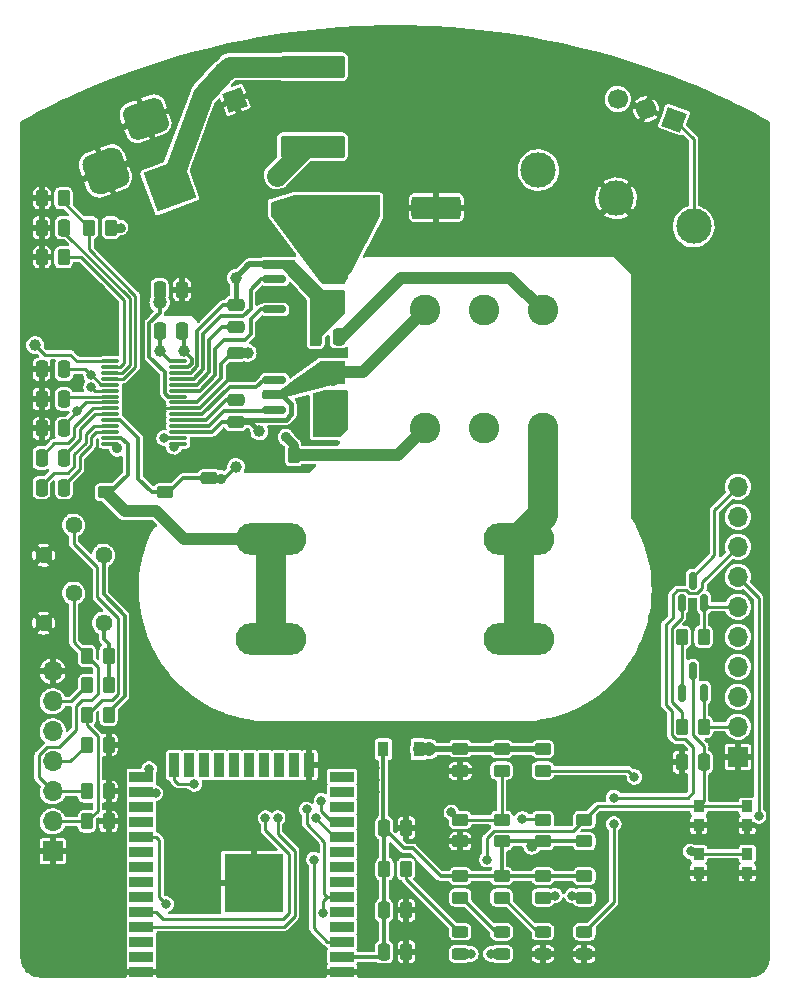
<source format=gbr>
%TF.GenerationSoftware,KiCad,Pcbnew,(6.0.0-0)*%
%TF.CreationDate,2022-03-12T23:19:39-06:00*%
%TF.ProjectId,SmartNeonPSU,536d6172-744e-4656-9f6e-5053552e6b69,rev?*%
%TF.SameCoordinates,Original*%
%TF.FileFunction,Copper,L1,Top*%
%TF.FilePolarity,Positive*%
%FSLAX46Y46*%
G04 Gerber Fmt 4.6, Leading zero omitted, Abs format (unit mm)*
G04 Created by KiCad (PCBNEW (6.0.0-0)) date 2022-03-12 23:19:39*
%MOMM*%
%LPD*%
G01*
G04 APERTURE LIST*
G04 Aperture macros list*
%AMRoundRect*
0 Rectangle with rounded corners*
0 $1 Rounding radius*
0 $2 $3 $4 $5 $6 $7 $8 $9 X,Y pos of 4 corners*
0 Add a 4 corners polygon primitive as box body*
4,1,4,$2,$3,$4,$5,$6,$7,$8,$9,$2,$3,0*
0 Add four circle primitives for the rounded corners*
1,1,$1+$1,$2,$3*
1,1,$1+$1,$4,$5*
1,1,$1+$1,$6,$7*
1,1,$1+$1,$8,$9*
0 Add four rect primitives between the rounded corners*
20,1,$1+$1,$2,$3,$4,$5,0*
20,1,$1+$1,$4,$5,$6,$7,0*
20,1,$1+$1,$6,$7,$8,$9,0*
20,1,$1+$1,$8,$9,$2,$3,0*%
%AMHorizOval*
0 Thick line with rounded ends*
0 $1 width*
0 $2 $3 position (X,Y) of the first rounded end (center of the circle)*
0 $4 $5 position (X,Y) of the second rounded end (center of the circle)*
0 Add line between two ends*
20,1,$1,$2,$3,$4,$5,0*
0 Add two circle primitives to create the rounded ends*
1,1,$1,$2,$3*
1,1,$1,$4,$5*%
%AMRotRect*
0 Rectangle, with rotation*
0 The origin of the aperture is its center*
0 $1 length*
0 $2 width*
0 $3 Rotation angle, in degrees counterclockwise*
0 Add horizontal line*
21,1,$1,$2,0,0,$3*%
%AMFreePoly0*
4,1,9,3.862500,-0.866500,0.737500,-0.866500,0.737500,-0.450000,-0.737500,-0.450000,-0.737500,0.450000,0.737500,0.450000,0.737500,0.866500,3.862500,0.866500,3.862500,-0.866500,3.862500,-0.866500,$1*%
G04 Aperture macros list end*
%TA.AperFunction,SMDPad,CuDef*%
%ADD10RoundRect,0.250000X-0.262500X-0.450000X0.262500X-0.450000X0.262500X0.450000X-0.262500X0.450000X0*%
%TD*%
%TA.AperFunction,SMDPad,CuDef*%
%ADD11RoundRect,0.250000X-0.450000X0.262500X-0.450000X-0.262500X0.450000X-0.262500X0.450000X0.262500X0*%
%TD*%
%TA.AperFunction,ComponentPad*%
%ADD12C,3.000000*%
%TD*%
%TA.AperFunction,ComponentPad*%
%ADD13C,0.800000*%
%TD*%
%TA.AperFunction,ComponentPad*%
%ADD14C,6.400000*%
%TD*%
%TA.AperFunction,SMDPad,CuDef*%
%ADD15RoundRect,0.075000X-0.662500X-0.075000X0.662500X-0.075000X0.662500X0.075000X-0.662500X0.075000X0*%
%TD*%
%TA.AperFunction,SMDPad,CuDef*%
%ADD16R,0.900000X1.000000*%
%TD*%
%TA.AperFunction,SMDPad,CuDef*%
%ADD17RoundRect,0.250000X0.262500X0.450000X-0.262500X0.450000X-0.262500X-0.450000X0.262500X-0.450000X0*%
%TD*%
%TA.AperFunction,SMDPad,CuDef*%
%ADD18RoundRect,0.150000X0.150000X-0.587500X0.150000X0.587500X-0.150000X0.587500X-0.150000X-0.587500X0*%
%TD*%
%TA.AperFunction,SMDPad,CuDef*%
%ADD19R,0.900000X1.300000*%
%TD*%
%TA.AperFunction,SMDPad,CuDef*%
%ADD20FreePoly0,270.000000*%
%TD*%
%TA.AperFunction,SMDPad,CuDef*%
%ADD21RoundRect,0.250000X-0.475000X0.250000X-0.475000X-0.250000X0.475000X-0.250000X0.475000X0.250000X0*%
%TD*%
%TA.AperFunction,SMDPad,CuDef*%
%ADD22RoundRect,0.250000X0.250000X0.475000X-0.250000X0.475000X-0.250000X-0.475000X0.250000X-0.475000X0*%
%TD*%
%TA.AperFunction,ComponentPad*%
%ADD23O,6.000000X2.700000*%
%TD*%
%TA.AperFunction,SMDPad,CuDef*%
%ADD24C,1.000000*%
%TD*%
%TA.AperFunction,SMDPad,CuDef*%
%ADD25RoundRect,0.150000X-0.825000X-0.150000X0.825000X-0.150000X0.825000X0.150000X-0.825000X0.150000X0*%
%TD*%
%TA.AperFunction,SMDPad,CuDef*%
%ADD26RoundRect,0.250000X-0.250000X-0.475000X0.250000X-0.475000X0.250000X0.475000X-0.250000X0.475000X0*%
%TD*%
%TA.AperFunction,SMDPad,CuDef*%
%ADD27RoundRect,0.243750X0.456250X-0.243750X0.456250X0.243750X-0.456250X0.243750X-0.456250X-0.243750X0*%
%TD*%
%TA.AperFunction,SMDPad,CuDef*%
%ADD28RoundRect,0.250000X0.450000X-0.262500X0.450000X0.262500X-0.450000X0.262500X-0.450000X-0.262500X0*%
%TD*%
%TA.AperFunction,ComponentPad*%
%ADD29C,1.440000*%
%TD*%
%TA.AperFunction,ComponentPad*%
%ADD30R,1.700000X1.700000*%
%TD*%
%TA.AperFunction,ComponentPad*%
%ADD31O,1.700000X1.700000*%
%TD*%
%TA.AperFunction,ComponentPad*%
%ADD32RotRect,1.700000X1.700000X200.000000*%
%TD*%
%TA.AperFunction,ComponentPad*%
%ADD33HorizOval,1.700000X0.000000X0.000000X0.000000X0.000000X0*%
%TD*%
%TA.AperFunction,ComponentPad*%
%ADD34RotRect,3.500000X3.500000X290.000000*%
%TD*%
%TA.AperFunction,ComponentPad*%
%ADD35RoundRect,0.750000X-1.196208X0.362749X-0.683178X-1.046790X1.196208X-0.362749X0.683178X1.046790X0*%
%TD*%
%TA.AperFunction,ComponentPad*%
%ADD36RoundRect,0.875000X-1.121499X0.522963X-0.522963X-1.121499X1.121499X-0.522963X0.522963X1.121499X0*%
%TD*%
%TA.AperFunction,SMDPad,CuDef*%
%ADD37RoundRect,0.250000X2.475000X-0.712500X2.475000X0.712500X-2.475000X0.712500X-2.475000X-0.712500X0*%
%TD*%
%TA.AperFunction,SMDPad,CuDef*%
%ADD38RoundRect,0.250000X0.475000X-0.250000X0.475000X0.250000X-0.475000X0.250000X-0.475000X-0.250000X0*%
%TD*%
%TA.AperFunction,ComponentPad*%
%ADD39C,2.600000*%
%TD*%
%TA.AperFunction,SMDPad,CuDef*%
%ADD40R,2.000000X0.900000*%
%TD*%
%TA.AperFunction,SMDPad,CuDef*%
%ADD41R,0.900000X2.000000*%
%TD*%
%TA.AperFunction,SMDPad,CuDef*%
%ADD42R,5.000000X5.000000*%
%TD*%
%TA.AperFunction,ComponentPad*%
%ADD43RotRect,1.700000X1.700000X250.000000*%
%TD*%
%TA.AperFunction,ComponentPad*%
%ADD44HorizOval,1.700000X0.000000X0.000000X0.000000X0.000000X0*%
%TD*%
%TA.AperFunction,SMDPad,CuDef*%
%ADD45R,1.100000X1.100000*%
%TD*%
%TA.AperFunction,SMDPad,CuDef*%
%ADD46RoundRect,0.250000X-1.825000X-0.700000X1.825000X-0.700000X1.825000X0.700000X-1.825000X0.700000X0*%
%TD*%
%TA.AperFunction,ViaPad*%
%ADD47C,0.800000*%
%TD*%
%TA.AperFunction,ViaPad*%
%ADD48C,1.200000*%
%TD*%
%TA.AperFunction,ViaPad*%
%ADD49C,1.000000*%
%TD*%
%TA.AperFunction,ViaPad*%
%ADD50C,0.900000*%
%TD*%
%TA.AperFunction,Conductor*%
%ADD51C,0.300000*%
%TD*%
%TA.AperFunction,Conductor*%
%ADD52C,0.500000*%
%TD*%
%TA.AperFunction,Conductor*%
%ADD53C,1.000000*%
%TD*%
%TA.AperFunction,Conductor*%
%ADD54C,0.250000*%
%TD*%
%TA.AperFunction,Conductor*%
%ADD55C,0.750000*%
%TD*%
%TA.AperFunction,Conductor*%
%ADD56C,0.400000*%
%TD*%
%TA.AperFunction,Conductor*%
%ADD57C,2.500000*%
%TD*%
%TA.AperFunction,Conductor*%
%ADD58C,1.750000*%
%TD*%
G04 APERTURE END LIST*
D10*
%TO.P,R23,1*%
%TO.N,GND*%
X139587500Y-90450000D03*
%TO.P,R23,2*%
%TO.N,/OCP*%
X141412500Y-90450000D03*
%TD*%
D11*
%TO.P,R4,1*%
%TO.N,+12V*%
X159000000Y-115337500D03*
%TO.P,R4,2*%
%TO.N,/TPS_EN*%
X159000000Y-117162500D03*
%TD*%
D12*
%TO.P,SW3,1,1*%
%TO.N,/GPIO0*%
X175273283Y-71099620D03*
%TO.P,SW3,2,2*%
%TO.N,GND*%
X168695435Y-68705479D03*
%TO.P,SW3,3,3*%
%TO.N,/GPIO2*%
X162117586Y-66311338D03*
%TD*%
D13*
%TO.P,H4,1,1*%
%TO.N,GND*%
X175302944Y-76602944D03*
X178697056Y-79997056D03*
X178697056Y-76602944D03*
X179400000Y-78300000D03*
X175302944Y-79997056D03*
X177000000Y-80700000D03*
X174600000Y-78300000D03*
X177000000Y-75900000D03*
D14*
X177000000Y-78300000D03*
%TD*%
D15*
%TO.P,U2,1,SYNC*%
%TO.N,/SYNC*%
X125887500Y-82500000D03*
%TO.P,U2,2,SET*%
%TO.N,/SET*%
X125887500Y-83000000D03*
%TO.P,U2,3,STC*%
%TO.N,/STC*%
X125887500Y-83500000D03*
%TO.P,U2,4,PH*%
%TO.N,/PH*%
X125887500Y-84000000D03*
%TO.P,U2,5,BBR*%
%TO.N,/BBR*%
X125887500Y-84500000D03*
%TO.P,U2,6,BC*%
%TO.N,/BC*%
X125887500Y-85000000D03*
%TO.P,U2,7,BF*%
%TO.N,/BF*%
X125887500Y-85500000D03*
%TO.P,U2,8,ABR*%
%TO.N,/ABR*%
X125887500Y-86000000D03*
%TO.P,U2,9,VAO*%
%TO.N,/VAO*%
X125887500Y-86500000D03*
%TO.P,U2,10,VA-*%
%TO.N,/VA-*%
X125887500Y-87000000D03*
%TO.P,U2,11,VSEN*%
%TO.N,/VSEN*%
X125887500Y-87500000D03*
%TO.P,U2,12,CA-*%
%TO.N,/CA-*%
X125887500Y-88000000D03*
%TO.P,U2,13,CAO*%
%TO.N,/CAO*%
X125887500Y-88500000D03*
%TO.P,U2,14,CSEN*%
%TO.N,/CSEN*%
X125887500Y-89000000D03*
%TO.P,U2,15,OCP*%
%TO.N,/OCP*%
X125887500Y-89500000D03*
%TO.P,U2,16,FAULT*%
%TO.N,/FAULT*%
X131612500Y-89500000D03*
%TO.P,U2,17,EN*%
%TO.N,/TPS_EN*%
X131612500Y-89000000D03*
%TO.P,U2,18,SC*%
%TO.N,/SC*%
X131612500Y-88500000D03*
%TO.P,U2,19,GC*%
%TO.N,/GC*%
X131612500Y-88000000D03*
%TO.P,U2,20,V5C*%
%TO.N,/V5C*%
X131612500Y-87500000D03*
%TO.P,U2,21,GD*%
%TO.N,/GD*%
X131612500Y-87000000D03*
%TO.P,U2,22,PGND*%
%TO.N,GND*%
X131612500Y-86500000D03*
%TO.P,U2,23,V5*%
%TO.N,/V5*%
X131612500Y-86000000D03*
%TO.P,U2,24,VCC*%
%TO.N,+12V*%
X131612500Y-85500000D03*
%TO.P,U2,25,GB*%
%TO.N,/GB*%
X131612500Y-85000000D03*
%TO.P,U2,26,V5A*%
%TO.N,/V5A*%
X131612500Y-84500000D03*
%TO.P,U2,27,GA*%
%TO.N,/GA*%
X131612500Y-84000000D03*
%TO.P,U2,28,SA*%
%TO.N,/SA*%
X131612500Y-83500000D03*
%TO.P,U2,29,GND*%
%TO.N,GND*%
X131612500Y-83000000D03*
%TO.P,U2,30,VREF*%
%TO.N,/VREF*%
X131612500Y-82500000D03*
%TD*%
D10*
%TO.P,R8,1*%
%TO.N,/BBR*%
X123897500Y-107450000D03*
%TO.P,R8,2*%
%TO.N,/V5*%
X125722500Y-107450000D03*
%TD*%
D16*
%TO.P,SW2,1,1*%
%TO.N,/GPIO0*%
X175700000Y-124200000D03*
X179800000Y-124200000D03*
%TO.P,SW2,2,2*%
%TO.N,GND*%
X179800000Y-125800000D03*
X175700000Y-125800000D03*
%TD*%
D13*
%TO.P,H3,1,1*%
%TO.N,GND*%
X178697056Y-128602944D03*
X175302944Y-128602944D03*
X177000000Y-127900000D03*
X174600000Y-130300000D03*
X175302944Y-131997056D03*
D14*
X177000000Y-130300000D03*
D13*
X178697056Y-131997056D03*
X177000000Y-132700000D03*
X179400000Y-130300000D03*
%TD*%
D17*
%TO.P,R7,1*%
%TO.N,GND*%
X125722500Y-121460000D03*
%TO.P,R7,2*%
%TO.N,/ABR*%
X123897500Y-121460000D03*
%TD*%
D11*
%TO.P,R14,1*%
%TO.N,+3V3*%
X159000000Y-126087500D03*
%TO.P,R14,2*%
%TO.N,Net-(D3-Pad2)*%
X159000000Y-127912500D03*
%TD*%
D18*
%TO.P,Q2,1,B*%
%TO.N,Net-(Q2-Pad1)*%
X174240000Y-102967500D03*
%TO.P,Q2,2,E*%
%TO.N,/~{DTR}*%
X176140000Y-102967500D03*
%TO.P,Q2,3,C*%
%TO.N,/GPIO0*%
X175190000Y-101092500D03*
%TD*%
D19*
%TO.P,U1,1,VIN*%
%TO.N,+12V*%
X152000000Y-115350000D03*
D20*
%TO.P,U1,2,GND*%
%TO.N,GND*%
X150500000Y-115437500D03*
D19*
%TO.P,U1,3,VOUT*%
%TO.N,+3V3*%
X149000000Y-115350000D03*
%TD*%
D21*
%TO.P,C4,1*%
%TO.N,+12V*%
X155500000Y-115300000D03*
%TO.P,C4,2*%
%TO.N,GND*%
X155500000Y-117200000D03*
%TD*%
D11*
%TO.P,R2,1*%
%TO.N,/TPS_EN*%
X155500000Y-121337500D03*
%TO.P,R2,2*%
%TO.N,GND*%
X155500000Y-123162500D03*
%TD*%
D17*
%TO.P,R1,1*%
%TO.N,/V5*%
X125722500Y-109950000D03*
%TO.P,R1,2*%
%TO.N,/FAULT*%
X123897500Y-109950000D03*
%TD*%
D22*
%TO.P,C3,1*%
%TO.N,/ABR*%
X121950000Y-88200000D03*
%TO.P,C3,2*%
%TO.N,GND*%
X120050000Y-88200000D03*
%TD*%
D23*
%TO.P,J6,1,Pin_1*%
%TO.N,/HV*%
X160500000Y-97550000D03*
X160500000Y-106050000D03*
%TD*%
D24*
%TO.P,TP6,1,1*%
%TO.N,/SC*%
X138500000Y-88450000D03*
%TD*%
D25*
%TO.P,Q4,1,S*%
%TO.N,GND*%
X139775000Y-82795000D03*
%TO.P,Q4,2,G*%
%TO.N,/GD*%
X139775000Y-84065000D03*
%TO.P,Q4,3,1*%
%TO.N,/SC*%
X139775000Y-85335000D03*
%TO.P,Q4,4,G*%
%TO.N,/GC*%
X139775000Y-86605000D03*
%TO.P,Q4,5,D*%
%TO.N,+12V*%
X144725000Y-86605000D03*
%TO.P,Q4,6,D*%
X144725000Y-85335000D03*
%TO.P,Q4,7,D*%
%TO.N,/SC*%
X144725000Y-84065000D03*
%TO.P,Q4,8,D*%
X144725000Y-82795000D03*
%TD*%
D26*
%TO.P,C7,1*%
%TO.N,/CA-*%
X120050000Y-93200000D03*
%TO.P,C7,2*%
%TO.N,/CAO*%
X121950000Y-93200000D03*
%TD*%
D10*
%TO.P,R19,1*%
%TO.N,Net-(Q2-Pad1)*%
X174277500Y-113460000D03*
%TO.P,R19,2*%
%TO.N,/~{RTS}*%
X176102500Y-113460000D03*
%TD*%
%TO.P,R6,1*%
%TO.N,/ABR*%
X123897500Y-112450000D03*
%TO.P,R6,2*%
%TO.N,/VREF*%
X125722500Y-112450000D03*
%TD*%
D11*
%TO.P,R24,1*%
%TO.N,GND*%
X130486222Y-91787500D03*
%TO.P,R24,2*%
%TO.N,/VSEN*%
X130486222Y-93612500D03*
%TD*%
D27*
%TO.P,D3,1,K*%
%TO.N,GND*%
X162500000Y-132682725D03*
%TO.P,D3,2,A*%
%TO.N,Net-(D3-Pad2)*%
X162500000Y-130807725D03*
%TD*%
D24*
%TO.P,TP5,1,1*%
%TO.N,/SA*%
X136500000Y-75450000D03*
%TD*%
D26*
%TO.P,C10,1*%
%TO.N,+12V*%
X130050000Y-76450000D03*
%TO.P,C10,2*%
%TO.N,GND*%
X131950000Y-76450000D03*
%TD*%
D28*
%TO.P,R3,1*%
%TO.N,+3V3*%
X162500000Y-123162500D03*
%TO.P,R3,2*%
%TO.N,/FAULT*%
X162500000Y-121337500D03*
%TD*%
D11*
%TO.P,R17,1*%
%TO.N,+3V3*%
X155500000Y-126087500D03*
%TO.P,R17,2*%
%TO.N,Net-(D5-Pad2)*%
X155500000Y-127912500D03*
%TD*%
D26*
%TO.P,C6,1*%
%TO.N,GND*%
X120050000Y-85700000D03*
%TO.P,C6,2*%
%TO.N,/BF*%
X121950000Y-85700000D03*
%TD*%
%TO.P,C13,1*%
%TO.N,GND*%
X120050000Y-71200000D03*
%TO.P,C13,2*%
%TO.N,/STC*%
X121950000Y-71200000D03*
%TD*%
D11*
%TO.P,R25,1*%
%TO.N,GND*%
X125500000Y-91787500D03*
%TO.P,R25,2*%
%TO.N,/CSEN*%
X125500000Y-93612500D03*
%TD*%
D28*
%TO.P,R20,1*%
%TO.N,+3V3*%
X166000000Y-123162500D03*
%TO.P,R20,2*%
%TO.N,/ESP_EN*%
X166000000Y-121337500D03*
%TD*%
D29*
%TO.P,RV2,1,1*%
%TO.N,GND*%
X120225000Y-104675000D03*
%TO.P,RV2,2,2*%
%TO.N,/BBR*%
X122765000Y-102135000D03*
%TO.P,RV2,3,3*%
%TO.N,/V5*%
X125305000Y-104675000D03*
%TD*%
D17*
%TO.P,R16,1*%
%TO.N,/SET*%
X121912500Y-73700000D03*
%TO.P,R16,2*%
%TO.N,GND*%
X120087500Y-73700000D03*
%TD*%
D21*
%TO.P,C11,1*%
%TO.N,/V5*%
X136500000Y-81800000D03*
%TO.P,C11,2*%
%TO.N,GND*%
X136500000Y-83700000D03*
%TD*%
D26*
%TO.P,C9,1*%
%TO.N,+3V3*%
X149050000Y-122000000D03*
%TO.P,C9,2*%
%TO.N,GND*%
X150950000Y-122000000D03*
%TD*%
D27*
%TO.P,D2,1,K*%
%TO.N,GND*%
X166000000Y-132687500D03*
%TO.P,D2,2,A*%
%TO.N,Net-(D2-Pad2)*%
X166000000Y-130812500D03*
%TD*%
D10*
%TO.P,R13,1*%
%TO.N,GND*%
X120087500Y-68700000D03*
%TO.P,R13,2*%
%TO.N,/PH*%
X121912500Y-68700000D03*
%TD*%
D22*
%TO.P,C19,1*%
%TO.N,/XFMR*%
X145200000Y-80450000D03*
%TO.P,C19,2*%
%TO.N,/SA*%
X143300000Y-80450000D03*
%TD*%
D24*
%TO.P,TP1,1,1*%
%TO.N,/CSEN*%
X127750000Y-95200000D03*
%TD*%
D23*
%TO.P,J7,1,Pin_1*%
%TO.N,/CSEN*%
X139500000Y-106050000D03*
X139500000Y-97550000D03*
%TD*%
D13*
%TO.P,H2,1,1*%
%TO.N,GND*%
X121302944Y-131997056D03*
X124697056Y-128602944D03*
X123000000Y-127900000D03*
X125400000Y-130300000D03*
X123000000Y-132700000D03*
X120600000Y-130300000D03*
X121302944Y-128602944D03*
D14*
X123000000Y-130300000D03*
D13*
X124697056Y-131997056D03*
%TD*%
D30*
%TO.P,J4,1,Pin_1*%
%TO.N,GND*%
X121000000Y-124000000D03*
D31*
%TO.P,J4,2,Pin_2*%
%TO.N,/ABR*%
X121000000Y-121460000D03*
%TO.P,J4,3,Pin_3*%
%TO.N,/BBR*%
X121000000Y-118920000D03*
%TO.P,J4,4,Pin_4*%
%TO.N,/BC*%
X121000000Y-116380000D03*
%TO.P,J4,5,Pin_5*%
%TO.N,/TPS_EN*%
X121000000Y-113840000D03*
%TO.P,J4,6,Pin_6*%
%TO.N,/FAULT*%
X121000000Y-111300000D03*
%TO.P,J4,7,Pin_7*%
%TO.N,GND*%
X121000000Y-108760000D03*
%TD*%
D11*
%TO.P,R10,1*%
%TO.N,+12V*%
X162500000Y-115337500D03*
%TO.P,R10,2*%
%TO.N,Net-(D2-Pad2)*%
X162500000Y-117162500D03*
%TD*%
D10*
%TO.P,R12,1*%
%TO.N,/PH*%
X124087500Y-71200000D03*
%TO.P,R12,2*%
%TO.N,/V5*%
X125912500Y-71200000D03*
%TD*%
D26*
%TO.P,C17,1*%
%TO.N,+3V3*%
X149050000Y-132500000D03*
%TO.P,C17,2*%
%TO.N,GND*%
X150950000Y-132500000D03*
%TD*%
D10*
%TO.P,R18,1*%
%TO.N,Net-(Q1-Pad1)*%
X174277500Y-105840000D03*
%TO.P,R18,2*%
%TO.N,/~{DTR}*%
X176102500Y-105840000D03*
%TD*%
%TO.P,R15,1*%
%TO.N,+3V3*%
X149087500Y-125500000D03*
%TO.P,R15,2*%
%TO.N,Net-(D4-Pad2)*%
X150912500Y-125500000D03*
%TD*%
D27*
%TO.P,D4,1,K*%
%TO.N,/GPIO5*%
X155500000Y-132681414D03*
%TO.P,D4,2,A*%
%TO.N,Net-(D4-Pad2)*%
X155500000Y-130806414D03*
%TD*%
D26*
%TO.P,C8,1*%
%TO.N,/VAO*%
X120050000Y-90700000D03*
%TO.P,C8,2*%
%TO.N,/VA-*%
X121950000Y-90700000D03*
%TD*%
D32*
%TO.P,J2,1,Pin_1*%
%TO.N,GND*%
X136404033Y-60383167D03*
D33*
%TO.P,J2,2,Pin_2*%
%TO.N,Net-(F1-Pad2)*%
X135535302Y-57996348D03*
%TD*%
D26*
%TO.P,C12,1*%
%TO.N,/VREF*%
X130050000Y-79988216D03*
%TO.P,C12,2*%
%TO.N,GND*%
X131950000Y-79988216D03*
%TD*%
D22*
%TO.P,C5,1*%
%TO.N,/BBR*%
X121950000Y-83200000D03*
%TO.P,C5,2*%
%TO.N,GND*%
X120050000Y-83200000D03*
%TD*%
D27*
%TO.P,D5,1,K*%
%TO.N,/FAULT*%
X159000000Y-132685346D03*
%TO.P,D5,2,A*%
%TO.N,Net-(D5-Pad2)*%
X159000000Y-130810346D03*
%TD*%
D34*
%TO.P,J1,1*%
%TO.N,Net-(F1-Pad2)*%
X130915038Y-67608002D03*
D35*
%TO.P,J1,2*%
%TO.N,GND*%
X128862917Y-61969846D03*
D36*
%TO.P,J1,3*%
X125472422Y-66396419D03*
%TD*%
D37*
%TO.P,F1,1*%
%TO.N,Net-(D1-Pad2)*%
X143000000Y-64337500D03*
%TO.P,F1,2*%
%TO.N,Net-(F1-Pad2)*%
X143000000Y-57562500D03*
%TD*%
D24*
%TO.P,TP2,1,1*%
%TO.N,/VSEN*%
X136500000Y-91450000D03*
%TD*%
D38*
%TO.P,C21,1*%
%TO.N,/VSEN*%
X134250000Y-92400000D03*
%TO.P,C21,2*%
%TO.N,GND*%
X134250000Y-90500000D03*
%TD*%
D17*
%TO.P,R11,1*%
%TO.N,GND*%
X125722500Y-114979974D03*
%TO.P,R11,2*%
%TO.N,/BC*%
X123897500Y-114979974D03*
%TD*%
D39*
%TO.P,TR1,1*%
%TO.N,/XFMR*%
X162500000Y-78200000D03*
%TO.P,TR1,2*%
%TO.N,unconnected-(TR1-Pad2)*%
X157500000Y-78200000D03*
%TO.P,TR1,3*%
%TO.N,/SC*%
X152500000Y-78200000D03*
%TO.P,TR1,4*%
%TO.N,/OCP*%
X152500000Y-88200000D03*
%TO.P,TR1,5*%
%TO.N,unconnected-(TR1-Pad5)*%
X157500000Y-88200000D03*
%TO.P,TR1,6*%
%TO.N,/HV*%
X162500000Y-88200000D03*
%TD*%
D11*
%TO.P,R22,1*%
%TO.N,+3V3*%
X166000000Y-126087500D03*
%TO.P,R22,2*%
%TO.N,/GPIO2*%
X166000000Y-127912500D03*
%TD*%
D13*
%TO.P,H5,1,1*%
%TO.N,GND*%
X147600000Y-61300000D03*
X152400000Y-61300000D03*
X151697056Y-62997056D03*
X151697056Y-59602944D03*
X148302944Y-62997056D03*
D14*
X150000000Y-61300000D03*
D13*
X150000000Y-63700000D03*
X150000000Y-58900000D03*
X148302944Y-59602944D03*
%TD*%
D24*
%TO.P,TP3,1,1*%
%TO.N,/SYNC*%
X119506652Y-81152934D03*
%TD*%
D13*
%TO.P,H1,1,1*%
%TO.N,GND*%
X121302944Y-79997056D03*
X123000000Y-75900000D03*
X124697056Y-79997056D03*
X125400000Y-78300000D03*
X120600000Y-78300000D03*
X124697056Y-76602944D03*
X121302944Y-76602944D03*
X123000000Y-80700000D03*
D14*
X123000000Y-78300000D03*
%TD*%
D11*
%TO.P,R21,1*%
%TO.N,+3V3*%
X162500000Y-126087500D03*
%TO.P,R21,2*%
%TO.N,/GPIO0*%
X162500000Y-127912500D03*
%TD*%
D40*
%TO.P,U3,1,GND*%
%TO.N,GND*%
X145500000Y-134205000D03*
%TO.P,U3,2,VDD*%
%TO.N,+3V3*%
X145500000Y-132935000D03*
%TO.P,U3,3,EN*%
%TO.N,/ESP_EN*%
X145500000Y-131665000D03*
%TO.P,U3,4,SENSOR_VP*%
%TO.N,/GPI36*%
X145500000Y-130395000D03*
%TO.P,U3,5,SENSOR_VN*%
%TO.N,/GPI39*%
X145500000Y-129125000D03*
%TO.P,U3,6,IO34*%
%TO.N,/FAULT*%
X145500000Y-127855000D03*
%TO.P,U3,7,IO35*%
%TO.N,/GPI35*%
X145500000Y-126585000D03*
%TO.P,U3,8,IO32*%
%TO.N,/GPIO32*%
X145500000Y-125315000D03*
%TO.P,U3,9,IO33*%
%TO.N,/GPIO33*%
X145500000Y-124045000D03*
%TO.P,U3,10,IO25*%
%TO.N,/BC*%
X145500000Y-122775000D03*
%TO.P,U3,11,IO26*%
%TO.N,/TPS_EN*%
X145500000Y-121505000D03*
%TO.P,U3,12,IO27*%
%TO.N,/GPIO27*%
X145500000Y-120235000D03*
%TO.P,U3,13,IO14*%
%TO.N,/GPIO14*%
X145500000Y-118965000D03*
%TO.P,U3,14,IO12*%
%TO.N,/GPIO12*%
X145500000Y-117695000D03*
D41*
%TO.P,U3,15,GND*%
%TO.N,GND*%
X142715000Y-116695000D03*
%TO.P,U3,16,IO13*%
%TO.N,/GPIO13*%
X141445000Y-116695000D03*
%TO.P,U3,17,SHD/SD2*%
%TO.N,unconnected-(U3-Pad17)*%
X140175000Y-116695000D03*
%TO.P,U3,18,SWP/SD3*%
%TO.N,unconnected-(U3-Pad18)*%
X138905000Y-116695000D03*
%TO.P,U3,19,SCS/CMD*%
%TO.N,unconnected-(U3-Pad19)*%
X137635000Y-116695000D03*
%TO.P,U3,20,SCK/CLK*%
%TO.N,unconnected-(U3-Pad20)*%
X136365000Y-116695000D03*
%TO.P,U3,21,SDO/SD0*%
%TO.N,unconnected-(U3-Pad21)*%
X135095000Y-116695000D03*
%TO.P,U3,22,SDI/SD1*%
%TO.N,unconnected-(U3-Pad22)*%
X133825000Y-116695000D03*
%TO.P,U3,23,IO15*%
%TO.N,/GPIO15*%
X132555000Y-116695000D03*
%TO.P,U3,24,IO2*%
%TO.N,/GPIO2*%
X131285000Y-116695000D03*
D40*
%TO.P,U3,25,IO0*%
%TO.N,/GPIO0*%
X128500000Y-117695000D03*
%TO.P,U3,26,IO4*%
%TO.N,/GPIO4*%
X128500000Y-118965000D03*
%TO.P,U3,27,IO16*%
%TO.N,/GPIO16*%
X128500000Y-120235000D03*
%TO.P,U3,28,IO17*%
%TO.N,/GPIO17*%
X128500000Y-121505000D03*
%TO.P,U3,29,IO5*%
%TO.N,/GPIO5*%
X128500000Y-122775000D03*
%TO.P,U3,30,IO18*%
%TO.N,/GPIO18*%
X128500000Y-124045000D03*
%TO.P,U3,31,IO19*%
%TO.N,/GPIO19*%
X128500000Y-125315000D03*
%TO.P,U3,32,NC*%
%TO.N,unconnected-(U3-Pad32)*%
X128500000Y-126585000D03*
%TO.P,U3,33,IO21*%
%TO.N,/GPIO21*%
X128500000Y-127855000D03*
%TO.P,U3,34,RXD0/IO3*%
%TO.N,/GPIO3*%
X128500000Y-129125000D03*
%TO.P,U3,35,TXD0/IO1*%
%TO.N,/GPIO1*%
X128500000Y-130395000D03*
%TO.P,U3,36,IO22*%
%TO.N,/GPIO22*%
X128500000Y-131665000D03*
%TO.P,U3,37,IO23*%
%TO.N,/GPIO23*%
X128500000Y-132935000D03*
%TO.P,U3,38,GND*%
%TO.N,GND*%
X128500000Y-134205000D03*
D42*
%TO.P,U3,39,GND*%
X138000000Y-126705000D03*
%TD*%
D22*
%TO.P,C16,1*%
%TO.N,/ESP_EN*%
X176140000Y-116450000D03*
%TO.P,C16,2*%
%TO.N,GND*%
X174240000Y-116450000D03*
%TD*%
D24*
%TO.P,TP4,1,1*%
%TO.N,/OCP*%
X146000000Y-90450000D03*
%TD*%
D29*
%TO.P,RV1,1,1*%
%TO.N,GND*%
X120225000Y-98925000D03*
%TO.P,RV1,2,2*%
%TO.N,/ABR*%
X122765000Y-96385000D03*
%TO.P,RV1,3,3*%
%TO.N,/VREF*%
X125305000Y-98925000D03*
%TD*%
D18*
%TO.P,Q1,1,B*%
%TO.N,Net-(Q1-Pad1)*%
X174240000Y-110587500D03*
%TO.P,Q1,2,E*%
%TO.N,/~{RTS}*%
X176140000Y-110587500D03*
%TO.P,Q1,3,C*%
%TO.N,/ESP_EN*%
X175190000Y-108712500D03*
%TD*%
D16*
%TO.P,SW1,1,1*%
%TO.N,/ESP_EN*%
X179800000Y-120200000D03*
X175700000Y-120200000D03*
%TO.P,SW1,2,2*%
%TO.N,GND*%
X179800000Y-121800000D03*
X175700000Y-121800000D03*
%TD*%
D21*
%TO.P,C14,1*%
%TO.N,/SA*%
X136500000Y-77750000D03*
%TO.P,C14,2*%
%TO.N,/V5A*%
X136500000Y-79650000D03*
%TD*%
D26*
%TO.P,C18,1*%
%TO.N,+3V3*%
X149050000Y-129000000D03*
%TO.P,C18,2*%
%TO.N,GND*%
X150950000Y-129000000D03*
%TD*%
D21*
%TO.P,C15,1*%
%TO.N,/V5C*%
X136500000Y-85750000D03*
%TO.P,C15,2*%
%TO.N,/SC*%
X136500000Y-87650000D03*
%TD*%
D17*
%TO.P,R9,1*%
%TO.N,GND*%
X125722500Y-118920000D03*
%TO.P,R9,2*%
%TO.N,/BBR*%
X123897500Y-118920000D03*
%TD*%
D43*
%TO.P,J5,1,Pin_1*%
%TO.N,/GPIO0*%
X173612452Y-62048133D03*
D44*
%TO.P,J5,2,Pin_2*%
%TO.N,GND*%
X171225633Y-61179402D03*
%TO.P,J5,3,Pin_3*%
%TO.N,/GPIO2*%
X168838813Y-60310671D03*
%TD*%
D28*
%TO.P,R5,1*%
%TO.N,+3V3*%
X159000000Y-123162500D03*
%TO.P,R5,2*%
%TO.N,/TPS_EN*%
X159000000Y-121337500D03*
%TD*%
D25*
%TO.P,Q3,1,S*%
%TO.N,/SA*%
X139775000Y-74295000D03*
%TO.P,Q3,2,G*%
%TO.N,/GA*%
X139775000Y-75565000D03*
%TO.P,Q3,3,1*%
%TO.N,GND*%
X139775000Y-76835000D03*
%TO.P,Q3,4,G*%
%TO.N,/GB*%
X139775000Y-78105000D03*
%TO.P,Q3,5,D*%
%TO.N,/SA*%
X144725000Y-78105000D03*
%TO.P,Q3,6,D*%
X144725000Y-76835000D03*
%TO.P,Q3,7,D*%
%TO.N,+12V*%
X144725000Y-75565000D03*
%TO.P,Q3,8,D*%
X144725000Y-74295000D03*
%TD*%
D45*
%TO.P,D1,1,K*%
%TO.N,+12V*%
X140000000Y-69600000D03*
%TO.P,D1,2,A*%
%TO.N,Net-(D1-Pad2)*%
X140000000Y-66800000D03*
%TD*%
D46*
%TO.P,C1,1*%
%TO.N,+12V*%
X146525000Y-69500000D03*
%TO.P,C1,2*%
%TO.N,GND*%
X153475000Y-69500000D03*
%TD*%
D30*
%TO.P,J3,1,Pin_1*%
%TO.N,GND*%
X179000000Y-116000000D03*
D31*
%TO.P,J3,2,Pin_2*%
%TO.N,/~{RTS}*%
X179000000Y-113460000D03*
%TO.P,J3,3,Pin_3*%
%TO.N,+3V3*%
X179000000Y-110920000D03*
%TO.P,J3,4,Pin_4*%
%TO.N,/GPIO3*%
X179000000Y-108380000D03*
%TO.P,J3,5,Pin_5*%
%TO.N,/GPIO1*%
X179000000Y-105840000D03*
%TO.P,J3,6,Pin_6*%
%TO.N,/~{DTR}*%
X179000000Y-103300000D03*
%TO.P,J3,7,Pin_7*%
%TO.N,/GPIO5*%
X179000000Y-100760000D03*
%TO.P,J3,8,Pin_8*%
%TO.N,/GPIO4*%
X179000000Y-98220000D03*
%TO.P,J3,9,Pin_9*%
%TO.N,/GPIO2*%
X179000000Y-95680000D03*
%TO.P,J3,10,Pin_10*%
%TO.N,/GPIO0*%
X179000000Y-93140000D03*
%TD*%
D47*
%TO.N,+12V*%
X142750000Y-70450000D03*
X144000000Y-72950000D03*
X144000000Y-70450000D03*
X144750000Y-88450000D03*
X143500000Y-85950000D03*
X144750000Y-85950000D03*
D48*
X130050000Y-77500000D03*
D47*
X143500000Y-87200000D03*
X141500000Y-70450000D03*
X141500000Y-71700000D03*
X144000000Y-71700000D03*
X142750000Y-72950000D03*
X142750000Y-69200000D03*
X144750000Y-87200000D03*
X142750000Y-71700000D03*
X144000000Y-69200000D03*
X141500000Y-69200000D03*
X143500000Y-88450000D03*
D48*
X152850000Y-115350000D03*
D47*
%TO.N,GND*%
X172750000Y-116450000D03*
X165000000Y-113700000D03*
X141000000Y-79200000D03*
X137250000Y-89450000D03*
X150500000Y-114450000D03*
X150000000Y-117450000D03*
D49*
X133407223Y-78507358D03*
D47*
X152000000Y-67700000D03*
X155000000Y-71200000D03*
X150000000Y-116450000D03*
X126500000Y-91700000D03*
X148250000Y-118950000D03*
X135250000Y-89450000D03*
X154000000Y-71200000D03*
X136250000Y-127700000D03*
X133250000Y-113700000D03*
X125500000Y-90950000D03*
X139750000Y-127700000D03*
X164250000Y-124950000D03*
X148250000Y-116950000D03*
X155000000Y-67700000D03*
X129250000Y-89450000D03*
X153000000Y-67700000D03*
X139750000Y-81700000D03*
X139750000Y-79200000D03*
X150000000Y-118450000D03*
X150000000Y-119450000D03*
X151000000Y-118450000D03*
X152000000Y-116950000D03*
D49*
X132075181Y-81624819D03*
D47*
X136250000Y-124950000D03*
X151000000Y-116450000D03*
X128250000Y-113700000D03*
X150500000Y-115450000D03*
X152000000Y-71200000D03*
X139750000Y-124950000D03*
X151000000Y-117450000D03*
X141000000Y-81700000D03*
X128250000Y-108700000D03*
X152000000Y-117950000D03*
X133250000Y-89450000D03*
X154000000Y-67700000D03*
X142250000Y-85950000D03*
X127750000Y-96700000D03*
X170000000Y-108700000D03*
X152000000Y-118950000D03*
X153000000Y-71200000D03*
X151000000Y-119450000D03*
X139750000Y-80450000D03*
X148250000Y-117950000D03*
X141000000Y-80450000D03*
X170000000Y-113700000D03*
X142250000Y-87200000D03*
%TO.N,/ABR*%
X123085011Y-86756257D03*
%TO.N,/BBR*%
X124250000Y-83700000D03*
D49*
%TO.N,+3V3*%
X161548817Y-123514710D03*
%TO.N,/V5*%
X137500000Y-81800000D03*
D47*
X126750000Y-71200000D03*
D49*
%TO.N,/VREF*%
X130075472Y-81624528D03*
D47*
%TO.N,/ESP_EN*%
X157750000Y-124700000D03*
X143100000Y-124700000D03*
D50*
%TO.N,/VSEN*%
X135250000Y-92450000D03*
D47*
%TO.N,Net-(D2-Pad2)*%
X168500000Y-121700000D03*
X170250000Y-117700000D03*
%TO.N,/GPIO5*%
X130605789Y-128464705D03*
X156400000Y-132681414D03*
X180770325Y-121002235D03*
%TO.N,/GPIO3*%
X139012051Y-121176959D03*
%TO.N,/GPIO1*%
X140044828Y-121178172D03*
%TO.N,/GPIO4*%
X129706733Y-119071923D03*
X168500000Y-119450000D03*
%TO.N,/GPIO2*%
X165000000Y-127750000D03*
X133000000Y-118294502D03*
%TO.N,/GPIO0*%
X163500000Y-127750000D03*
X174999861Y-123999861D03*
X129158288Y-117036343D03*
%TO.N,/BC*%
X124250000Y-84700000D03*
X143250000Y-121200000D03*
%TO.N,/TPS_EN*%
X143750000Y-119700000D03*
X130426138Y-88999876D03*
X154750000Y-120700000D03*
%TO.N,/FAULT*%
X142500000Y-120450000D03*
X158100000Y-132685346D03*
X143900498Y-129200000D03*
X160750000Y-121249998D03*
X131250000Y-89749500D03*
D50*
%TO.N,/OCP*%
X140750000Y-88950000D03*
X126461878Y-89872168D03*
%TD*%
D51*
%TO.N,+12V*%
X130500000Y-85225361D02*
X130500000Y-83450000D01*
D52*
X130050000Y-76450000D02*
X130050000Y-77500000D01*
D51*
X130050000Y-78400000D02*
X130050000Y-77500000D01*
D52*
X155537500Y-115337500D02*
X155500000Y-115300000D01*
D51*
X130500000Y-83450000D02*
X129191768Y-82141768D01*
X131612500Y-85500000D02*
X130774639Y-85500000D01*
X129191768Y-82141768D02*
X129191768Y-79258232D01*
D52*
X155450000Y-115350000D02*
X155500000Y-115300000D01*
D51*
X130774639Y-85500000D02*
X130500000Y-85225361D01*
D53*
X152000000Y-115350000D02*
X152850000Y-115350000D01*
D52*
X152850000Y-115350000D02*
X155450000Y-115350000D01*
D51*
X129191768Y-79258232D02*
X130050000Y-78400000D01*
D52*
X159000000Y-115337500D02*
X162500000Y-115337500D01*
X159000000Y-115337500D02*
X155537500Y-115337500D01*
D51*
%TO.N,GND*%
X132075181Y-80113397D02*
X131950000Y-79988216D01*
X132750000Y-82700361D02*
X132750000Y-82299639D01*
D54*
X129250000Y-89450000D02*
X129250000Y-87700000D01*
D51*
X132075181Y-81624819D02*
X132075181Y-80113397D01*
D54*
X130450000Y-86500000D02*
X131612500Y-86500000D01*
D51*
X131612500Y-86500000D02*
X133450000Y-86500000D01*
X133450000Y-86500000D02*
X136250000Y-83700000D01*
X132750000Y-82299639D02*
X132075181Y-81624819D01*
X132450361Y-83000000D02*
X132750000Y-82700361D01*
D54*
X129250000Y-87700000D02*
X130450000Y-86500000D01*
D51*
X136250000Y-83700000D02*
X136500000Y-83700000D01*
X131612500Y-83000000D02*
X132450361Y-83000000D01*
D54*
%TO.N,/ABR*%
X126559520Y-110640480D02*
X126559520Y-104259520D01*
X123897500Y-121460000D02*
X124805715Y-120551785D01*
X121950000Y-87891268D02*
X123085011Y-86756257D01*
X121000000Y-121460000D02*
X123897500Y-121460000D01*
X124805715Y-114255715D02*
X123897500Y-113347500D01*
X123897500Y-113347500D02*
X123897500Y-112450000D01*
X121950000Y-88200000D02*
X121950000Y-87891268D01*
X125147500Y-111200000D02*
X126000000Y-111200000D01*
X125887500Y-86000000D02*
X123841268Y-86000000D01*
X123841268Y-86000000D02*
X123085011Y-86756257D01*
X124750000Y-102450000D02*
X124750000Y-99950000D01*
X124750000Y-99950000D02*
X122765000Y-97965000D01*
X126000000Y-111200000D02*
X126559520Y-110640480D01*
X126559520Y-104259520D02*
X124750000Y-102450000D01*
X124805715Y-120551785D02*
X124805715Y-114255715D01*
X122765000Y-97965000D02*
X122765000Y-96385000D01*
X123897500Y-112450000D02*
X125147500Y-111200000D01*
%TO.N,/BBR*%
X125084994Y-84500000D02*
X124284994Y-83700000D01*
X125887500Y-84500000D02*
X125084994Y-84500000D01*
X121000000Y-118920000D02*
X123897500Y-118920000D01*
X121500000Y-115200000D02*
X120500000Y-115200000D01*
X119825489Y-117745489D02*
X121000000Y-118920000D01*
X119825489Y-115874511D02*
X119825489Y-117745489D01*
X123897500Y-107450000D02*
X124805126Y-108357626D01*
X123000000Y-111700000D02*
X123000000Y-113700000D01*
X122765000Y-106317500D02*
X123897500Y-107450000D01*
X124805126Y-110644874D02*
X124250000Y-111200000D01*
X120500000Y-115200000D02*
X119825489Y-115874511D01*
X124250000Y-111200000D02*
X123500000Y-111200000D01*
X124284994Y-83700000D02*
X124250000Y-83700000D01*
X123750000Y-83200000D02*
X124250000Y-83700000D01*
X124805126Y-108357626D02*
X124805126Y-110644874D01*
X122765000Y-102135000D02*
X122765000Y-106317500D01*
X123500000Y-111200000D02*
X123000000Y-111700000D01*
X121950000Y-83200000D02*
X123750000Y-83200000D01*
X123000000Y-113700000D02*
X121500000Y-115200000D01*
%TO.N,/BF*%
X122150000Y-85500000D02*
X121950000Y-85700000D01*
X125887500Y-85500000D02*
X122150000Y-85500000D01*
%TO.N,/CAO*%
X123301492Y-90569823D02*
X124250000Y-89621315D01*
X121950000Y-93200000D02*
X121950000Y-93000000D01*
X123301492Y-91648508D02*
X123301492Y-90569823D01*
X124250000Y-89621315D02*
X124250000Y-88950000D01*
X121950000Y-93000000D02*
X123301492Y-91648508D01*
X124700000Y-88500000D02*
X125887500Y-88500000D01*
X124250000Y-88950000D02*
X124700000Y-88500000D01*
%TO.N,/CA-*%
X121091532Y-91950000D02*
X122250000Y-91950000D01*
X123774506Y-88684177D02*
X124458683Y-88000000D01*
X120050000Y-92991532D02*
X121091532Y-91950000D01*
X123774506Y-89425494D02*
X123774506Y-88684177D01*
X122823471Y-91376529D02*
X122823471Y-90376529D01*
X124458683Y-88000000D02*
X125887500Y-88000000D01*
X122250000Y-91950000D02*
X122823471Y-91376529D01*
X122823471Y-90376529D02*
X123774506Y-89425494D01*
X120050000Y-93200000D02*
X120050000Y-92991532D01*
%TO.N,/VA-*%
X123285159Y-89078610D02*
X123285159Y-88253277D01*
X121950000Y-90700000D02*
X121950000Y-90413769D01*
X121950000Y-90413769D02*
X123285159Y-89078610D01*
X124538436Y-87000000D02*
X125887500Y-87000000D01*
X123285159Y-88253277D02*
X124538436Y-87000000D01*
%TO.N,/VAO*%
X120050000Y-90700000D02*
X120050000Y-90506674D01*
X124367981Y-86500000D02*
X125887500Y-86500000D01*
X122819466Y-88048515D02*
X124367981Y-86500000D01*
X121106674Y-89450000D02*
X122250000Y-89450000D01*
X122250000Y-89450000D02*
X122819466Y-88880534D01*
X120050000Y-90506674D02*
X121106674Y-89450000D01*
X122819466Y-88880534D02*
X122819466Y-88048515D01*
D51*
%TO.N,+3V3*%
X159000000Y-123162500D02*
X166000000Y-123162500D01*
X145500000Y-132935000D02*
X148615000Y-132935000D01*
X149050000Y-122050000D02*
X150750000Y-123750000D01*
X149050000Y-132500000D02*
X149050000Y-129000000D01*
X159000000Y-126087500D02*
X162500000Y-126087500D01*
X149000000Y-115350000D02*
X149000000Y-121950000D01*
X162500000Y-126087500D02*
X166000000Y-126087500D01*
X155500000Y-126087500D02*
X159000000Y-126087500D01*
X153837500Y-126087500D02*
X155500000Y-126087500D01*
X150750000Y-123750000D02*
X151500000Y-123750000D01*
X161548817Y-123514710D02*
X161901027Y-123162500D01*
X149050000Y-125537500D02*
X149087500Y-125500000D01*
X151500000Y-123750000D02*
X153837500Y-126087500D01*
X149050000Y-129000000D02*
X149050000Y-122000000D01*
X148615000Y-132935000D02*
X149050000Y-132500000D01*
X159000000Y-126087500D02*
X159000000Y-123162500D01*
X149087500Y-125500000D02*
X149050000Y-125462500D01*
X149000000Y-121950000D02*
X149050000Y-122000000D01*
%TO.N,/V5*%
X135250000Y-83950000D02*
X135250000Y-82700000D01*
X125722500Y-107450000D02*
X125722500Y-109950000D01*
X131612500Y-86000000D02*
X133200000Y-86000000D01*
X125722500Y-107450000D02*
X125722500Y-106422500D01*
X125722500Y-106422500D02*
X125305000Y-106005000D01*
X133200000Y-86000000D02*
X135250000Y-83950000D01*
X136500000Y-81800000D02*
X137473207Y-81800000D01*
X125305000Y-106005000D02*
X125305000Y-104675000D01*
D55*
X126750000Y-71200000D02*
X125912500Y-71200000D01*
D51*
X136150000Y-81800000D02*
X136500000Y-81800000D01*
X135250000Y-82700000D02*
X136150000Y-81800000D01*
%TO.N,/VREF*%
X125305000Y-102255000D02*
X125305000Y-98925000D01*
X130050000Y-81599056D02*
X130050000Y-79988216D01*
X125722500Y-112450000D02*
X125722500Y-112227500D01*
X131612500Y-82500000D02*
X130950944Y-82500000D01*
X127086738Y-104036738D02*
X125305000Y-102255000D01*
X125722500Y-112227500D02*
X127086738Y-110863262D01*
X130075472Y-81624528D02*
X130050000Y-81599056D01*
X127086738Y-110863262D02*
X127086738Y-104036738D01*
X130950944Y-82500000D02*
X130075472Y-81624528D01*
D54*
%TO.N,/STC*%
X121950000Y-71610079D02*
X121950000Y-71200000D01*
X125887500Y-83500000D02*
X126825724Y-83500000D01*
X126825724Y-83500000D02*
X127500000Y-82825724D01*
X127500000Y-77160079D02*
X121950000Y-71610079D01*
X127500000Y-82825724D02*
X127500000Y-77160079D01*
%TO.N,/ESP_EN*%
X165086574Y-122250926D02*
X158386581Y-122250926D01*
X175190000Y-108712500D02*
X175190000Y-114140000D01*
X175190000Y-114140000D02*
X176140000Y-115090000D01*
X167137500Y-120200000D02*
X166000000Y-121337500D01*
X166000000Y-121337500D02*
X165086574Y-122250926D01*
X175700000Y-120200000D02*
X179800000Y-120200000D01*
X175700000Y-120200000D02*
X167137500Y-120200000D01*
X158386581Y-122250926D02*
X157750000Y-122887507D01*
X176140000Y-116450000D02*
X176140000Y-119760000D01*
X176140000Y-115090000D02*
X176140000Y-116450000D01*
X143100000Y-124700000D02*
X143100000Y-130515000D01*
X143100000Y-130515000D02*
X144250000Y-131665000D01*
X176140000Y-119760000D02*
X175700000Y-120200000D01*
X144250000Y-131665000D02*
X145500000Y-131665000D01*
X157750000Y-122887507D02*
X157750000Y-124700000D01*
D52*
%TO.N,/SA*%
X137655000Y-74295000D02*
X136500000Y-75450000D01*
D51*
X135450000Y-77750000D02*
X136500000Y-77750000D01*
D56*
X136500000Y-77750000D02*
X136500000Y-75450000D01*
D51*
X132700000Y-83500000D02*
X133250000Y-82950000D01*
X133250000Y-79950000D02*
X135450000Y-77750000D01*
D52*
X139775000Y-74295000D02*
X137655000Y-74295000D01*
D51*
X131612500Y-83500000D02*
X132700000Y-83500000D01*
X133250000Y-82950000D02*
X133250000Y-79950000D01*
%TO.N,/V5A*%
X131612500Y-84500000D02*
X133200000Y-84500000D01*
X133200000Y-84500000D02*
X134250000Y-83450000D01*
X135300000Y-79650000D02*
X136500000Y-79650000D01*
X134250000Y-83450000D02*
X134250000Y-80700000D01*
X134250000Y-80700000D02*
X135300000Y-79650000D01*
%TO.N,/V5C*%
X133950000Y-87500000D02*
X135700000Y-85750000D01*
X131612500Y-87500000D02*
X133950000Y-87500000D01*
X135700000Y-85750000D02*
X136500000Y-85750000D01*
D56*
%TO.N,/SC*%
X139775000Y-85335000D02*
X140385000Y-85335000D01*
D53*
X147250000Y-83450000D02*
X152500000Y-78200000D01*
D56*
X138500000Y-88450000D02*
X137700000Y-87650000D01*
D53*
X145340000Y-83450000D02*
X147250000Y-83450000D01*
X144725000Y-84065000D02*
X145340000Y-83450000D01*
D56*
X137700000Y-87650000D02*
X136500000Y-87650000D01*
D51*
X134450000Y-88500000D02*
X135300000Y-87650000D01*
D56*
X140385000Y-85335000D02*
X141189349Y-86139349D01*
D51*
X135300000Y-87650000D02*
X136500000Y-87650000D01*
D56*
X140750000Y-87450000D02*
X136700000Y-87450000D01*
X136700000Y-87450000D02*
X136500000Y-87650000D01*
D51*
X131612500Y-88500000D02*
X134450000Y-88500000D01*
D56*
X141189349Y-86139349D02*
X141189349Y-87010651D01*
X141189349Y-87010651D02*
X140750000Y-87450000D01*
D57*
%TO.N,/HV*%
X160500000Y-97550000D02*
X162500000Y-95550000D01*
X162500000Y-95550000D02*
X162500000Y-88200000D01*
X160500000Y-106050000D02*
X160500000Y-97550000D01*
D52*
%TO.N,/VSEN*%
X135250000Y-92450000D02*
X134300000Y-92450000D01*
D51*
X129412500Y-93612500D02*
X130486222Y-93612500D01*
X130486222Y-93612500D02*
X130837500Y-93612500D01*
X135500000Y-92450000D02*
X135250000Y-92450000D01*
X126725361Y-87500000D02*
X128250000Y-89024639D01*
D52*
X134300000Y-92450000D02*
X134250000Y-92400000D01*
D51*
X128250000Y-92450000D02*
X129412500Y-93612500D01*
X132050000Y-92400000D02*
X134250000Y-92400000D01*
X125887500Y-87500000D02*
X126725361Y-87500000D01*
X128250000Y-89024639D02*
X128250000Y-92450000D01*
X136500000Y-91450000D02*
X135500000Y-92450000D01*
X130837500Y-93612500D02*
X132050000Y-92400000D01*
D58*
%TO.N,Net-(D1-Pad2)*%
X142462500Y-64337500D02*
X143000000Y-64337500D01*
X140000000Y-66800000D02*
X142462500Y-64337500D01*
D54*
%TO.N,Net-(D2-Pad2)*%
X169712500Y-117162500D02*
X162500000Y-117162500D01*
X170250000Y-117700000D02*
X169712500Y-117162500D01*
X166000000Y-130812500D02*
X168500000Y-128312500D01*
X168500000Y-128312500D02*
X168500000Y-121700000D01*
%TO.N,Net-(D3-Pad2)*%
X162057725Y-130807725D02*
X162500000Y-130807725D01*
X159162500Y-127912500D02*
X162057725Y-130807725D01*
X159000000Y-127912500D02*
X159162500Y-127912500D01*
%TO.N,/GPIO5*%
X155500000Y-132681414D02*
X156400000Y-132681414D01*
X179000000Y-100760000D02*
X180770325Y-102530325D01*
X180770325Y-102530325D02*
X180770325Y-121002235D01*
X128500000Y-122775000D02*
X129750000Y-122775000D01*
X130000000Y-123025000D02*
X130000000Y-127858916D01*
X130000000Y-127858916D02*
X130605789Y-128464705D01*
X129750000Y-122775000D02*
X130000000Y-123025000D01*
%TO.N,Net-(D4-Pad2)*%
X155500000Y-130806414D02*
X155356414Y-130806414D01*
X155356414Y-130806414D02*
X150912500Y-126362500D01*
X150912500Y-126362500D02*
X150912500Y-125500000D01*
D58*
%TO.N,Net-(F1-Pad2)*%
X135969150Y-57562500D02*
X135535302Y-57996348D01*
X135535302Y-57996348D02*
X133750000Y-59950000D01*
X133750000Y-59950000D02*
X130915038Y-67608002D01*
X143000000Y-57562500D02*
X135969150Y-57562500D01*
D54*
%TO.N,/~{RTS}*%
X176140000Y-113422500D02*
X176140000Y-110587500D01*
X176102500Y-113460000D02*
X179000000Y-113460000D01*
X176102500Y-113460000D02*
X176140000Y-113422500D01*
%TO.N,/GPIO3*%
X141000000Y-129200000D02*
X141000000Y-124200000D01*
X140500000Y-129700000D02*
X130325000Y-129700000D01*
X130325000Y-129700000D02*
X129750000Y-129125000D01*
X141000000Y-124200000D02*
X139000000Y-122200000D01*
X139000000Y-121189010D02*
X139012051Y-121176959D01*
X141000000Y-129200000D02*
X140500000Y-129700000D01*
X129750000Y-129125000D02*
X128500000Y-129125000D01*
X139000000Y-122200000D02*
X139000000Y-121189010D01*
%TO.N,/GPIO1*%
X140555000Y-130395000D02*
X128500000Y-130395000D01*
X141500000Y-129450000D02*
X140555000Y-130395000D01*
X141500000Y-123950000D02*
X141500000Y-129450000D01*
X140044828Y-121178172D02*
X140044828Y-122494828D01*
X140044828Y-122494828D02*
X141500000Y-123950000D01*
%TO.N,/~{DTR}*%
X176472500Y-103300000D02*
X176140000Y-102967500D01*
X176140000Y-105802500D02*
X176140000Y-102967500D01*
X176102500Y-105840000D02*
X176140000Y-105802500D01*
X179000000Y-103300000D02*
X176472500Y-103300000D01*
%TO.N,/GPIO4*%
X175186103Y-119013897D02*
X174750000Y-119450000D01*
X172882256Y-111582256D02*
X173389040Y-112089040D01*
X128500000Y-118965000D02*
X129599810Y-118965000D01*
X173389040Y-112089040D02*
X173389040Y-114155559D01*
X172882256Y-104817744D02*
X172882256Y-111582256D01*
X173893448Y-101905480D02*
X173500000Y-102298928D01*
X173733139Y-114499658D02*
X174549658Y-114499658D01*
X129599810Y-118965000D02*
X129706733Y-119071923D01*
X172882256Y-104817744D02*
X173500000Y-104200000D01*
X174843448Y-102154520D02*
X174594408Y-101905480D01*
X174594408Y-101905480D02*
X173893448Y-101905480D01*
X176000000Y-101220000D02*
X176000000Y-101698928D01*
X173389040Y-114155559D02*
X173733139Y-114499658D01*
X175186103Y-115136103D02*
X175186103Y-119013897D01*
X175544408Y-102154520D02*
X174843448Y-102154520D01*
X179000000Y-98220000D02*
X176000000Y-101220000D01*
X173500000Y-102298928D02*
X173500000Y-104200000D01*
X176000000Y-101698928D02*
X175544408Y-102154520D01*
X174549658Y-114499658D02*
X175186103Y-115136103D01*
X174750000Y-119450000D02*
X168500000Y-119450000D01*
%TO.N,/GPIO2*%
X165000000Y-127750000D02*
X165162500Y-127912500D01*
X131285000Y-117945000D02*
X131285000Y-116695000D01*
X133000000Y-118294502D02*
X131634502Y-118294502D01*
X165162500Y-127912500D02*
X166000000Y-127912500D01*
X131634502Y-118294502D02*
X131285000Y-117945000D01*
%TO.N,/GPIO0*%
X175273283Y-71099620D02*
X175273283Y-63708964D01*
X175273283Y-63708964D02*
X173612452Y-62048133D01*
X177000000Y-98950000D02*
X177000000Y-95140000D01*
X175700000Y-124200000D02*
X179800000Y-124200000D01*
X175190000Y-100760000D02*
X177000000Y-98950000D01*
X175200000Y-124200000D02*
X174999861Y-123999861D01*
X163337500Y-127912500D02*
X162500000Y-127912500D01*
X163500000Y-127750000D02*
X163337500Y-127912500D01*
X175700000Y-124200000D02*
X175200000Y-124200000D01*
X128500000Y-117694631D02*
X129158288Y-117036343D01*
X175190000Y-101092500D02*
X175190000Y-100760000D01*
X177000000Y-95140000D02*
X179000000Y-93140000D01*
X128500000Y-117695000D02*
X128500000Y-117694631D01*
%TO.N,/BC*%
X124550000Y-85000000D02*
X124250000Y-84700000D01*
X144825000Y-122775000D02*
X143250000Y-121200000D01*
X121000000Y-116380000D02*
X122497474Y-116380000D01*
X125887500Y-85000000D02*
X124550000Y-85000000D01*
X122497474Y-116380000D02*
X123897500Y-114979974D01*
X145500000Y-122775000D02*
X144825000Y-122775000D01*
%TO.N,/TPS_EN*%
X154862500Y-120700000D02*
X155500000Y-121337500D01*
X154750000Y-120700000D02*
X154862500Y-120700000D01*
X144670978Y-121505000D02*
X143750000Y-120584022D01*
X145500000Y-121505000D02*
X144670978Y-121505000D01*
X143750000Y-120584022D02*
X143750000Y-119700000D01*
D51*
X130426138Y-88999876D02*
X131612376Y-88999876D01*
D54*
X159000000Y-121337500D02*
X159000000Y-117162500D01*
X131612376Y-88999876D02*
X131612500Y-89000000D01*
X155500000Y-121337500D02*
X159000000Y-121337500D01*
%TO.N,/FAULT*%
X159000000Y-132685346D02*
X158100000Y-132685346D01*
X122547500Y-111300000D02*
X123897500Y-109950000D01*
X144250000Y-127855000D02*
X143900498Y-128204502D01*
X142500000Y-120450000D02*
X142500000Y-121700000D01*
X162412498Y-121249998D02*
X162500000Y-121337500D01*
X121000000Y-111300000D02*
X122547500Y-111300000D01*
X143900498Y-128204502D02*
X143900498Y-129200000D01*
D51*
X131363000Y-89749500D02*
X131250000Y-89749500D01*
X131612500Y-89500000D02*
X131363000Y-89749500D01*
D54*
X142500000Y-121700000D02*
X144000000Y-123200000D01*
X145500000Y-127855000D02*
X144250000Y-127855000D01*
X144000000Y-127605000D02*
X144250000Y-127855000D01*
X160750000Y-121249998D02*
X162412498Y-121249998D01*
X144000000Y-123200000D02*
X144000000Y-127605000D01*
D53*
%TO.N,/CSEN*%
X127087500Y-95200000D02*
X125500000Y-93612500D01*
D51*
X127345874Y-92104126D02*
X125837500Y-93612500D01*
X125887500Y-89000000D02*
X126800000Y-89000000D01*
D53*
X129750000Y-95200000D02*
X132100000Y-97550000D01*
D51*
X126800000Y-89000000D02*
X127345874Y-89545874D01*
X127345874Y-89545874D02*
X127345874Y-92104126D01*
D53*
X127750000Y-95200000D02*
X129750000Y-95200000D01*
X127750000Y-95200000D02*
X127087500Y-95200000D01*
D57*
X139500000Y-106050000D02*
X139500000Y-97550000D01*
D53*
X132100000Y-97550000D02*
X139500000Y-97550000D01*
D51*
X125837500Y-93612500D02*
X125500000Y-93612500D01*
D54*
%TO.N,/PH*%
X121912500Y-69025000D02*
X124087500Y-71200000D01*
X124087500Y-71200000D02*
X124087500Y-73037500D01*
X125887500Y-84000000D02*
X126961442Y-84000000D01*
X124087500Y-73037500D02*
X128000000Y-76950000D01*
X121912500Y-68700000D02*
X121912500Y-69025000D01*
X126961442Y-84000000D02*
X128000000Y-82961442D01*
X128000000Y-82961442D02*
X128000000Y-76950000D01*
D51*
%TO.N,/GA*%
X137750000Y-78072849D02*
X137750000Y-76450000D01*
X135250000Y-78700000D02*
X137122849Y-78700000D01*
X137122849Y-78700000D02*
X137750000Y-78072849D01*
X138635000Y-75565000D02*
X139775000Y-75565000D01*
X133750000Y-83200000D02*
X133750000Y-80200000D01*
X133750000Y-80200000D02*
X135250000Y-78700000D01*
X137750000Y-76450000D02*
X138635000Y-75565000D01*
X131612500Y-84000000D02*
X132950000Y-84000000D01*
X132950000Y-84000000D02*
X133750000Y-83200000D01*
%TO.N,/GB*%
X137750000Y-80200000D02*
X137750000Y-78950000D01*
X135500000Y-80700000D02*
X137250000Y-80700000D01*
X137750000Y-78950000D02*
X138595000Y-78105000D01*
X138595000Y-78105000D02*
X139775000Y-78105000D01*
X133450000Y-85000000D02*
X134750000Y-83700000D01*
X137250000Y-80700000D02*
X137750000Y-80200000D01*
X134750000Y-81450000D02*
X135500000Y-80700000D01*
X134750000Y-83700000D02*
X134750000Y-81450000D01*
X131612500Y-85000000D02*
X133450000Y-85000000D01*
%TO.N,/GD*%
X135977151Y-84700000D02*
X133677151Y-87000000D01*
X133677151Y-87000000D02*
X131612500Y-87000000D01*
X138885000Y-84065000D02*
X138250000Y-84700000D01*
X139775000Y-84065000D02*
X138885000Y-84065000D01*
X138250000Y-84700000D02*
X135977151Y-84700000D01*
%TO.N,/GC*%
X134200000Y-88000000D02*
X135500000Y-86700000D01*
X135500000Y-86700000D02*
X139680000Y-86700000D01*
X139680000Y-86700000D02*
X139775000Y-86605000D01*
X131612500Y-88000000D02*
X134200000Y-88000000D01*
D54*
%TO.N,Net-(D5-Pad2)*%
X155500000Y-127912500D02*
X155662500Y-127912500D01*
X158560346Y-130810346D02*
X159000000Y-130810346D01*
X155662500Y-127912500D02*
X158560346Y-130810346D01*
%TO.N,Net-(Q1-Pad1)*%
X174277500Y-110550000D02*
X174240000Y-110587500D01*
X174277500Y-105840000D02*
X174277500Y-110550000D01*
%TO.N,/SET*%
X126690006Y-83000000D02*
X127000000Y-82690006D01*
X125887500Y-83000000D02*
X126690006Y-83000000D01*
X123384412Y-73700000D02*
X121912500Y-73700000D01*
X127000000Y-77315588D02*
X123384412Y-73700000D01*
X127000000Y-82690006D02*
X127000000Y-77315588D01*
D51*
%TO.N,/OCP*%
X125887500Y-89500000D02*
X126089710Y-89500000D01*
D53*
X150250000Y-90450000D02*
X152500000Y-88200000D01*
D55*
X141412500Y-89612500D02*
X141412500Y-90450000D01*
D53*
X146000000Y-90450000D02*
X150250000Y-90450000D01*
D55*
X140750000Y-88950000D02*
X141412500Y-89612500D01*
D53*
X141412500Y-90450000D02*
X146000000Y-90450000D01*
D51*
X126089710Y-89500000D02*
X126461878Y-89872168D01*
D54*
%TO.N,/SYNC*%
X120303718Y-81950000D02*
X122500000Y-81950000D01*
X122500000Y-81950000D02*
X123050000Y-82500000D01*
X119506652Y-81152934D02*
X120303718Y-81950000D01*
X123050000Y-82500000D02*
X125887500Y-82500000D01*
D53*
%TO.N,/XFMR*%
X145200000Y-80450000D02*
X145500000Y-80450000D01*
X159750000Y-75450000D02*
X162500000Y-78200000D01*
X150500000Y-75450000D02*
X159750000Y-75450000D01*
X145500000Y-80450000D02*
X150500000Y-75450000D01*
D54*
%TO.N,Net-(Q2-Pad1)*%
X173390782Y-105059218D02*
X173390782Y-111340782D01*
X173390782Y-111340782D02*
X174277500Y-112227500D01*
X174240000Y-102967500D02*
X174240000Y-104210000D01*
X174277500Y-112227500D02*
X174277500Y-113460000D01*
X174240000Y-104210000D02*
X173390782Y-105059218D01*
%TD*%
%TA.AperFunction,Conductor*%
%TO.N,+12V*%
G36*
X148692121Y-68470002D02*
G01*
X148738614Y-68523658D01*
X148750000Y-68576000D01*
X148750000Y-70169106D01*
X148735710Y-70227389D01*
X146304397Y-74887406D01*
X146281782Y-74918218D01*
X146000000Y-75200000D01*
X146000000Y-75439939D01*
X145985710Y-75498222D01*
X145785331Y-75882283D01*
X145736087Y-75933426D01*
X145673621Y-75950000D01*
X143911400Y-75950000D01*
X143843279Y-75929998D01*
X143822305Y-75913095D01*
X143443511Y-75534301D01*
X143431389Y-75520246D01*
X139474780Y-70183430D01*
X139450278Y-70116796D01*
X139449997Y-70108392D01*
X139449984Y-69144390D01*
X139469985Y-69076269D01*
X139523640Y-69029775D01*
X139540587Y-69023463D01*
X141482666Y-68455073D01*
X141518059Y-68450000D01*
X148624000Y-68450000D01*
X148692121Y-68470002D01*
G37*
%TD.AperFunction*%
%TD*%
%TA.AperFunction,Conductor*%
%TO.N,/SA*%
G36*
X141515931Y-73970002D02*
G01*
X141536905Y-73986905D01*
X144000000Y-76450000D01*
X145624000Y-76450000D01*
X145692121Y-76470002D01*
X145738614Y-76523658D01*
X145750000Y-76576000D01*
X145750000Y-78397810D01*
X145729998Y-78465931D01*
X145713095Y-78486905D01*
X143750000Y-80450000D01*
X143750000Y-81074000D01*
X143729998Y-81142121D01*
X143676342Y-81188614D01*
X143624000Y-81200000D01*
X142876000Y-81200000D01*
X142807879Y-81179998D01*
X142761386Y-81126342D01*
X142750000Y-81074000D01*
X142750000Y-77200000D01*
X140944535Y-75193928D01*
X140936257Y-75183703D01*
X140935828Y-75183112D01*
X140931326Y-75174277D01*
X140888914Y-75131865D01*
X140884354Y-75127060D01*
X140512118Y-74713465D01*
X140500000Y-74700000D01*
X138876000Y-74700000D01*
X138807879Y-74679998D01*
X138761386Y-74626342D01*
X138750000Y-74574000D01*
X138750000Y-74076000D01*
X138770002Y-74007879D01*
X138823658Y-73961386D01*
X138876000Y-73950000D01*
X141447810Y-73950000D01*
X141515931Y-73970002D01*
G37*
%TD.AperFunction*%
%TD*%
%TA.AperFunction,Conductor*%
%TO.N,+12V*%
G36*
X145942121Y-84970002D02*
G01*
X145988614Y-85023658D01*
X146000000Y-85076000D01*
X146000000Y-88147810D01*
X145979998Y-88215931D01*
X145963095Y-88236905D01*
X145286905Y-88913095D01*
X145224593Y-88947121D01*
X145197810Y-88950000D01*
X143126000Y-88950000D01*
X143057879Y-88929998D01*
X143011386Y-88876342D01*
X143000000Y-88824000D01*
X143000000Y-85336095D01*
X143020002Y-85267974D01*
X143073658Y-85221481D01*
X143093932Y-85214245D01*
X144082295Y-84954149D01*
X144114361Y-84950000D01*
X145874000Y-84950000D01*
X145942121Y-84970002D01*
G37*
%TD.AperFunction*%
%TD*%
%TA.AperFunction,Conductor*%
%TO.N,GND*%
G36*
X151364620Y-54072364D02*
G01*
X151582641Y-54074983D01*
X151585667Y-54075056D01*
X152095251Y-54093423D01*
X153165851Y-54132012D01*
X153168862Y-54132157D01*
X154747296Y-54227052D01*
X154750248Y-54227266D01*
X156325912Y-54360039D01*
X156328924Y-54360329D01*
X157900977Y-54530910D01*
X157903930Y-54531267D01*
X159471386Y-54739549D01*
X159474344Y-54739977D01*
X161036421Y-54985855D01*
X161039376Y-54986357D01*
X161610094Y-55090295D01*
X162595011Y-55269666D01*
X162597981Y-55270244D01*
X164146365Y-55590831D01*
X164149321Y-55591480D01*
X165689603Y-55949172D01*
X165692491Y-55949880D01*
X167223724Y-56344459D01*
X167226594Y-56345235D01*
X168747925Y-56776479D01*
X168750816Y-56777336D01*
X170261337Y-57244989D01*
X170264215Y-57245918D01*
X171763073Y-57749717D01*
X171765875Y-57750696D01*
X172729304Y-58100494D01*
X173252189Y-58290341D01*
X173255021Y-58291408D01*
X174727896Y-58866575D01*
X174730702Y-58867709D01*
X175618553Y-59239235D01*
X176147981Y-59460777D01*
X176189419Y-59478117D01*
X176192181Y-59479313D01*
X177265459Y-59959038D01*
X177635761Y-60124553D01*
X177638509Y-60125821D01*
X178258183Y-60420853D01*
X179041885Y-60793980D01*
X179066192Y-60805553D01*
X179068907Y-60806886D01*
X180479871Y-61520720D01*
X180482490Y-61522084D01*
X180979999Y-61788979D01*
X181679564Y-62164270D01*
X181730137Y-62214099D01*
X181746000Y-62275302D01*
X181746000Y-132914348D01*
X181743568Y-132938986D01*
X181741024Y-132951745D01*
X181743439Y-132963916D01*
X181743433Y-132976325D01*
X181742789Y-132976325D01*
X181743457Y-132987069D01*
X181733796Y-133121265D01*
X181728769Y-133191100D01*
X181726202Y-133208894D01*
X181678294Y-133428631D01*
X181677003Y-133434551D01*
X181671931Y-133451796D01*
X181653758Y-133500449D01*
X181591115Y-133668162D01*
X181583639Y-133684511D01*
X181472856Y-133887169D01*
X181463138Y-133902277D01*
X181390362Y-133999399D01*
X181324637Y-134087112D01*
X181312858Y-134100693D01*
X181149466Y-134263932D01*
X181135874Y-134275698D01*
X181002158Y-134375700D01*
X180951711Y-134413428D01*
X180950923Y-134414017D01*
X180935797Y-134423728D01*
X180871131Y-134459000D01*
X180733026Y-134534327D01*
X180716669Y-134541787D01*
X180500240Y-134622396D01*
X180482991Y-134627453D01*
X180257278Y-134676443D01*
X180239489Y-134678992D01*
X180035440Y-134693490D01*
X180024699Y-134692811D01*
X180024699Y-134693456D01*
X180012293Y-134693451D01*
X180000121Y-134691024D01*
X179987181Y-134693592D01*
X179962665Y-134696000D01*
X146880000Y-134696000D01*
X146811879Y-134675998D01*
X146765386Y-134622342D01*
X146754000Y-134570000D01*
X146754000Y-134477115D01*
X146749525Y-134461876D01*
X146748135Y-134460671D01*
X146740452Y-134459000D01*
X144264116Y-134459000D01*
X144248877Y-134463475D01*
X144247672Y-134464865D01*
X144246001Y-134472548D01*
X144246001Y-134570000D01*
X144225999Y-134638121D01*
X144172343Y-134684614D01*
X144120001Y-134696000D01*
X129880000Y-134696000D01*
X129811879Y-134675998D01*
X129765386Y-134622342D01*
X129754000Y-134570000D01*
X129754000Y-134477115D01*
X129749525Y-134461876D01*
X129748135Y-134460671D01*
X129740452Y-134459000D01*
X127264116Y-134459000D01*
X127248877Y-134463475D01*
X127247672Y-134464865D01*
X127246001Y-134472548D01*
X127246001Y-134570000D01*
X127225999Y-134638121D01*
X127172343Y-134684614D01*
X127120001Y-134696000D01*
X120037425Y-134696000D01*
X120012847Y-134693579D01*
X120000000Y-134691024D01*
X119987829Y-134693445D01*
X119975419Y-134693445D01*
X119975419Y-134692802D01*
X119964674Y-134693473D01*
X119760509Y-134678871D01*
X119742715Y-134676313D01*
X119699540Y-134666921D01*
X119516900Y-134627190D01*
X119499652Y-134622126D01*
X119283119Y-134541363D01*
X119266775Y-134533898D01*
X119063946Y-134423145D01*
X119048827Y-134413428D01*
X118863824Y-134274936D01*
X118850238Y-134263163D01*
X118686836Y-134099761D01*
X118675063Y-134086175D01*
X118536573Y-133901174D01*
X118526854Y-133886051D01*
X118416101Y-133683223D01*
X118408635Y-133666876D01*
X118338561Y-133478999D01*
X118327875Y-133450349D01*
X118322810Y-133433100D01*
X118273687Y-133207283D01*
X118271129Y-133189489D01*
X118256527Y-132985324D01*
X118257198Y-132974579D01*
X118256555Y-132974579D01*
X118256555Y-132962169D01*
X118258976Y-132949998D01*
X118256421Y-132937151D01*
X118254000Y-132912573D01*
X118254000Y-132459933D01*
X127245500Y-132459933D01*
X127245501Y-133410066D01*
X127250371Y-133434551D01*
X127257427Y-133470026D01*
X127260266Y-133484301D01*
X127267161Y-133494620D01*
X127267163Y-133494625D01*
X127271055Y-133500449D01*
X127292270Y-133568201D01*
X127271055Y-133640452D01*
X127267632Y-133645575D01*
X127258316Y-133668066D01*
X127247207Y-133723915D01*
X127246000Y-133736170D01*
X127246000Y-133932885D01*
X127250475Y-133948124D01*
X127251865Y-133949329D01*
X127259548Y-133951000D01*
X129735884Y-133951000D01*
X129751123Y-133946525D01*
X129752328Y-133945135D01*
X129753999Y-133937452D01*
X129753999Y-133736172D01*
X129752791Y-133723912D01*
X129741685Y-133668069D01*
X129732367Y-133645573D01*
X129728945Y-133640452D01*
X129707730Y-133572699D01*
X129728945Y-133500449D01*
X129732838Y-133494623D01*
X129732840Y-133494619D01*
X129739734Y-133484301D01*
X129754500Y-133410067D01*
X129754499Y-132459934D01*
X129746547Y-132419952D01*
X129742156Y-132397874D01*
X129742155Y-132397872D01*
X129739734Y-132385699D01*
X129729247Y-132370004D01*
X129708030Y-132302252D01*
X129729247Y-132229995D01*
X129730657Y-132227885D01*
X129739734Y-132214301D01*
X129754500Y-132140067D01*
X129754499Y-131189934D01*
X129746896Y-131151708D01*
X129742156Y-131127874D01*
X129742155Y-131127872D01*
X129739734Y-131115699D01*
X129729247Y-131100004D01*
X129708030Y-131032252D01*
X129729247Y-130959995D01*
X129739734Y-130944301D01*
X129753336Y-130875919D01*
X129786243Y-130813009D01*
X129847938Y-130777877D01*
X129876915Y-130774500D01*
X140501080Y-130774500D01*
X140525028Y-130777049D01*
X140526693Y-130777128D01*
X140536876Y-130779320D01*
X140547217Y-130778096D01*
X140549068Y-130777877D01*
X140570223Y-130775373D01*
X140576154Y-130775023D01*
X140576146Y-130774928D01*
X140581324Y-130774500D01*
X140586524Y-130774500D01*
X140591653Y-130773646D01*
X140591656Y-130773646D01*
X140605565Y-130771331D01*
X140611443Y-130770494D01*
X140652001Y-130765694D01*
X140652002Y-130765694D01*
X140662341Y-130764470D01*
X140670593Y-130760507D01*
X140679626Y-130759004D01*
X140688795Y-130754057D01*
X140688797Y-130754056D01*
X140724732Y-130734666D01*
X140730025Y-130731969D01*
X140769082Y-130713215D01*
X140769086Y-130713212D01*
X140776232Y-130709781D01*
X140780508Y-130706186D01*
X140782431Y-130704263D01*
X140784363Y-130702491D01*
X140784442Y-130702448D01*
X140784555Y-130702572D01*
X140785095Y-130702096D01*
X140790814Y-130699010D01*
X140827417Y-130659413D01*
X140830846Y-130655848D01*
X141730216Y-129756478D01*
X141748964Y-129741336D01*
X141750189Y-129740221D01*
X141758940Y-129734571D01*
X141765387Y-129726393D01*
X141765389Y-129726391D01*
X141779729Y-129708200D01*
X141783675Y-129703759D01*
X141783602Y-129703697D01*
X141786961Y-129699733D01*
X141790638Y-129696056D01*
X141801892Y-129680308D01*
X141805398Y-129675638D01*
X141837156Y-129635353D01*
X141840188Y-129626719D01*
X141845514Y-129619266D01*
X141860203Y-129570150D01*
X141862036Y-129564508D01*
X141876390Y-129523633D01*
X141876390Y-129523632D01*
X141879018Y-129516149D01*
X141879500Y-129510584D01*
X141879500Y-129507876D01*
X141879614Y-129505242D01*
X141879643Y-129505144D01*
X141879807Y-129505151D01*
X141879851Y-129504447D01*
X141881713Y-129498222D01*
X141879597Y-129444365D01*
X141879500Y-129439418D01*
X141879500Y-124003920D01*
X141882049Y-123979972D01*
X141882128Y-123978307D01*
X141884320Y-123968124D01*
X141880373Y-123934777D01*
X141880023Y-123928846D01*
X141879928Y-123928854D01*
X141879500Y-123923676D01*
X141879500Y-123918476D01*
X141878646Y-123913344D01*
X141876331Y-123899435D01*
X141875494Y-123893557D01*
X141870694Y-123852999D01*
X141870694Y-123852998D01*
X141869470Y-123842659D01*
X141865507Y-123834407D01*
X141864004Y-123825374D01*
X141839665Y-123780266D01*
X141836969Y-123774975D01*
X141818215Y-123735918D01*
X141818212Y-123735914D01*
X141814781Y-123728768D01*
X141811186Y-123724492D01*
X141809263Y-123722569D01*
X141807491Y-123720637D01*
X141807448Y-123720558D01*
X141807572Y-123720445D01*
X141807096Y-123719905D01*
X141804010Y-123714186D01*
X141764413Y-123677583D01*
X141760848Y-123674154D01*
X140461233Y-122374539D01*
X140427207Y-122312227D01*
X140424328Y-122285444D01*
X140424328Y-121772902D01*
X140444330Y-121704781D01*
X140468497Y-121677091D01*
X140524364Y-121629376D01*
X140530142Y-121624441D01*
X140622583Y-121495796D01*
X140681670Y-121348813D01*
X140697851Y-121235115D01*
X140703409Y-121196063D01*
X140703409Y-121196060D01*
X140703990Y-121191979D01*
X140704135Y-121178172D01*
X140685104Y-121020905D01*
X140629108Y-120872718D01*
X140614410Y-120851332D01*
X140543683Y-120748423D01*
X140543682Y-120748421D01*
X140539381Y-120742164D01*
X140527005Y-120731137D01*
X140477700Y-120687209D01*
X140421103Y-120636783D01*
X140413717Y-120632872D01*
X140334419Y-120590886D01*
X140281102Y-120562656D01*
X140127461Y-120524064D01*
X140119862Y-120524024D01*
X140119861Y-120524024D01*
X140054009Y-120523679D01*
X139969049Y-120523234D01*
X139961669Y-120525006D01*
X139961667Y-120525006D01*
X139822391Y-120558443D01*
X139822388Y-120558444D01*
X139815012Y-120560215D01*
X139674242Y-120632872D01*
X139612955Y-120686337D01*
X139611955Y-120687209D01*
X139547473Y-120716917D01*
X139477166Y-120707048D01*
X139445306Y-120686337D01*
X139408066Y-120653158D01*
X139388326Y-120635570D01*
X139380940Y-120631659D01*
X139303933Y-120590886D01*
X139248325Y-120561443D01*
X139094684Y-120522851D01*
X139087085Y-120522811D01*
X139087084Y-120522811D01*
X139021232Y-120522466D01*
X138936272Y-120522021D01*
X138928892Y-120523793D01*
X138928890Y-120523793D01*
X138789614Y-120557230D01*
X138789611Y-120557231D01*
X138782235Y-120559002D01*
X138641465Y-120631659D01*
X138522090Y-120735797D01*
X138431001Y-120865403D01*
X138417297Y-120900552D01*
X138376332Y-121005623D01*
X138373457Y-121012996D01*
X138372465Y-121020529D01*
X138372465Y-121020530D01*
X138354145Y-121159689D01*
X138352780Y-121170055D01*
X138359653Y-121232309D01*
X138368563Y-121313008D01*
X138370164Y-121327512D01*
X138372774Y-121334643D01*
X138372774Y-121334645D01*
X138410132Y-121436730D01*
X138424604Y-121476278D01*
X138428840Y-121482581D01*
X138428840Y-121482582D01*
X138495945Y-121582444D01*
X138512959Y-121607764D01*
X138578237Y-121667162D01*
X138579299Y-121668128D01*
X138616222Y-121728768D01*
X138620500Y-121761322D01*
X138620500Y-122146080D01*
X138617951Y-122170028D01*
X138617872Y-122171693D01*
X138615680Y-122181876D01*
X138616904Y-122192217D01*
X138619627Y-122215223D01*
X138619977Y-122221154D01*
X138620072Y-122221146D01*
X138620500Y-122226324D01*
X138620500Y-122231524D01*
X138621354Y-122236653D01*
X138621354Y-122236656D01*
X138623669Y-122250565D01*
X138624506Y-122256443D01*
X138625256Y-122262775D01*
X138630530Y-122307341D01*
X138634493Y-122315593D01*
X138635996Y-122324626D01*
X138640943Y-122333795D01*
X138640944Y-122333797D01*
X138660334Y-122369732D01*
X138663031Y-122375025D01*
X138681785Y-122414082D01*
X138681788Y-122414086D01*
X138685219Y-122421232D01*
X138688814Y-122425508D01*
X138690737Y-122427431D01*
X138692509Y-122429363D01*
X138692552Y-122429442D01*
X138692428Y-122429555D01*
X138692904Y-122430095D01*
X138695990Y-122435814D01*
X138703635Y-122442881D01*
X138735586Y-122472416D01*
X138739152Y-122475846D01*
X139999211Y-123735905D01*
X140033237Y-123798217D01*
X140028172Y-123869032D01*
X139985625Y-123925868D01*
X139919105Y-123950679D01*
X139910116Y-123951000D01*
X138272115Y-123951000D01*
X138256876Y-123955475D01*
X138255671Y-123956865D01*
X138254000Y-123964548D01*
X138254000Y-126833000D01*
X138233998Y-126901121D01*
X138180342Y-126947614D01*
X138128000Y-126959000D01*
X135264116Y-126959000D01*
X135248877Y-126963475D01*
X135247672Y-126964865D01*
X135246001Y-126972548D01*
X135246001Y-129194500D01*
X135225999Y-129262621D01*
X135172343Y-129309114D01*
X135120001Y-129320500D01*
X130891897Y-129320500D01*
X130823776Y-129300498D01*
X130777283Y-129246842D01*
X130767179Y-129176568D01*
X130796673Y-129111988D01*
X130835283Y-129081935D01*
X130963861Y-129017268D01*
X130963864Y-129017266D01*
X130970644Y-129013856D01*
X130976415Y-129008927D01*
X130976418Y-129008925D01*
X131085325Y-128915909D01*
X131085325Y-128915908D01*
X131091103Y-128910974D01*
X131183544Y-128782329D01*
X131242631Y-128635346D01*
X131253353Y-128560005D01*
X131264370Y-128482596D01*
X131264370Y-128482593D01*
X131264951Y-128478512D01*
X131265096Y-128464705D01*
X131263876Y-128454619D01*
X131257421Y-128401279D01*
X131246065Y-128307438D01*
X131190069Y-128159251D01*
X131100342Y-128028697D01*
X131089626Y-128019149D01*
X131041834Y-127976569D01*
X130982064Y-127923316D01*
X130969962Y-127916908D01*
X130848777Y-127852744D01*
X130848778Y-127852744D01*
X130842063Y-127849189D01*
X130688422Y-127810597D01*
X130680823Y-127810557D01*
X130680822Y-127810557D01*
X130620415Y-127810241D01*
X130539124Y-127809815D01*
X130471110Y-127789457D01*
X130450690Y-127772912D01*
X130416405Y-127738627D01*
X130382379Y-127676315D01*
X130379500Y-127649532D01*
X130379500Y-126432885D01*
X135246000Y-126432885D01*
X135250475Y-126448124D01*
X135251865Y-126449329D01*
X135259548Y-126451000D01*
X137727885Y-126451000D01*
X137743124Y-126446525D01*
X137744329Y-126445135D01*
X137746000Y-126437452D01*
X137746000Y-123969116D01*
X137741525Y-123953877D01*
X137740135Y-123952672D01*
X137732452Y-123951001D01*
X135481172Y-123951001D01*
X135468912Y-123952209D01*
X135413069Y-123963315D01*
X135390573Y-123972633D01*
X135327192Y-124014983D01*
X135309983Y-124032192D01*
X135267632Y-124095575D01*
X135258316Y-124118066D01*
X135247207Y-124173915D01*
X135246000Y-124186170D01*
X135246000Y-126432885D01*
X130379500Y-126432885D01*
X130379500Y-123078920D01*
X130382049Y-123054973D01*
X130382128Y-123053307D01*
X130384320Y-123043124D01*
X130383096Y-123032782D01*
X130383096Y-123032779D01*
X130380374Y-123009787D01*
X130380023Y-123003846D01*
X130379928Y-123003854D01*
X130379500Y-122998674D01*
X130379500Y-122993476D01*
X130376329Y-122974424D01*
X130375492Y-122968547D01*
X130370693Y-122927997D01*
X130370692Y-122927995D01*
X130369469Y-122917659D01*
X130365508Y-122909410D01*
X130364004Y-122900374D01*
X130359056Y-122891203D01*
X130339652Y-122855240D01*
X130336957Y-122849951D01*
X130318212Y-122810915D01*
X130314780Y-122803768D01*
X130311186Y-122799492D01*
X130309246Y-122797552D01*
X130307493Y-122795641D01*
X130307444Y-122795551D01*
X130307567Y-122795439D01*
X130307095Y-122794904D01*
X130304010Y-122789186D01*
X130283478Y-122770206D01*
X130264414Y-122752584D01*
X130260848Y-122749154D01*
X130056478Y-122544784D01*
X130041336Y-122526036D01*
X130040221Y-122524811D01*
X130034571Y-122516060D01*
X130026393Y-122509613D01*
X130026391Y-122509611D01*
X130008200Y-122495271D01*
X130003759Y-122491325D01*
X130003697Y-122491398D01*
X129999733Y-122488039D01*
X129996056Y-122484362D01*
X129980308Y-122473108D01*
X129975638Y-122469602D01*
X129935353Y-122437844D01*
X129926719Y-122434812D01*
X129919266Y-122429486D01*
X129870150Y-122414797D01*
X129864526Y-122412970D01*
X129847083Y-122406845D01*
X129837228Y-122403384D01*
X129779583Y-122361939D01*
X129754793Y-122299876D01*
X129754499Y-122299934D01*
X129754184Y-122298352D01*
X129747108Y-122262775D01*
X129742156Y-122237874D01*
X129742155Y-122237872D01*
X129739734Y-122225699D01*
X129729247Y-122210004D01*
X129708030Y-122142252D01*
X129729247Y-122069995D01*
X129739734Y-122054301D01*
X129754500Y-121980067D01*
X129754499Y-121029934D01*
X129744596Y-120980144D01*
X129742156Y-120967874D01*
X129742155Y-120967872D01*
X129739734Y-120955699D01*
X129729247Y-120940004D01*
X129708030Y-120872252D01*
X129729247Y-120799995D01*
X129729711Y-120799301D01*
X129739734Y-120784301D01*
X129754500Y-120710067D01*
X129754500Y-120443096D01*
X141840729Y-120443096D01*
X141848319Y-120511842D01*
X141857046Y-120590886D01*
X141858113Y-120600553D01*
X141860723Y-120607684D01*
X141860723Y-120607686D01*
X141909935Y-120742164D01*
X141912553Y-120749319D01*
X141916789Y-120755622D01*
X141916789Y-120755623D01*
X141995161Y-120872252D01*
X142000908Y-120880805D01*
X142006527Y-120885918D01*
X142006528Y-120885919D01*
X142079299Y-120952135D01*
X142116222Y-121012775D01*
X142120500Y-121045329D01*
X142120500Y-121646080D01*
X142117951Y-121670028D01*
X142117872Y-121671693D01*
X142115680Y-121681876D01*
X142118391Y-121704781D01*
X142119627Y-121715223D01*
X142119977Y-121721154D01*
X142120072Y-121721146D01*
X142120500Y-121726324D01*
X142120500Y-121731524D01*
X142121354Y-121736653D01*
X142121354Y-121736656D01*
X142123669Y-121750565D01*
X142124506Y-121756443D01*
X142128556Y-121790658D01*
X142130530Y-121807341D01*
X142134493Y-121815593D01*
X142135996Y-121824626D01*
X142140943Y-121833795D01*
X142140944Y-121833797D01*
X142160334Y-121869732D01*
X142163031Y-121875025D01*
X142181785Y-121914082D01*
X142181788Y-121914086D01*
X142185219Y-121921232D01*
X142188814Y-121925508D01*
X142190737Y-121927431D01*
X142192509Y-121929363D01*
X142192552Y-121929442D01*
X142192428Y-121929555D01*
X142192904Y-121930095D01*
X142195990Y-121935814D01*
X142203635Y-121942881D01*
X142235586Y-121972416D01*
X142239152Y-121975846D01*
X143583595Y-123320289D01*
X143617621Y-123382601D01*
X143620500Y-123409384D01*
X143620500Y-124025689D01*
X143600498Y-124093810D01*
X143546842Y-124140303D01*
X143476568Y-124150407D01*
X143435544Y-124137045D01*
X143336274Y-124084484D01*
X143182633Y-124045892D01*
X143175034Y-124045852D01*
X143175033Y-124045852D01*
X143109181Y-124045507D01*
X143024221Y-124045062D01*
X143016841Y-124046834D01*
X143016839Y-124046834D01*
X142877563Y-124080271D01*
X142877560Y-124080272D01*
X142870184Y-124082043D01*
X142729414Y-124154700D01*
X142610039Y-124258838D01*
X142518950Y-124388444D01*
X142498665Y-124440472D01*
X142465266Y-124526137D01*
X142461406Y-124536037D01*
X142460414Y-124543570D01*
X142460414Y-124543571D01*
X142442157Y-124682252D01*
X142440729Y-124693096D01*
X142447606Y-124755381D01*
X142456941Y-124839934D01*
X142458113Y-124850553D01*
X142460723Y-124857684D01*
X142460723Y-124857686D01*
X142497955Y-124959427D01*
X142512553Y-124999319D01*
X142516789Y-125005622D01*
X142516789Y-125005623D01*
X142586916Y-125109982D01*
X142600908Y-125130805D01*
X142606527Y-125135918D01*
X142606528Y-125135919D01*
X142679299Y-125202135D01*
X142716222Y-125262775D01*
X142720500Y-125295329D01*
X142720500Y-130461080D01*
X142717951Y-130485028D01*
X142717872Y-130486693D01*
X142715680Y-130496876D01*
X142716904Y-130507217D01*
X142719627Y-130530223D01*
X142719977Y-130536154D01*
X142720072Y-130536146D01*
X142720500Y-130541324D01*
X142720500Y-130546524D01*
X142721354Y-130551653D01*
X142721354Y-130551656D01*
X142723669Y-130565565D01*
X142724506Y-130571443D01*
X142730530Y-130622341D01*
X142734493Y-130630593D01*
X142735996Y-130639626D01*
X142740943Y-130648795D01*
X142740944Y-130648797D01*
X142760334Y-130684732D01*
X142763031Y-130690025D01*
X142781785Y-130729082D01*
X142781788Y-130729086D01*
X142785219Y-130736232D01*
X142788814Y-130740508D01*
X142790737Y-130742431D01*
X142792509Y-130744363D01*
X142792552Y-130744442D01*
X142792428Y-130744555D01*
X142792904Y-130745095D01*
X142795990Y-130750814D01*
X142803635Y-130757881D01*
X142835586Y-130787416D01*
X142839152Y-130790846D01*
X143943522Y-131895216D01*
X143958664Y-131913964D01*
X143959779Y-131915189D01*
X143965429Y-131923940D01*
X143973607Y-131930387D01*
X143973609Y-131930389D01*
X143991800Y-131944729D01*
X143996241Y-131948675D01*
X143996303Y-131948602D01*
X144000267Y-131951961D01*
X144003944Y-131955638D01*
X144019692Y-131966892D01*
X144024362Y-131970398D01*
X144064647Y-132002156D01*
X144073281Y-132005188D01*
X144080734Y-132010514D01*
X144129850Y-132025203D01*
X144135474Y-132027030D01*
X144150141Y-132032180D01*
X144162772Y-132036616D01*
X144220417Y-132078061D01*
X144245207Y-132140124D01*
X144245501Y-132140066D01*
X144246709Y-132146138D01*
X144257395Y-132199864D01*
X144260266Y-132214301D01*
X144269343Y-132227885D01*
X144270753Y-132229995D01*
X144291970Y-132297748D01*
X144270753Y-132370004D01*
X144260266Y-132385699D01*
X144245500Y-132459933D01*
X144245501Y-133410066D01*
X144250371Y-133434551D01*
X144257427Y-133470026D01*
X144260266Y-133484301D01*
X144267161Y-133494620D01*
X144267163Y-133494625D01*
X144271055Y-133500449D01*
X144292270Y-133568201D01*
X144271055Y-133640452D01*
X144267632Y-133645575D01*
X144258316Y-133668066D01*
X144247207Y-133723915D01*
X144246000Y-133736170D01*
X144246000Y-133932885D01*
X144250475Y-133948124D01*
X144251865Y-133949329D01*
X144259548Y-133951000D01*
X146735884Y-133951000D01*
X146751123Y-133946525D01*
X146752328Y-133945135D01*
X146753999Y-133937452D01*
X146753999Y-133736172D01*
X146752791Y-133723912D01*
X146741685Y-133668069D01*
X146732367Y-133645573D01*
X146728945Y-133640452D01*
X146707730Y-133572699D01*
X146728945Y-133500449D01*
X146732838Y-133494623D01*
X146732840Y-133494619D01*
X146739734Y-133484301D01*
X146748363Y-133440918D01*
X146781270Y-133378009D01*
X146842965Y-133342877D01*
X146871942Y-133339500D01*
X148403086Y-133339500D01*
X148471207Y-133359502D01*
X148478649Y-133364672D01*
X148479413Y-133365245D01*
X148548054Y-133416689D01*
X148548057Y-133416691D01*
X148555236Y-133422071D01*
X148630669Y-133450349D01*
X148683157Y-133470026D01*
X148683159Y-133470026D01*
X148690552Y-133472798D01*
X148698402Y-133473651D01*
X148698403Y-133473651D01*
X148747632Y-133478999D01*
X148752244Y-133479500D01*
X149347756Y-133479500D01*
X149352368Y-133478999D01*
X149401597Y-133473651D01*
X149401598Y-133473651D01*
X149409448Y-133472798D01*
X149416841Y-133470026D01*
X149416843Y-133470026D01*
X149469331Y-133450349D01*
X149544764Y-133422071D01*
X149551943Y-133416691D01*
X149551946Y-133416689D01*
X149651671Y-133341949D01*
X149660404Y-133335404D01*
X149694120Y-133290417D01*
X149741689Y-133226946D01*
X149741691Y-133226943D01*
X149747071Y-133219764D01*
X149797798Y-133084448D01*
X149802129Y-133044586D01*
X149804131Y-133026153D01*
X149804131Y-133026152D01*
X149804500Y-133022756D01*
X149804500Y-133019292D01*
X150196001Y-133019292D01*
X150196370Y-133026110D01*
X150201841Y-133076482D01*
X150205470Y-133091741D01*
X150250222Y-133211118D01*
X150258754Y-133226704D01*
X150334572Y-133327867D01*
X150347133Y-133340428D01*
X150448296Y-133416246D01*
X150463882Y-133424778D01*
X150583265Y-133469533D01*
X150598510Y-133473158D01*
X150648892Y-133478631D01*
X150655706Y-133479000D01*
X150677885Y-133479000D01*
X150693124Y-133474525D01*
X150694329Y-133473135D01*
X150696000Y-133465452D01*
X150696000Y-133460884D01*
X151204000Y-133460884D01*
X151208475Y-133476123D01*
X151209865Y-133477328D01*
X151217548Y-133478999D01*
X151244292Y-133478999D01*
X151251110Y-133478630D01*
X151301482Y-133473159D01*
X151316741Y-133469530D01*
X151436118Y-133424778D01*
X151451704Y-133416246D01*
X151552867Y-133340428D01*
X151565428Y-133327867D01*
X151641246Y-133226704D01*
X151649778Y-133211118D01*
X151694533Y-133091735D01*
X151698158Y-133076490D01*
X151703631Y-133026108D01*
X151704000Y-133019294D01*
X151704000Y-132772115D01*
X151699525Y-132756876D01*
X151698135Y-132755671D01*
X151690452Y-132754000D01*
X151222115Y-132754000D01*
X151206876Y-132758475D01*
X151205671Y-132759865D01*
X151204000Y-132767548D01*
X151204000Y-133460884D01*
X150696000Y-133460884D01*
X150696000Y-132772115D01*
X150691525Y-132756876D01*
X150690135Y-132755671D01*
X150682452Y-132754000D01*
X150214116Y-132754000D01*
X150198877Y-132758475D01*
X150197672Y-132759865D01*
X150196001Y-132767548D01*
X150196001Y-133019292D01*
X149804500Y-133019292D01*
X149804500Y-132390499D01*
X154545500Y-132390499D01*
X154545501Y-132972328D01*
X154545870Y-132975722D01*
X154545870Y-132975728D01*
X154547526Y-132990969D01*
X154552119Y-133033256D01*
X154554894Y-133040658D01*
X154554894Y-133040659D01*
X154583194Y-133116151D01*
X154602217Y-133166896D01*
X154607601Y-133174079D01*
X154607601Y-133174080D01*
X154652492Y-133233977D01*
X154687811Y-133281103D01*
X154694992Y-133286485D01*
X154792621Y-133359654D01*
X154802018Y-133366697D01*
X154810426Y-133369849D01*
X154928260Y-133414022D01*
X154928262Y-133414023D01*
X154935658Y-133416795D01*
X154981036Y-133421725D01*
X154988660Y-133422553D01*
X154996585Y-133423414D01*
X155499926Y-133423414D01*
X156003414Y-133423413D01*
X156006808Y-133423044D01*
X156006814Y-133423044D01*
X156056483Y-133417649D01*
X156056486Y-133417648D01*
X156064342Y-133416795D01*
X156080663Y-133410677D01*
X156189574Y-133369849D01*
X156197982Y-133366697D01*
X156211195Y-133356794D01*
X156277699Y-133331947D01*
X156303485Y-133332775D01*
X156310522Y-133334621D01*
X156389719Y-133335865D01*
X156461319Y-133336990D01*
X156461322Y-133336990D01*
X156468916Y-133337109D01*
X156623332Y-133301743D01*
X156693742Y-133266331D01*
X156758072Y-133233977D01*
X156758075Y-133233975D01*
X156764855Y-133230565D01*
X156770626Y-133225636D01*
X156770629Y-133225634D01*
X156879536Y-133132618D01*
X156879536Y-133132617D01*
X156885314Y-133127683D01*
X156977755Y-132999038D01*
X157036842Y-132852055D01*
X157059162Y-132695221D01*
X157059307Y-132681414D01*
X157058947Y-132678442D01*
X157440729Y-132678442D01*
X157458113Y-132835899D01*
X157460723Y-132843030D01*
X157460723Y-132843032D01*
X157509743Y-132976985D01*
X157512553Y-132984665D01*
X157516789Y-132990968D01*
X157516789Y-132990969D01*
X157584574Y-133091843D01*
X157600908Y-133116151D01*
X157606527Y-133121264D01*
X157606528Y-133121265D01*
X157681506Y-133189489D01*
X157718076Y-133222765D01*
X157857293Y-133298354D01*
X158010522Y-133338553D01*
X158094477Y-133339872D01*
X158161319Y-133340922D01*
X158161322Y-133340922D01*
X158168916Y-133341041D01*
X158183678Y-133337660D01*
X158254545Y-133341949D01*
X158287373Y-133359654D01*
X158294832Y-133365244D01*
X158294834Y-133365245D01*
X158302018Y-133370629D01*
X158310422Y-133373780D01*
X158310425Y-133373781D01*
X158428260Y-133417954D01*
X158428262Y-133417955D01*
X158435658Y-133420727D01*
X158496585Y-133427346D01*
X158999926Y-133427346D01*
X159503414Y-133427345D01*
X159506808Y-133426976D01*
X159506814Y-133426976D01*
X159556483Y-133421581D01*
X159556486Y-133421580D01*
X159564342Y-133420727D01*
X159572556Y-133417648D01*
X159689574Y-133373781D01*
X159697982Y-133370629D01*
X159736250Y-133341949D01*
X159805008Y-133290417D01*
X159812189Y-133285035D01*
X159897783Y-133170828D01*
X159913957Y-133127683D01*
X159945108Y-133044586D01*
X159945109Y-133044584D01*
X159947881Y-133037188D01*
X159954500Y-132976261D01*
X159954500Y-132970167D01*
X161546001Y-132970167D01*
X161546370Y-132976985D01*
X161551759Y-133026601D01*
X161555388Y-133041860D01*
X161599511Y-133159560D01*
X161608043Y-133175145D01*
X161682787Y-133274875D01*
X161695350Y-133287438D01*
X161795080Y-133362182D01*
X161810665Y-133370714D01*
X161928371Y-133414840D01*
X161943617Y-133418465D01*
X161993242Y-133423856D01*
X162000056Y-133424225D01*
X162227885Y-133424225D01*
X162243124Y-133419750D01*
X162244329Y-133418360D01*
X162246000Y-133410677D01*
X162246000Y-133406109D01*
X162754000Y-133406109D01*
X162758475Y-133421348D01*
X162759865Y-133422553D01*
X162767548Y-133424224D01*
X162999942Y-133424224D01*
X163006760Y-133423855D01*
X163056376Y-133418466D01*
X163071635Y-133414837D01*
X163189335Y-133370714D01*
X163204920Y-133362182D01*
X163304650Y-133287438D01*
X163317213Y-133274875D01*
X163391957Y-133175145D01*
X163400489Y-133159560D01*
X163444615Y-133041854D01*
X163448240Y-133026608D01*
X163453631Y-132976983D01*
X163453742Y-132974942D01*
X165046001Y-132974942D01*
X165046370Y-132981760D01*
X165051759Y-133031376D01*
X165055388Y-133046635D01*
X165099511Y-133164335D01*
X165108043Y-133179920D01*
X165182787Y-133279650D01*
X165195350Y-133292213D01*
X165295080Y-133366957D01*
X165310665Y-133375489D01*
X165428371Y-133419615D01*
X165443617Y-133423240D01*
X165493242Y-133428631D01*
X165500056Y-133429000D01*
X165727885Y-133429000D01*
X165743124Y-133424525D01*
X165744329Y-133423135D01*
X165746000Y-133415452D01*
X165746000Y-133410884D01*
X166254000Y-133410884D01*
X166258475Y-133426123D01*
X166259865Y-133427328D01*
X166267548Y-133428999D01*
X166499942Y-133428999D01*
X166506760Y-133428630D01*
X166556376Y-133423241D01*
X166571635Y-133419612D01*
X166689335Y-133375489D01*
X166704920Y-133366957D01*
X166804650Y-133292213D01*
X166817213Y-133279650D01*
X166891957Y-133179920D01*
X166900489Y-133164335D01*
X166944615Y-133046629D01*
X166948240Y-133031383D01*
X166953631Y-132981758D01*
X166954000Y-132974944D01*
X166954000Y-132959615D01*
X166949525Y-132944376D01*
X166948135Y-132943171D01*
X166940452Y-132941500D01*
X166272115Y-132941500D01*
X166256876Y-132945975D01*
X166255671Y-132947365D01*
X166254000Y-132955048D01*
X166254000Y-133410884D01*
X165746000Y-133410884D01*
X165746000Y-132959615D01*
X165741525Y-132944376D01*
X165740135Y-132943171D01*
X165732452Y-132941500D01*
X165064116Y-132941500D01*
X165048877Y-132945975D01*
X165047672Y-132947365D01*
X165046001Y-132955048D01*
X165046001Y-132974942D01*
X163453742Y-132974942D01*
X163454000Y-132970169D01*
X163454000Y-132954840D01*
X163449525Y-132939601D01*
X163448135Y-132938396D01*
X163440452Y-132936725D01*
X162772115Y-132936725D01*
X162756876Y-132941200D01*
X162755671Y-132942590D01*
X162754000Y-132950273D01*
X162754000Y-133406109D01*
X162246000Y-133406109D01*
X162246000Y-132954840D01*
X162241525Y-132939601D01*
X162240135Y-132938396D01*
X162232452Y-132936725D01*
X161564116Y-132936725D01*
X161548877Y-132941200D01*
X161547672Y-132942590D01*
X161546001Y-132950273D01*
X161546001Y-132970167D01*
X159954500Y-132970167D01*
X159954499Y-132410610D01*
X161546000Y-132410610D01*
X161550475Y-132425849D01*
X161551865Y-132427054D01*
X161559548Y-132428725D01*
X162227885Y-132428725D01*
X162243124Y-132424250D01*
X162244329Y-132422860D01*
X162246000Y-132415177D01*
X162246000Y-132410610D01*
X162754000Y-132410610D01*
X162758475Y-132425849D01*
X162759865Y-132427054D01*
X162767548Y-132428725D01*
X163435884Y-132428725D01*
X163451123Y-132424250D01*
X163452328Y-132422860D01*
X163453954Y-132415385D01*
X165046000Y-132415385D01*
X165050475Y-132430624D01*
X165051865Y-132431829D01*
X165059548Y-132433500D01*
X165727885Y-132433500D01*
X165743124Y-132429025D01*
X165744329Y-132427635D01*
X165746000Y-132419952D01*
X165746000Y-132415385D01*
X166254000Y-132415385D01*
X166258475Y-132430624D01*
X166259865Y-132431829D01*
X166267548Y-132433500D01*
X166935884Y-132433500D01*
X166951123Y-132429025D01*
X166952328Y-132427635D01*
X166953999Y-132419952D01*
X166953999Y-132400058D01*
X166953630Y-132393240D01*
X166948241Y-132343624D01*
X166944612Y-132328365D01*
X166900489Y-132210665D01*
X166891957Y-132195080D01*
X166817213Y-132095350D01*
X166804650Y-132082787D01*
X166704920Y-132008043D01*
X166689335Y-131999511D01*
X166571629Y-131955385D01*
X166556383Y-131951760D01*
X166506758Y-131946369D01*
X166499944Y-131946000D01*
X166272115Y-131946000D01*
X166256876Y-131950475D01*
X166255671Y-131951865D01*
X166254000Y-131959548D01*
X166254000Y-132415385D01*
X165746000Y-132415385D01*
X165746000Y-131964116D01*
X165741525Y-131948877D01*
X165740135Y-131947672D01*
X165732452Y-131946001D01*
X165500058Y-131946001D01*
X165493240Y-131946370D01*
X165443624Y-131951759D01*
X165428365Y-131955388D01*
X165310665Y-131999511D01*
X165295080Y-132008043D01*
X165195350Y-132082787D01*
X165182787Y-132095350D01*
X165108043Y-132195080D01*
X165099511Y-132210665D01*
X165055385Y-132328371D01*
X165051760Y-132343617D01*
X165046369Y-132393242D01*
X165046000Y-132400056D01*
X165046000Y-132415385D01*
X163453954Y-132415385D01*
X163453999Y-132415177D01*
X163453999Y-132395283D01*
X163453630Y-132388465D01*
X163448241Y-132338849D01*
X163444612Y-132323590D01*
X163400489Y-132205890D01*
X163391957Y-132190305D01*
X163317213Y-132090575D01*
X163304650Y-132078012D01*
X163204920Y-132003268D01*
X163189335Y-131994736D01*
X163071629Y-131950610D01*
X163056383Y-131946985D01*
X163006758Y-131941594D01*
X162999944Y-131941225D01*
X162772115Y-131941225D01*
X162756876Y-131945700D01*
X162755671Y-131947090D01*
X162754000Y-131954773D01*
X162754000Y-132410610D01*
X162246000Y-132410610D01*
X162246000Y-131959341D01*
X162241525Y-131944102D01*
X162240135Y-131942897D01*
X162232452Y-131941226D01*
X162000058Y-131941226D01*
X161993240Y-131941595D01*
X161943624Y-131946984D01*
X161928365Y-131950613D01*
X161810665Y-131994736D01*
X161795080Y-132003268D01*
X161695350Y-132078012D01*
X161682787Y-132090575D01*
X161608043Y-132190305D01*
X161599511Y-132205890D01*
X161555385Y-132323596D01*
X161551760Y-132338842D01*
X161546369Y-132388467D01*
X161546000Y-132395281D01*
X161546000Y-132410610D01*
X159954499Y-132410610D01*
X159954499Y-132394432D01*
X159953703Y-132387102D01*
X159948735Y-132341363D01*
X159948734Y-132341360D01*
X159947881Y-132333504D01*
X159936166Y-132302252D01*
X159900935Y-132208272D01*
X159897783Y-132199864D01*
X159848331Y-132133880D01*
X159817571Y-132092838D01*
X159812189Y-132085657D01*
X159802054Y-132078061D01*
X159705166Y-132005447D01*
X159705164Y-132005446D01*
X159697982Y-132000063D01*
X159679085Y-131992979D01*
X159571740Y-131952738D01*
X159571738Y-131952737D01*
X159564342Y-131949965D01*
X159503415Y-131943346D01*
X159000074Y-131943346D01*
X158496586Y-131943347D01*
X158493192Y-131943716D01*
X158493186Y-131943716D01*
X158443517Y-131949111D01*
X158443514Y-131949112D01*
X158435658Y-131949965D01*
X158428256Y-131952740D01*
X158428255Y-131952740D01*
X158371951Y-131973847D01*
X158302018Y-132000063D01*
X158288933Y-132009870D01*
X158222429Y-132034718D01*
X158197722Y-132032575D01*
X158197537Y-132034041D01*
X158190004Y-132033089D01*
X158182633Y-132031238D01*
X158175033Y-132031198D01*
X158175032Y-132031198D01*
X158110232Y-132030859D01*
X158024221Y-132030408D01*
X158016841Y-132032180D01*
X158016839Y-132032180D01*
X157877563Y-132065617D01*
X157877560Y-132065618D01*
X157870184Y-132067389D01*
X157729414Y-132140046D01*
X157610039Y-132244184D01*
X157518950Y-132373790D01*
X157461406Y-132521383D01*
X157440729Y-132678442D01*
X157058947Y-132678442D01*
X157040276Y-132524147D01*
X156984280Y-132375960D01*
X156932074Y-132300000D01*
X156898855Y-132251665D01*
X156898854Y-132251663D01*
X156894553Y-132245406D01*
X156776275Y-132140025D01*
X156764664Y-132133877D01*
X156687155Y-132092838D01*
X156636274Y-132065898D01*
X156482633Y-132027306D01*
X156475034Y-132027266D01*
X156475033Y-132027266D01*
X156409181Y-132026921D01*
X156324221Y-132026476D01*
X156316838Y-132028248D01*
X156309286Y-132029122D01*
X156309140Y-132027857D01*
X156245948Y-132024692D01*
X156211885Y-132006550D01*
X156205167Y-132001515D01*
X156205162Y-132001513D01*
X156197982Y-131996131D01*
X156189578Y-131992980D01*
X156189575Y-131992979D01*
X156071740Y-131948806D01*
X156071738Y-131948805D01*
X156064342Y-131946033D01*
X156003415Y-131939414D01*
X155500074Y-131939414D01*
X154996586Y-131939415D01*
X154993192Y-131939784D01*
X154993186Y-131939784D01*
X154943517Y-131945179D01*
X154943514Y-131945180D01*
X154935658Y-131946033D01*
X154928256Y-131948808D01*
X154928255Y-131948808D01*
X154875488Y-131968589D01*
X154802018Y-131996131D01*
X154794835Y-132001515D01*
X154794834Y-132001515D01*
X154755175Y-132031238D01*
X154687811Y-132081725D01*
X154682429Y-132088906D01*
X154639537Y-132146137D01*
X154602217Y-132195932D01*
X154599065Y-132204340D01*
X154562361Y-132302252D01*
X154552119Y-132329572D01*
X154547991Y-132367574D01*
X154547143Y-132375380D01*
X154545500Y-132390499D01*
X149804500Y-132390499D01*
X149804500Y-132227885D01*
X150196000Y-132227885D01*
X150200475Y-132243124D01*
X150201865Y-132244329D01*
X150209548Y-132246000D01*
X150677885Y-132246000D01*
X150693124Y-132241525D01*
X150694329Y-132240135D01*
X150696000Y-132232452D01*
X150696000Y-132227885D01*
X151204000Y-132227885D01*
X151208475Y-132243124D01*
X151209865Y-132244329D01*
X151217548Y-132246000D01*
X151685884Y-132246000D01*
X151701123Y-132241525D01*
X151702328Y-132240135D01*
X151703999Y-132232452D01*
X151703999Y-131980708D01*
X151703630Y-131973890D01*
X151698159Y-131923518D01*
X151694530Y-131908259D01*
X151649778Y-131788882D01*
X151641246Y-131773296D01*
X151565428Y-131672133D01*
X151552867Y-131659572D01*
X151451704Y-131583754D01*
X151436118Y-131575222D01*
X151316735Y-131530467D01*
X151301490Y-131526842D01*
X151251108Y-131521369D01*
X151244294Y-131521000D01*
X151222115Y-131521000D01*
X151206876Y-131525475D01*
X151205671Y-131526865D01*
X151204000Y-131534548D01*
X151204000Y-132227885D01*
X150696000Y-132227885D01*
X150696000Y-131539116D01*
X150691525Y-131523877D01*
X150690135Y-131522672D01*
X150682452Y-131521001D01*
X150655708Y-131521001D01*
X150648890Y-131521370D01*
X150598518Y-131526841D01*
X150583259Y-131530470D01*
X150463882Y-131575222D01*
X150448296Y-131583754D01*
X150347133Y-131659572D01*
X150334572Y-131672133D01*
X150258754Y-131773296D01*
X150250222Y-131788882D01*
X150205467Y-131908265D01*
X150201842Y-131923510D01*
X150196369Y-131973892D01*
X150196000Y-131980706D01*
X150196000Y-132227885D01*
X149804500Y-132227885D01*
X149804500Y-131977244D01*
X149801396Y-131948675D01*
X149798651Y-131923403D01*
X149798651Y-131923402D01*
X149797798Y-131915552D01*
X149790175Y-131895216D01*
X149750221Y-131788640D01*
X149747071Y-131780236D01*
X149741691Y-131773057D01*
X149741689Y-131773054D01*
X149665785Y-131671776D01*
X149660404Y-131664596D01*
X149639977Y-131649287D01*
X149551946Y-131583311D01*
X149551943Y-131583309D01*
X149544764Y-131577929D01*
X149536362Y-131574779D01*
X149536358Y-131574777D01*
X149536269Y-131574744D01*
X149536194Y-131574687D01*
X149528485Y-131570467D01*
X149529094Y-131569354D01*
X149479505Y-131532102D01*
X149454806Y-131465540D01*
X149454500Y-131456763D01*
X149454500Y-130043237D01*
X149474502Y-129975116D01*
X149528158Y-129928623D01*
X149536269Y-129925256D01*
X149536358Y-129925223D01*
X149536362Y-129925221D01*
X149544764Y-129922071D01*
X149551943Y-129916691D01*
X149551946Y-129916689D01*
X149653224Y-129840785D01*
X149660404Y-129835404D01*
X149725047Y-129749151D01*
X149741689Y-129726946D01*
X149741691Y-129726943D01*
X149747071Y-129719764D01*
X149783666Y-129622146D01*
X149795026Y-129591843D01*
X149795026Y-129591841D01*
X149797798Y-129584448D01*
X149804500Y-129522756D01*
X149804500Y-129519292D01*
X150196001Y-129519292D01*
X150196370Y-129526110D01*
X150201841Y-129576482D01*
X150205470Y-129591741D01*
X150250222Y-129711118D01*
X150258754Y-129726704D01*
X150334572Y-129827867D01*
X150347133Y-129840428D01*
X150448296Y-129916246D01*
X150463882Y-129924778D01*
X150583265Y-129969533D01*
X150598510Y-129973158D01*
X150648892Y-129978631D01*
X150655706Y-129979000D01*
X150677885Y-129979000D01*
X150693124Y-129974525D01*
X150694329Y-129973135D01*
X150696000Y-129965452D01*
X150696000Y-129960884D01*
X151204000Y-129960884D01*
X151208475Y-129976123D01*
X151209865Y-129977328D01*
X151217548Y-129978999D01*
X151244292Y-129978999D01*
X151251110Y-129978630D01*
X151301482Y-129973159D01*
X151316741Y-129969530D01*
X151436118Y-129924778D01*
X151451704Y-129916246D01*
X151552867Y-129840428D01*
X151565428Y-129827867D01*
X151641246Y-129726704D01*
X151649778Y-129711118D01*
X151694533Y-129591735D01*
X151698158Y-129576490D01*
X151703631Y-129526108D01*
X151704000Y-129519294D01*
X151704000Y-129272115D01*
X151699525Y-129256876D01*
X151698135Y-129255671D01*
X151690452Y-129254000D01*
X151222115Y-129254000D01*
X151206876Y-129258475D01*
X151205671Y-129259865D01*
X151204000Y-129267548D01*
X151204000Y-129960884D01*
X150696000Y-129960884D01*
X150696000Y-129272115D01*
X150691525Y-129256876D01*
X150690135Y-129255671D01*
X150682452Y-129254000D01*
X150214116Y-129254000D01*
X150198877Y-129258475D01*
X150197672Y-129259865D01*
X150196001Y-129267548D01*
X150196001Y-129519292D01*
X149804500Y-129519292D01*
X149804500Y-128727885D01*
X150196000Y-128727885D01*
X150200475Y-128743124D01*
X150201865Y-128744329D01*
X150209548Y-128746000D01*
X150677885Y-128746000D01*
X150693124Y-128741525D01*
X150694329Y-128740135D01*
X150696000Y-128732452D01*
X150696000Y-128727885D01*
X151204000Y-128727885D01*
X151208475Y-128743124D01*
X151209865Y-128744329D01*
X151217548Y-128746000D01*
X151685884Y-128746000D01*
X151701123Y-128741525D01*
X151702328Y-128740135D01*
X151703999Y-128732452D01*
X151703999Y-128480708D01*
X151703630Y-128473890D01*
X151698159Y-128423518D01*
X151694530Y-128408259D01*
X151649778Y-128288882D01*
X151641246Y-128273296D01*
X151565428Y-128172133D01*
X151552867Y-128159572D01*
X151451704Y-128083754D01*
X151436118Y-128075222D01*
X151316735Y-128030467D01*
X151301490Y-128026842D01*
X151251108Y-128021369D01*
X151244294Y-128021000D01*
X151222115Y-128021000D01*
X151206876Y-128025475D01*
X151205671Y-128026865D01*
X151204000Y-128034548D01*
X151204000Y-128727885D01*
X150696000Y-128727885D01*
X150696000Y-128039116D01*
X150691525Y-128023877D01*
X150690135Y-128022672D01*
X150682452Y-128021001D01*
X150655708Y-128021001D01*
X150648890Y-128021370D01*
X150598518Y-128026841D01*
X150583259Y-128030470D01*
X150463882Y-128075222D01*
X150448296Y-128083754D01*
X150347133Y-128159572D01*
X150334572Y-128172133D01*
X150258754Y-128273296D01*
X150250222Y-128288882D01*
X150205467Y-128408265D01*
X150201842Y-128423510D01*
X150196369Y-128473892D01*
X150196000Y-128480706D01*
X150196000Y-128727885D01*
X149804500Y-128727885D01*
X149804500Y-128477244D01*
X149797798Y-128415552D01*
X149793543Y-128404200D01*
X149776742Y-128359385D01*
X149747071Y-128280236D01*
X149741691Y-128273057D01*
X149741689Y-128273054D01*
X149665785Y-128171776D01*
X149660404Y-128164596D01*
X149632813Y-128143918D01*
X149551946Y-128083311D01*
X149551943Y-128083309D01*
X149544764Y-128077929D01*
X149536362Y-128074779D01*
X149536358Y-128074777D01*
X149536269Y-128074744D01*
X149536194Y-128074687D01*
X149528485Y-128070467D01*
X149529094Y-128069354D01*
X149479505Y-128032102D01*
X149454806Y-127965540D01*
X149454500Y-127956763D01*
X149454500Y-126536981D01*
X149474502Y-126468860D01*
X149528158Y-126422367D01*
X149536271Y-126418999D01*
X149561809Y-126409425D01*
X149594764Y-126397071D01*
X149601943Y-126391691D01*
X149601946Y-126391689D01*
X149703224Y-126315785D01*
X149710404Y-126310404D01*
X149725713Y-126289977D01*
X149791689Y-126201946D01*
X149791691Y-126201943D01*
X149797071Y-126194764D01*
X149831148Y-126103863D01*
X149845026Y-126066843D01*
X149845026Y-126066841D01*
X149847798Y-126059448D01*
X149854500Y-125997756D01*
X149854500Y-125002244D01*
X149847798Y-124940552D01*
X149838632Y-124916100D01*
X149814059Y-124850553D01*
X149797071Y-124805236D01*
X149791691Y-124798057D01*
X149791689Y-124798054D01*
X149715785Y-124696776D01*
X149710404Y-124689596D01*
X149661127Y-124652665D01*
X149601946Y-124608311D01*
X149601943Y-124608309D01*
X149594764Y-124602929D01*
X149539277Y-124582128D01*
X149536271Y-124581001D01*
X149479506Y-124538360D01*
X149454806Y-124471798D01*
X149454500Y-124463019D01*
X149454500Y-123330740D01*
X149474502Y-123262619D01*
X149528158Y-123216126D01*
X149598432Y-123206022D01*
X149663012Y-123235516D01*
X149669595Y-123241645D01*
X150486485Y-124058535D01*
X150486489Y-124058538D01*
X150509277Y-124081326D01*
X150522448Y-124088037D01*
X150529154Y-124091454D01*
X150546011Y-124101784D01*
X150564071Y-124114905D01*
X150573504Y-124117970D01*
X150585295Y-124121801D01*
X150603561Y-124129366D01*
X150623445Y-124139498D01*
X150633238Y-124141049D01*
X150645487Y-124142989D01*
X150664713Y-124147605D01*
X150676500Y-124151435D01*
X150676502Y-124151435D01*
X150685934Y-124154500D01*
X151280260Y-124154500D01*
X151348381Y-124174502D01*
X151369355Y-124191405D01*
X151610503Y-124432553D01*
X151644529Y-124494865D01*
X151639464Y-124565680D01*
X151596917Y-124622516D01*
X151530397Y-124647327D01*
X151461023Y-124632236D01*
X151445843Y-124622474D01*
X151426946Y-124608311D01*
X151426943Y-124608309D01*
X151419764Y-124602929D01*
X151310865Y-124562105D01*
X151291843Y-124554974D01*
X151291841Y-124554974D01*
X151284448Y-124552202D01*
X151276598Y-124551349D01*
X151276597Y-124551349D01*
X151226153Y-124545869D01*
X151226152Y-124545869D01*
X151222756Y-124545500D01*
X150602244Y-124545500D01*
X150598848Y-124545869D01*
X150598847Y-124545869D01*
X150548403Y-124551349D01*
X150548402Y-124551349D01*
X150540552Y-124552202D01*
X150533159Y-124554974D01*
X150533157Y-124554974D01*
X150514135Y-124562105D01*
X150405236Y-124602929D01*
X150398057Y-124608309D01*
X150398054Y-124608311D01*
X150338873Y-124652665D01*
X150289596Y-124689596D01*
X150284215Y-124696776D01*
X150208311Y-124798054D01*
X150208309Y-124798057D01*
X150202929Y-124805236D01*
X150185941Y-124850553D01*
X150161369Y-124916100D01*
X150152202Y-124940552D01*
X150145500Y-125002244D01*
X150145500Y-125997756D01*
X150152202Y-126059448D01*
X150154974Y-126066841D01*
X150154974Y-126066843D01*
X150168852Y-126103863D01*
X150202929Y-126194764D01*
X150208309Y-126201943D01*
X150208311Y-126201946D01*
X150274287Y-126289977D01*
X150289596Y-126310404D01*
X150296776Y-126315785D01*
X150398054Y-126391689D01*
X150398057Y-126391691D01*
X150405236Y-126397071D01*
X150444566Y-126411815D01*
X150480585Y-126425318D01*
X150537350Y-126467959D01*
X150547688Y-126487560D01*
X150548495Y-126487125D01*
X150572834Y-126532232D01*
X150575531Y-126537525D01*
X150594285Y-126576582D01*
X150594288Y-126576586D01*
X150597719Y-126583732D01*
X150601314Y-126588008D01*
X150603237Y-126589931D01*
X150605009Y-126591863D01*
X150605052Y-126591942D01*
X150604928Y-126592055D01*
X150605404Y-126592595D01*
X150608490Y-126598314D01*
X150616135Y-126605381D01*
X150648086Y-126634916D01*
X150651652Y-126638346D01*
X154508595Y-130495290D01*
X154542621Y-130557602D01*
X154545500Y-130584385D01*
X154545501Y-130857602D01*
X154545501Y-131097328D01*
X154545870Y-131100722D01*
X154545870Y-131100728D01*
X154549569Y-131134777D01*
X154552119Y-131158256D01*
X154554894Y-131165658D01*
X154554894Y-131165659D01*
X154561718Y-131183863D01*
X154602217Y-131291896D01*
X154687811Y-131406103D01*
X154694992Y-131411485D01*
X154703113Y-131417571D01*
X154802018Y-131491697D01*
X154810426Y-131494849D01*
X154928260Y-131539022D01*
X154928262Y-131539023D01*
X154935658Y-131541795D01*
X154981036Y-131546725D01*
X154991679Y-131547881D01*
X154996585Y-131548414D01*
X155499926Y-131548414D01*
X156003414Y-131548413D01*
X156006808Y-131548044D01*
X156006814Y-131548044D01*
X156056483Y-131542649D01*
X156056486Y-131542648D01*
X156064342Y-131541795D01*
X156094553Y-131530470D01*
X156189574Y-131494849D01*
X156197982Y-131491697D01*
X156296888Y-131417571D01*
X156305008Y-131411485D01*
X156312189Y-131406103D01*
X156397783Y-131291896D01*
X156438282Y-131183863D01*
X156445108Y-131165654D01*
X156445109Y-131165652D01*
X156447881Y-131158256D01*
X156454500Y-131097329D01*
X156454499Y-130515500D01*
X156454130Y-130512100D01*
X156448735Y-130462431D01*
X156448734Y-130462428D01*
X156447881Y-130454572D01*
X156433982Y-130417494D01*
X156400935Y-130329340D01*
X156397783Y-130320932D01*
X156318554Y-130215217D01*
X156317571Y-130213906D01*
X156312189Y-130206725D01*
X156206915Y-130127826D01*
X156205166Y-130126515D01*
X156205165Y-130126515D01*
X156197982Y-130121131D01*
X156189574Y-130117979D01*
X156071740Y-130073806D01*
X156071738Y-130073805D01*
X156064342Y-130071033D01*
X156003415Y-130064414D01*
X155951042Y-130064414D01*
X155203299Y-130064415D01*
X155135178Y-130044413D01*
X155114204Y-130027510D01*
X153309450Y-128222756D01*
X154545500Y-128222756D01*
X154552202Y-128284448D01*
X154602929Y-128419764D01*
X154608309Y-128426943D01*
X154608311Y-128426946D01*
X154661453Y-128497853D01*
X154689596Y-128535404D01*
X154696776Y-128540785D01*
X154798054Y-128616689D01*
X154798057Y-128616691D01*
X154805236Y-128622071D01*
X154879559Y-128649933D01*
X154933157Y-128670026D01*
X154933159Y-128670026D01*
X154940552Y-128672798D01*
X154948402Y-128673651D01*
X154948403Y-128673651D01*
X154998847Y-128679131D01*
X155002244Y-128679500D01*
X155840616Y-128679500D01*
X155908737Y-128699502D01*
X155929711Y-128716405D01*
X158008596Y-130795290D01*
X158042622Y-130857602D01*
X158045501Y-130884385D01*
X158045501Y-131101260D01*
X158045870Y-131104654D01*
X158045870Y-131104660D01*
X158050981Y-131151708D01*
X158052119Y-131162188D01*
X158054894Y-131169590D01*
X158054894Y-131169591D01*
X158099065Y-131287420D01*
X158102217Y-131295828D01*
X158187811Y-131410035D01*
X158194992Y-131415417D01*
X158261871Y-131465540D01*
X158302018Y-131495629D01*
X158310426Y-131498781D01*
X158428260Y-131542954D01*
X158428262Y-131542955D01*
X158435658Y-131545727D01*
X158496585Y-131552346D01*
X158999926Y-131552346D01*
X159503414Y-131552345D01*
X159506808Y-131551976D01*
X159506814Y-131551976D01*
X159556483Y-131546581D01*
X159556486Y-131546580D01*
X159564342Y-131545727D01*
X159572556Y-131542648D01*
X159689574Y-131498781D01*
X159697982Y-131495629D01*
X159738130Y-131465540D01*
X159805008Y-131415417D01*
X159812189Y-131410035D01*
X159897783Y-131295828D01*
X159900935Y-131287420D01*
X159945108Y-131169586D01*
X159945109Y-131169584D01*
X159947881Y-131162188D01*
X159954500Y-131101261D01*
X159954499Y-130519432D01*
X159953703Y-130512100D01*
X159948735Y-130466363D01*
X159948734Y-130466360D01*
X159947881Y-130458504D01*
X159932508Y-130417494D01*
X159900935Y-130333272D01*
X159897783Y-130324864D01*
X159812189Y-130210657D01*
X159801511Y-130202654D01*
X159705166Y-130130447D01*
X159705165Y-130130447D01*
X159697982Y-130125063D01*
X159613079Y-130093235D01*
X159571740Y-130077738D01*
X159571738Y-130077737D01*
X159564342Y-130074965D01*
X159503415Y-130068346D01*
X159000074Y-130068346D01*
X158496586Y-130068347D01*
X158493192Y-130068716D01*
X158493186Y-130068716D01*
X158435658Y-130074965D01*
X158435468Y-130073213D01*
X158374262Y-130070015D01*
X158326925Y-130040231D01*
X156509450Y-128222756D01*
X158045500Y-128222756D01*
X158052202Y-128284448D01*
X158102929Y-128419764D01*
X158108309Y-128426943D01*
X158108311Y-128426946D01*
X158161453Y-128497853D01*
X158189596Y-128535404D01*
X158196776Y-128540785D01*
X158298054Y-128616689D01*
X158298057Y-128616691D01*
X158305236Y-128622071D01*
X158379559Y-128649933D01*
X158433157Y-128670026D01*
X158433159Y-128670026D01*
X158440552Y-128672798D01*
X158448402Y-128673651D01*
X158448403Y-128673651D01*
X158498847Y-128679131D01*
X158502244Y-128679500D01*
X159340616Y-128679500D01*
X159408737Y-128699502D01*
X159429711Y-128716405D01*
X161508596Y-130795290D01*
X161542622Y-130857602D01*
X161545501Y-130884385D01*
X161545501Y-131098639D01*
X161545870Y-131102033D01*
X161545870Y-131102039D01*
X161551124Y-131150403D01*
X161552119Y-131159567D01*
X161554894Y-131166969D01*
X161554894Y-131166970D01*
X161563502Y-131189933D01*
X161602217Y-131293207D01*
X161607601Y-131300390D01*
X161607601Y-131300391D01*
X161682429Y-131400233D01*
X161687811Y-131407414D01*
X161802018Y-131493008D01*
X161810426Y-131496160D01*
X161928260Y-131540333D01*
X161928262Y-131540334D01*
X161935658Y-131543106D01*
X161996585Y-131549725D01*
X162499926Y-131549725D01*
X163003414Y-131549724D01*
X163006808Y-131549355D01*
X163006814Y-131549355D01*
X163056483Y-131543960D01*
X163056486Y-131543959D01*
X163064342Y-131543106D01*
X163075237Y-131539022D01*
X163189574Y-131496160D01*
X163197982Y-131493008D01*
X163312189Y-131407414D01*
X163317571Y-131400233D01*
X163392399Y-131300391D01*
X163392399Y-131300390D01*
X163397783Y-131293207D01*
X163434177Y-131196123D01*
X163445108Y-131166965D01*
X163445109Y-131166963D01*
X163447881Y-131159567D01*
X163454500Y-131098640D01*
X163454499Y-130521585D01*
X165045500Y-130521585D01*
X165045501Y-131103414D01*
X165045870Y-131106808D01*
X165045870Y-131106814D01*
X165050747Y-131151708D01*
X165052119Y-131164342D01*
X165054894Y-131171744D01*
X165054894Y-131171745D01*
X165061712Y-131189933D01*
X165102217Y-131297982D01*
X165187811Y-131412189D01*
X165194992Y-131417571D01*
X165293898Y-131491697D01*
X165302018Y-131497783D01*
X165310426Y-131500935D01*
X165428260Y-131545108D01*
X165428262Y-131545109D01*
X165435658Y-131547881D01*
X165496585Y-131554500D01*
X165999926Y-131554500D01*
X166503414Y-131554499D01*
X166506808Y-131554130D01*
X166506814Y-131554130D01*
X166556483Y-131548735D01*
X166556486Y-131548734D01*
X166564342Y-131547881D01*
X166574453Y-131544091D01*
X166689574Y-131500935D01*
X166697982Y-131497783D01*
X166706103Y-131491697D01*
X166805008Y-131417571D01*
X166812189Y-131412189D01*
X166897783Y-131297982D01*
X166935967Y-131196123D01*
X166945108Y-131171740D01*
X166945109Y-131171738D01*
X166947881Y-131164342D01*
X166952811Y-131118964D01*
X166954131Y-131106812D01*
X166954131Y-131106811D01*
X166954500Y-131103415D01*
X166954499Y-130521586D01*
X166948585Y-130467142D01*
X166961114Y-130397260D01*
X166984753Y-130364441D01*
X168730216Y-128618978D01*
X168748964Y-128603836D01*
X168750189Y-128602721D01*
X168758940Y-128597071D01*
X168765387Y-128588893D01*
X168765389Y-128588891D01*
X168779729Y-128570700D01*
X168783675Y-128566259D01*
X168783602Y-128566197D01*
X168786961Y-128562233D01*
X168790638Y-128558556D01*
X168801892Y-128542808D01*
X168805398Y-128538138D01*
X168837156Y-128497853D01*
X168840188Y-128489219D01*
X168845514Y-128481766D01*
X168860203Y-128432650D01*
X168862036Y-128427008D01*
X168876390Y-128386133D01*
X168876390Y-128386132D01*
X168879018Y-128378649D01*
X168879500Y-128373084D01*
X168879500Y-128370376D01*
X168879614Y-128367742D01*
X168879643Y-128367644D01*
X168879807Y-128367651D01*
X168879851Y-128366947D01*
X168881713Y-128360722D01*
X168879597Y-128306865D01*
X168879500Y-128301918D01*
X168879500Y-126318828D01*
X174996001Y-126318828D01*
X174997209Y-126331088D01*
X175008315Y-126386931D01*
X175017633Y-126409427D01*
X175059983Y-126472808D01*
X175077192Y-126490017D01*
X175140575Y-126532368D01*
X175163066Y-126541684D01*
X175218915Y-126552793D01*
X175231170Y-126554000D01*
X175427885Y-126554000D01*
X175443124Y-126549525D01*
X175444329Y-126548135D01*
X175446000Y-126540452D01*
X175446000Y-126535884D01*
X175954000Y-126535884D01*
X175958475Y-126551123D01*
X175959865Y-126552328D01*
X175967548Y-126553999D01*
X176168828Y-126553999D01*
X176181088Y-126552791D01*
X176236931Y-126541685D01*
X176259427Y-126532367D01*
X176322808Y-126490017D01*
X176340017Y-126472808D01*
X176382368Y-126409425D01*
X176391684Y-126386934D01*
X176402793Y-126331085D01*
X176404000Y-126318830D01*
X176404000Y-126318828D01*
X179096001Y-126318828D01*
X179097209Y-126331088D01*
X179108315Y-126386931D01*
X179117633Y-126409427D01*
X179159983Y-126472808D01*
X179177192Y-126490017D01*
X179240575Y-126532368D01*
X179263066Y-126541684D01*
X179318915Y-126552793D01*
X179331170Y-126554000D01*
X179527885Y-126554000D01*
X179543124Y-126549525D01*
X179544329Y-126548135D01*
X179546000Y-126540452D01*
X179546000Y-126535884D01*
X180054000Y-126535884D01*
X180058475Y-126551123D01*
X180059865Y-126552328D01*
X180067548Y-126553999D01*
X180268828Y-126553999D01*
X180281088Y-126552791D01*
X180336931Y-126541685D01*
X180359427Y-126532367D01*
X180422808Y-126490017D01*
X180440017Y-126472808D01*
X180482368Y-126409425D01*
X180491684Y-126386934D01*
X180502793Y-126331085D01*
X180504000Y-126318830D01*
X180504000Y-126072115D01*
X180499525Y-126056876D01*
X180498135Y-126055671D01*
X180490452Y-126054000D01*
X180072115Y-126054000D01*
X180056876Y-126058475D01*
X180055671Y-126059865D01*
X180054000Y-126067548D01*
X180054000Y-126535884D01*
X179546000Y-126535884D01*
X179546000Y-126072115D01*
X179541525Y-126056876D01*
X179540135Y-126055671D01*
X179532452Y-126054000D01*
X179114116Y-126054000D01*
X179098877Y-126058475D01*
X179097672Y-126059865D01*
X179096001Y-126067548D01*
X179096001Y-126318828D01*
X176404000Y-126318828D01*
X176404000Y-126072115D01*
X176399525Y-126056876D01*
X176398135Y-126055671D01*
X176390452Y-126054000D01*
X175972115Y-126054000D01*
X175956876Y-126058475D01*
X175955671Y-126059865D01*
X175954000Y-126067548D01*
X175954000Y-126535884D01*
X175446000Y-126535884D01*
X175446000Y-126072115D01*
X175441525Y-126056876D01*
X175440135Y-126055671D01*
X175432452Y-126054000D01*
X175014116Y-126054000D01*
X174998877Y-126058475D01*
X174997672Y-126059865D01*
X174996001Y-126067548D01*
X174996001Y-126318828D01*
X168879500Y-126318828D01*
X168879500Y-123992957D01*
X174340590Y-123992957D01*
X174347831Y-124058542D01*
X174356858Y-124140303D01*
X174357974Y-124150414D01*
X174360584Y-124157545D01*
X174360584Y-124157547D01*
X174403133Y-124273817D01*
X174412414Y-124299180D01*
X174416650Y-124305483D01*
X174416650Y-124305484D01*
X174477155Y-124395524D01*
X174500769Y-124430666D01*
X174506388Y-124435779D01*
X174506389Y-124435780D01*
X174599019Y-124520066D01*
X174617937Y-124537280D01*
X174757154Y-124612869D01*
X174764496Y-124614795D01*
X174764498Y-124614796D01*
X174908847Y-124652665D01*
X174969663Y-124689299D01*
X175000453Y-124749961D01*
X175010266Y-124799301D01*
X175066516Y-124883484D01*
X175084552Y-124895536D01*
X175130079Y-124950011D01*
X175138928Y-125020454D01*
X175108287Y-125084498D01*
X175084553Y-125105064D01*
X175077193Y-125109982D01*
X175059983Y-125127192D01*
X175017632Y-125190575D01*
X175008316Y-125213066D01*
X174997207Y-125268915D01*
X174996000Y-125281170D01*
X174996000Y-125527885D01*
X175000475Y-125543124D01*
X175001865Y-125544329D01*
X175009548Y-125546000D01*
X176385884Y-125546000D01*
X176401123Y-125541525D01*
X176402328Y-125540135D01*
X176403999Y-125532452D01*
X176403999Y-125281172D01*
X176402791Y-125268912D01*
X176391685Y-125213069D01*
X176382367Y-125190573D01*
X176340017Y-125127192D01*
X176322807Y-125109982D01*
X176315447Y-125105064D01*
X176269920Y-125050587D01*
X176261073Y-124980144D01*
X176291714Y-124916100D01*
X176315445Y-124895537D01*
X176333484Y-124883484D01*
X176389734Y-124799301D01*
X176404500Y-124725067D01*
X176404500Y-124705500D01*
X176424502Y-124637379D01*
X176478158Y-124590886D01*
X176530500Y-124579500D01*
X178969501Y-124579500D01*
X179037622Y-124599502D01*
X179084115Y-124653158D01*
X179095501Y-124705500D01*
X179095501Y-124725066D01*
X179110266Y-124799301D01*
X179166516Y-124883484D01*
X179184552Y-124895536D01*
X179230079Y-124950011D01*
X179238928Y-125020454D01*
X179208287Y-125084498D01*
X179184553Y-125105064D01*
X179177193Y-125109982D01*
X179159983Y-125127192D01*
X179117632Y-125190575D01*
X179108316Y-125213066D01*
X179097207Y-125268915D01*
X179096000Y-125281170D01*
X179096000Y-125527885D01*
X179100475Y-125543124D01*
X179101865Y-125544329D01*
X179109548Y-125546000D01*
X180485884Y-125546000D01*
X180501123Y-125541525D01*
X180502328Y-125540135D01*
X180503999Y-125532452D01*
X180503999Y-125281172D01*
X180502791Y-125268912D01*
X180491685Y-125213069D01*
X180482367Y-125190573D01*
X180440017Y-125127192D01*
X180422807Y-125109982D01*
X180415447Y-125105064D01*
X180369920Y-125050587D01*
X180361073Y-124980144D01*
X180391714Y-124916100D01*
X180415445Y-124895537D01*
X180433484Y-124883484D01*
X180489734Y-124799301D01*
X180504500Y-124725067D01*
X180504499Y-123674934D01*
X180489734Y-123600699D01*
X180473310Y-123576118D01*
X180440377Y-123526832D01*
X180433484Y-123516516D01*
X180349301Y-123460266D01*
X180275067Y-123445500D01*
X179800077Y-123445500D01*
X179324934Y-123445501D01*
X179289182Y-123452612D01*
X179262874Y-123457844D01*
X179262872Y-123457845D01*
X179250699Y-123460266D01*
X179240379Y-123467161D01*
X179240378Y-123467162D01*
X179213112Y-123485381D01*
X179166516Y-123516516D01*
X179110266Y-123600699D01*
X179095500Y-123674933D01*
X179095500Y-123694500D01*
X179075498Y-123762621D01*
X179021842Y-123809114D01*
X178969500Y-123820500D01*
X176530499Y-123820500D01*
X176462378Y-123800498D01*
X176415885Y-123746842D01*
X176404499Y-123694500D01*
X176404499Y-123674934D01*
X176389734Y-123600699D01*
X176373310Y-123576118D01*
X176340377Y-123526832D01*
X176333484Y-123516516D01*
X176249301Y-123460266D01*
X176175067Y-123445500D01*
X176039158Y-123445500D01*
X175382936Y-123445501D01*
X175323977Y-123430855D01*
X175242850Y-123387900D01*
X175242847Y-123387899D01*
X175236135Y-123384345D01*
X175082494Y-123345753D01*
X175074895Y-123345713D01*
X175074894Y-123345713D01*
X175009042Y-123345368D01*
X174924082Y-123344923D01*
X174916702Y-123346695D01*
X174916700Y-123346695D01*
X174777424Y-123380132D01*
X174777421Y-123380133D01*
X174770045Y-123381904D01*
X174629275Y-123454561D01*
X174509900Y-123558699D01*
X174418811Y-123688305D01*
X174390039Y-123762102D01*
X174368946Y-123816203D01*
X174361267Y-123835898D01*
X174360275Y-123843431D01*
X174360275Y-123843432D01*
X174343266Y-123972633D01*
X174340590Y-123992957D01*
X168879500Y-123992957D01*
X168879500Y-122318828D01*
X174996001Y-122318828D01*
X174997209Y-122331088D01*
X175008315Y-122386931D01*
X175017633Y-122409427D01*
X175059983Y-122472808D01*
X175077192Y-122490017D01*
X175140575Y-122532368D01*
X175163066Y-122541684D01*
X175218915Y-122552793D01*
X175231170Y-122554000D01*
X175427885Y-122554000D01*
X175443124Y-122549525D01*
X175444329Y-122548135D01*
X175446000Y-122540452D01*
X175446000Y-122535884D01*
X175954000Y-122535884D01*
X175958475Y-122551123D01*
X175959865Y-122552328D01*
X175967548Y-122553999D01*
X176168828Y-122553999D01*
X176181088Y-122552791D01*
X176236931Y-122541685D01*
X176259427Y-122532367D01*
X176322808Y-122490017D01*
X176340017Y-122472808D01*
X176382368Y-122409425D01*
X176391684Y-122386934D01*
X176402793Y-122331085D01*
X176404000Y-122318830D01*
X176404000Y-122318828D01*
X179096001Y-122318828D01*
X179097209Y-122331088D01*
X179108315Y-122386931D01*
X179117633Y-122409427D01*
X179159983Y-122472808D01*
X179177192Y-122490017D01*
X179240575Y-122532368D01*
X179263066Y-122541684D01*
X179318915Y-122552793D01*
X179331170Y-122554000D01*
X179527885Y-122554000D01*
X179543124Y-122549525D01*
X179544329Y-122548135D01*
X179546000Y-122540452D01*
X179546000Y-122535884D01*
X180054000Y-122535884D01*
X180058475Y-122551123D01*
X180059865Y-122552328D01*
X180067548Y-122553999D01*
X180268828Y-122553999D01*
X180281088Y-122552791D01*
X180336931Y-122541685D01*
X180359427Y-122532367D01*
X180422808Y-122490017D01*
X180440017Y-122472808D01*
X180482368Y-122409425D01*
X180491684Y-122386934D01*
X180502793Y-122331085D01*
X180504000Y-122318830D01*
X180504000Y-122072115D01*
X180499525Y-122056876D01*
X180498135Y-122055671D01*
X180490452Y-122054000D01*
X180072115Y-122054000D01*
X180056876Y-122058475D01*
X180055671Y-122059865D01*
X180054000Y-122067548D01*
X180054000Y-122535884D01*
X179546000Y-122535884D01*
X179546000Y-122072115D01*
X179541525Y-122056876D01*
X179540135Y-122055671D01*
X179532452Y-122054000D01*
X179114116Y-122054000D01*
X179098877Y-122058475D01*
X179097672Y-122059865D01*
X179096001Y-122067548D01*
X179096001Y-122318828D01*
X176404000Y-122318828D01*
X176404000Y-122072115D01*
X176399525Y-122056876D01*
X176398135Y-122055671D01*
X176390452Y-122054000D01*
X175972115Y-122054000D01*
X175956876Y-122058475D01*
X175955671Y-122059865D01*
X175954000Y-122067548D01*
X175954000Y-122535884D01*
X175446000Y-122535884D01*
X175446000Y-122072115D01*
X175441525Y-122056876D01*
X175440135Y-122055671D01*
X175432452Y-122054000D01*
X175014116Y-122054000D01*
X174998877Y-122058475D01*
X174997672Y-122059865D01*
X174996001Y-122067548D01*
X174996001Y-122318828D01*
X168879500Y-122318828D01*
X168879500Y-122294730D01*
X168899502Y-122226609D01*
X168923669Y-122198919D01*
X168979536Y-122151204D01*
X168985314Y-122146269D01*
X169077755Y-122017624D01*
X169136842Y-121870641D01*
X169145940Y-121806715D01*
X169158581Y-121717891D01*
X169158581Y-121717888D01*
X169159162Y-121713807D01*
X169159307Y-121700000D01*
X169140276Y-121542733D01*
X169084280Y-121394546D01*
X169038209Y-121327512D01*
X168998855Y-121270251D01*
X168998854Y-121270249D01*
X168994553Y-121263992D01*
X168876275Y-121158611D01*
X168868889Y-121154700D01*
X168742988Y-121088039D01*
X168742989Y-121088039D01*
X168736274Y-121084484D01*
X168582633Y-121045892D01*
X168575034Y-121045852D01*
X168575033Y-121045852D01*
X168509181Y-121045507D01*
X168424221Y-121045062D01*
X168416841Y-121046834D01*
X168416839Y-121046834D01*
X168277563Y-121080271D01*
X168277560Y-121080272D01*
X168270184Y-121082043D01*
X168129414Y-121154700D01*
X168010039Y-121258838D01*
X167918950Y-121388444D01*
X167861406Y-121536037D01*
X167860414Y-121543570D01*
X167860414Y-121543571D01*
X167842413Y-121680308D01*
X167840729Y-121693096D01*
X167849421Y-121771824D01*
X167856893Y-121839500D01*
X167858113Y-121850553D01*
X167860723Y-121857684D01*
X167860723Y-121857686D01*
X167908525Y-121988311D01*
X167912553Y-121999319D01*
X167916789Y-122005622D01*
X167916789Y-122005623D01*
X167975315Y-122092718D01*
X168000908Y-122130805D01*
X168006527Y-122135918D01*
X168006528Y-122135919D01*
X168079299Y-122202135D01*
X168116222Y-122262775D01*
X168120500Y-122295329D01*
X168120500Y-128103116D01*
X168100498Y-128171237D01*
X168083595Y-128192211D01*
X166242211Y-130033595D01*
X166179899Y-130067621D01*
X166153116Y-130070500D01*
X165540148Y-130070501D01*
X165496586Y-130070501D01*
X165493192Y-130070870D01*
X165493186Y-130070870D01*
X165443517Y-130076265D01*
X165443514Y-130076266D01*
X165435658Y-130077119D01*
X165428256Y-130079894D01*
X165428255Y-130079894D01*
X165310426Y-130124065D01*
X165302018Y-130127217D01*
X165294835Y-130132601D01*
X165294834Y-130132601D01*
X165201363Y-130202654D01*
X165187811Y-130212811D01*
X165102217Y-130327018D01*
X165099065Y-130335426D01*
X165055702Y-130451101D01*
X165052119Y-130460658D01*
X165045500Y-130521585D01*
X163454499Y-130521585D01*
X163454499Y-130516811D01*
X163454130Y-130513411D01*
X163448735Y-130463742D01*
X163448734Y-130463739D01*
X163447881Y-130455883D01*
X163444615Y-130447169D01*
X163400935Y-130330651D01*
X163397783Y-130322243D01*
X163312189Y-130208036D01*
X163197982Y-130122442D01*
X163186077Y-130117979D01*
X163071740Y-130075117D01*
X163071738Y-130075116D01*
X163064342Y-130072344D01*
X163003415Y-130065725D01*
X162500074Y-130065725D01*
X161996586Y-130065726D01*
X161993192Y-130066095D01*
X161993186Y-130066095D01*
X161976617Y-130067895D01*
X161942663Y-130071583D01*
X161942661Y-130071583D01*
X161935658Y-130072344D01*
X161935535Y-130071211D01*
X161872137Y-130067895D01*
X161824807Y-130038113D01*
X160009450Y-128222756D01*
X161545500Y-128222756D01*
X161552202Y-128284448D01*
X161602929Y-128419764D01*
X161608309Y-128426943D01*
X161608311Y-128426946D01*
X161661453Y-128497853D01*
X161689596Y-128535404D01*
X161696776Y-128540785D01*
X161798054Y-128616689D01*
X161798057Y-128616691D01*
X161805236Y-128622071D01*
X161879559Y-128649933D01*
X161933157Y-128670026D01*
X161933159Y-128670026D01*
X161940552Y-128672798D01*
X161948402Y-128673651D01*
X161948403Y-128673651D01*
X161998847Y-128679131D01*
X162002244Y-128679500D01*
X162997756Y-128679500D01*
X163001153Y-128679131D01*
X163051597Y-128673651D01*
X163051598Y-128673651D01*
X163059448Y-128672798D01*
X163066841Y-128670026D01*
X163066843Y-128670026D01*
X163120441Y-128649933D01*
X163194764Y-128622071D01*
X163201943Y-128616691D01*
X163201946Y-128616689D01*
X163303224Y-128540785D01*
X163310404Y-128535404D01*
X163341668Y-128493689D01*
X163370949Y-128454619D01*
X163427808Y-128412104D01*
X163473753Y-128404200D01*
X163509379Y-128404760D01*
X163561319Y-128405576D01*
X163561322Y-128405576D01*
X163568916Y-128405695D01*
X163723332Y-128370329D01*
X163803387Y-128330066D01*
X163858072Y-128302563D01*
X163858075Y-128302561D01*
X163864855Y-128299151D01*
X163870626Y-128294222D01*
X163870629Y-128294220D01*
X163979536Y-128201204D01*
X163979536Y-128201203D01*
X163985314Y-128196269D01*
X164077755Y-128067624D01*
X164080589Y-128060575D01*
X164080592Y-128060569D01*
X164134089Y-127927489D01*
X164178055Y-127871744D01*
X164245180Y-127848619D01*
X164314152Y-127865456D01*
X164363071Y-127916908D01*
X164369322Y-127931184D01*
X164407148Y-128034548D01*
X164412553Y-128049319D01*
X164416789Y-128055622D01*
X164416789Y-128055623D01*
X164495081Y-128172133D01*
X164500908Y-128180805D01*
X164506527Y-128185918D01*
X164506528Y-128185919D01*
X164547012Y-128222756D01*
X164618076Y-128287419D01*
X164757293Y-128363008D01*
X164910522Y-128403207D01*
X165030878Y-128405098D01*
X165098675Y-128426166D01*
X165129723Y-128455515D01*
X165189596Y-128535404D01*
X165196776Y-128540785D01*
X165298054Y-128616689D01*
X165298057Y-128616691D01*
X165305236Y-128622071D01*
X165379559Y-128649933D01*
X165433157Y-128670026D01*
X165433159Y-128670026D01*
X165440552Y-128672798D01*
X165448402Y-128673651D01*
X165448403Y-128673651D01*
X165498847Y-128679131D01*
X165502244Y-128679500D01*
X166497756Y-128679500D01*
X166501153Y-128679131D01*
X166551597Y-128673651D01*
X166551598Y-128673651D01*
X166559448Y-128672798D01*
X166566841Y-128670026D01*
X166566843Y-128670026D01*
X166620441Y-128649933D01*
X166694764Y-128622071D01*
X166701943Y-128616691D01*
X166701946Y-128616689D01*
X166803224Y-128540785D01*
X166810404Y-128535404D01*
X166838547Y-128497853D01*
X166891689Y-128426946D01*
X166891691Y-128426943D01*
X166897071Y-128419764D01*
X166947798Y-128284448D01*
X166954500Y-128222756D01*
X166954500Y-127602244D01*
X166953467Y-127592733D01*
X166948651Y-127548403D01*
X166948651Y-127548402D01*
X166947798Y-127540552D01*
X166897071Y-127405236D01*
X166891691Y-127398057D01*
X166891689Y-127398054D01*
X166815785Y-127296776D01*
X166810404Y-127289596D01*
X166719565Y-127221516D01*
X166701946Y-127208311D01*
X166701943Y-127208309D01*
X166694764Y-127202929D01*
X166605046Y-127169296D01*
X166566843Y-127154974D01*
X166566841Y-127154974D01*
X166559448Y-127152202D01*
X166551598Y-127151349D01*
X166551597Y-127151349D01*
X166501153Y-127145869D01*
X166501152Y-127145869D01*
X166497756Y-127145500D01*
X165502244Y-127145500D01*
X165440552Y-127152202D01*
X165433156Y-127154974D01*
X165433150Y-127154976D01*
X165393629Y-127169792D01*
X165322822Y-127174975D01*
X165290441Y-127163164D01*
X165255417Y-127144620D01*
X165236274Y-127134484D01*
X165082633Y-127095892D01*
X165075034Y-127095852D01*
X165075033Y-127095852D01*
X165009181Y-127095507D01*
X164924221Y-127095062D01*
X164916841Y-127096834D01*
X164916839Y-127096834D01*
X164777563Y-127130271D01*
X164777560Y-127130272D01*
X164770184Y-127132043D01*
X164629414Y-127204700D01*
X164510039Y-127308838D01*
X164418950Y-127438444D01*
X164416190Y-127445524D01*
X164416188Y-127445527D01*
X164367060Y-127571535D01*
X164323680Y-127627737D01*
X164256801Y-127651564D01*
X164187657Y-127635451D01*
X164138201Y-127584513D01*
X164131801Y-127570305D01*
X164086963Y-127451647D01*
X164084280Y-127444546D01*
X164039873Y-127379933D01*
X163998855Y-127320251D01*
X163998854Y-127320249D01*
X163994553Y-127313992D01*
X163876275Y-127208611D01*
X163868889Y-127204700D01*
X163790441Y-127163164D01*
X163736274Y-127134484D01*
X163582633Y-127095892D01*
X163575034Y-127095852D01*
X163575033Y-127095852D01*
X163509181Y-127095507D01*
X163424221Y-127095062D01*
X163416841Y-127096834D01*
X163416839Y-127096834D01*
X163277563Y-127130271D01*
X163277560Y-127130272D01*
X163270184Y-127132043D01*
X163263442Y-127135523D01*
X163263436Y-127135525D01*
X163208569Y-127163844D01*
X163138862Y-127177313D01*
X163106551Y-127169860D01*
X163066843Y-127154974D01*
X163066841Y-127154974D01*
X163059448Y-127152202D01*
X163051598Y-127151349D01*
X163051597Y-127151349D01*
X163001153Y-127145869D01*
X163001152Y-127145869D01*
X162997756Y-127145500D01*
X162002244Y-127145500D01*
X161998848Y-127145869D01*
X161998847Y-127145869D01*
X161948403Y-127151349D01*
X161948402Y-127151349D01*
X161940552Y-127152202D01*
X161933159Y-127154974D01*
X161933157Y-127154974D01*
X161894954Y-127169296D01*
X161805236Y-127202929D01*
X161798057Y-127208309D01*
X161798054Y-127208311D01*
X161780435Y-127221516D01*
X161689596Y-127289596D01*
X161684215Y-127296776D01*
X161608311Y-127398054D01*
X161608309Y-127398057D01*
X161602929Y-127405236D01*
X161552202Y-127540552D01*
X161551349Y-127548402D01*
X161551349Y-127548403D01*
X161546533Y-127592733D01*
X161545500Y-127602244D01*
X161545500Y-128222756D01*
X160009450Y-128222756D01*
X159991405Y-128204711D01*
X159957379Y-128142399D01*
X159954500Y-128115616D01*
X159954500Y-127602244D01*
X159953467Y-127592733D01*
X159948651Y-127548403D01*
X159948651Y-127548402D01*
X159947798Y-127540552D01*
X159897071Y-127405236D01*
X159891691Y-127398057D01*
X159891689Y-127398054D01*
X159815785Y-127296776D01*
X159810404Y-127289596D01*
X159719565Y-127221516D01*
X159701946Y-127208311D01*
X159701943Y-127208309D01*
X159694764Y-127202929D01*
X159605046Y-127169296D01*
X159566843Y-127154974D01*
X159566841Y-127154974D01*
X159559448Y-127152202D01*
X159551598Y-127151349D01*
X159551597Y-127151349D01*
X159501153Y-127145869D01*
X159501152Y-127145869D01*
X159497756Y-127145500D01*
X158502244Y-127145500D01*
X158498848Y-127145869D01*
X158498847Y-127145869D01*
X158448403Y-127151349D01*
X158448402Y-127151349D01*
X158440552Y-127152202D01*
X158433159Y-127154974D01*
X158433157Y-127154974D01*
X158394954Y-127169296D01*
X158305236Y-127202929D01*
X158298057Y-127208309D01*
X158298054Y-127208311D01*
X158280435Y-127221516D01*
X158189596Y-127289596D01*
X158184215Y-127296776D01*
X158108311Y-127398054D01*
X158108309Y-127398057D01*
X158102929Y-127405236D01*
X158052202Y-127540552D01*
X158051349Y-127548402D01*
X158051349Y-127548403D01*
X158046533Y-127592733D01*
X158045500Y-127602244D01*
X158045500Y-128222756D01*
X156509450Y-128222756D01*
X156491405Y-128204711D01*
X156457379Y-128142399D01*
X156454500Y-128115616D01*
X156454500Y-127602244D01*
X156453467Y-127592733D01*
X156448651Y-127548403D01*
X156448651Y-127548402D01*
X156447798Y-127540552D01*
X156397071Y-127405236D01*
X156391691Y-127398057D01*
X156391689Y-127398054D01*
X156315785Y-127296776D01*
X156310404Y-127289596D01*
X156219565Y-127221516D01*
X156201946Y-127208311D01*
X156201943Y-127208309D01*
X156194764Y-127202929D01*
X156105046Y-127169296D01*
X156066843Y-127154974D01*
X156066841Y-127154974D01*
X156059448Y-127152202D01*
X156051598Y-127151349D01*
X156051597Y-127151349D01*
X156001153Y-127145869D01*
X156001152Y-127145869D01*
X155997756Y-127145500D01*
X155002244Y-127145500D01*
X154998848Y-127145869D01*
X154998847Y-127145869D01*
X154948403Y-127151349D01*
X154948402Y-127151349D01*
X154940552Y-127152202D01*
X154933159Y-127154974D01*
X154933157Y-127154974D01*
X154894954Y-127169296D01*
X154805236Y-127202929D01*
X154798057Y-127208309D01*
X154798054Y-127208311D01*
X154780435Y-127221516D01*
X154689596Y-127289596D01*
X154684215Y-127296776D01*
X154608311Y-127398054D01*
X154608309Y-127398057D01*
X154602929Y-127405236D01*
X154552202Y-127540552D01*
X154551349Y-127548402D01*
X154551349Y-127548403D01*
X154546533Y-127592733D01*
X154545500Y-127602244D01*
X154545500Y-128222756D01*
X153309450Y-128222756D01*
X151553399Y-126466705D01*
X151519373Y-126404393D01*
X151524438Y-126333578D01*
X151541666Y-126302048D01*
X151582358Y-126247753D01*
X151616689Y-126201946D01*
X151616691Y-126201943D01*
X151622071Y-126194764D01*
X151656148Y-126103863D01*
X151670026Y-126066843D01*
X151670026Y-126066841D01*
X151672798Y-126059448D01*
X151679500Y-125997756D01*
X151679500Y-125002244D01*
X151672798Y-124940552D01*
X151663632Y-124916100D01*
X151639059Y-124850553D01*
X151622071Y-124805236D01*
X151616691Y-124798057D01*
X151616689Y-124798054D01*
X151602526Y-124779157D01*
X151577678Y-124712650D01*
X151592731Y-124643268D01*
X151642906Y-124593038D01*
X151712271Y-124577908D01*
X151778805Y-124602682D01*
X151792447Y-124614497D01*
X153573985Y-126396035D01*
X153573989Y-126396038D01*
X153596777Y-126418826D01*
X153614700Y-126427958D01*
X153616660Y-126428957D01*
X153633517Y-126439287D01*
X153651571Y-126452404D01*
X153661001Y-126455468D01*
X153661003Y-126455469D01*
X153672795Y-126459301D01*
X153691057Y-126466865D01*
X153702106Y-126472495D01*
X153702110Y-126472496D01*
X153710945Y-126476998D01*
X153720743Y-126478550D01*
X153720744Y-126478550D01*
X153726863Y-126479519D01*
X153732983Y-126480488D01*
X153752214Y-126485105D01*
X153773434Y-126492000D01*
X154477077Y-126492000D01*
X154545198Y-126512002D01*
X154591691Y-126565658D01*
X154595057Y-126573765D01*
X154602929Y-126594764D01*
X154608309Y-126601943D01*
X154608311Y-126601946D01*
X154674287Y-126689977D01*
X154689596Y-126710404D01*
X154696776Y-126715785D01*
X154798054Y-126791689D01*
X154798057Y-126791691D01*
X154805236Y-126797071D01*
X154894954Y-126830704D01*
X154933157Y-126845026D01*
X154933159Y-126845026D01*
X154940552Y-126847798D01*
X154948402Y-126848651D01*
X154948403Y-126848651D01*
X154998847Y-126854131D01*
X155002244Y-126854500D01*
X155997756Y-126854500D01*
X156001153Y-126854131D01*
X156051597Y-126848651D01*
X156051598Y-126848651D01*
X156059448Y-126847798D01*
X156066841Y-126845026D01*
X156066843Y-126845026D01*
X156105046Y-126830704D01*
X156194764Y-126797071D01*
X156201943Y-126791691D01*
X156201946Y-126791689D01*
X156303224Y-126715785D01*
X156310404Y-126710404D01*
X156325713Y-126689977D01*
X156391689Y-126601946D01*
X156391691Y-126601943D01*
X156397071Y-126594764D01*
X156404941Y-126573769D01*
X156447583Y-126517006D01*
X156514144Y-126492306D01*
X156522923Y-126492000D01*
X157977077Y-126492000D01*
X158045198Y-126512002D01*
X158091691Y-126565658D01*
X158095057Y-126573765D01*
X158102929Y-126594764D01*
X158108309Y-126601943D01*
X158108311Y-126601946D01*
X158174287Y-126689977D01*
X158189596Y-126710404D01*
X158196776Y-126715785D01*
X158298054Y-126791689D01*
X158298057Y-126791691D01*
X158305236Y-126797071D01*
X158394954Y-126830704D01*
X158433157Y-126845026D01*
X158433159Y-126845026D01*
X158440552Y-126847798D01*
X158448402Y-126848651D01*
X158448403Y-126848651D01*
X158498847Y-126854131D01*
X158502244Y-126854500D01*
X159497756Y-126854500D01*
X159501153Y-126854131D01*
X159551597Y-126848651D01*
X159551598Y-126848651D01*
X159559448Y-126847798D01*
X159566841Y-126845026D01*
X159566843Y-126845026D01*
X159605046Y-126830704D01*
X159694764Y-126797071D01*
X159701943Y-126791691D01*
X159701946Y-126791689D01*
X159803224Y-126715785D01*
X159810404Y-126710404D01*
X159825713Y-126689977D01*
X159891689Y-126601946D01*
X159891691Y-126601943D01*
X159897071Y-126594764D01*
X159904941Y-126573769D01*
X159947583Y-126517006D01*
X160014144Y-126492306D01*
X160022923Y-126492000D01*
X161477077Y-126492000D01*
X161545198Y-126512002D01*
X161591691Y-126565658D01*
X161595057Y-126573765D01*
X161602929Y-126594764D01*
X161608309Y-126601943D01*
X161608311Y-126601946D01*
X161674287Y-126689977D01*
X161689596Y-126710404D01*
X161696776Y-126715785D01*
X161798054Y-126791689D01*
X161798057Y-126791691D01*
X161805236Y-126797071D01*
X161894954Y-126830704D01*
X161933157Y-126845026D01*
X161933159Y-126845026D01*
X161940552Y-126847798D01*
X161948402Y-126848651D01*
X161948403Y-126848651D01*
X161998847Y-126854131D01*
X162002244Y-126854500D01*
X162997756Y-126854500D01*
X163001153Y-126854131D01*
X163051597Y-126848651D01*
X163051598Y-126848651D01*
X163059448Y-126847798D01*
X163066841Y-126845026D01*
X163066843Y-126845026D01*
X163105046Y-126830704D01*
X163194764Y-126797071D01*
X163201943Y-126791691D01*
X163201946Y-126791689D01*
X163303224Y-126715785D01*
X163310404Y-126710404D01*
X163325713Y-126689977D01*
X163391689Y-126601946D01*
X163391691Y-126601943D01*
X163397071Y-126594764D01*
X163404941Y-126573769D01*
X163447583Y-126517006D01*
X163514144Y-126492306D01*
X163522923Y-126492000D01*
X164977077Y-126492000D01*
X165045198Y-126512002D01*
X165091691Y-126565658D01*
X165095057Y-126573765D01*
X165102929Y-126594764D01*
X165108309Y-126601943D01*
X165108311Y-126601946D01*
X165174287Y-126689977D01*
X165189596Y-126710404D01*
X165196776Y-126715785D01*
X165298054Y-126791689D01*
X165298057Y-126791691D01*
X165305236Y-126797071D01*
X165394954Y-126830704D01*
X165433157Y-126845026D01*
X165433159Y-126845026D01*
X165440552Y-126847798D01*
X165448402Y-126848651D01*
X165448403Y-126848651D01*
X165498847Y-126854131D01*
X165502244Y-126854500D01*
X166497756Y-126854500D01*
X166501153Y-126854131D01*
X166551597Y-126848651D01*
X166551598Y-126848651D01*
X166559448Y-126847798D01*
X166566841Y-126845026D01*
X166566843Y-126845026D01*
X166605046Y-126830704D01*
X166694764Y-126797071D01*
X166701943Y-126791691D01*
X166701946Y-126791689D01*
X166803224Y-126715785D01*
X166810404Y-126710404D01*
X166825713Y-126689977D01*
X166891689Y-126601946D01*
X166891691Y-126601943D01*
X166897071Y-126594764D01*
X166936744Y-126488935D01*
X166945026Y-126466843D01*
X166945026Y-126466841D01*
X166947798Y-126459448D01*
X166949286Y-126445756D01*
X166954131Y-126401153D01*
X166954131Y-126401152D01*
X166954500Y-126397756D01*
X166954500Y-125777244D01*
X166947798Y-125715552D01*
X166897071Y-125580236D01*
X166891691Y-125573057D01*
X166891689Y-125573054D01*
X166815785Y-125471776D01*
X166810404Y-125464596D01*
X166781420Y-125442874D01*
X166701946Y-125383311D01*
X166701943Y-125383309D01*
X166694764Y-125377929D01*
X166605046Y-125344296D01*
X166566843Y-125329974D01*
X166566841Y-125329974D01*
X166559448Y-125327202D01*
X166551598Y-125326349D01*
X166551597Y-125326349D01*
X166501153Y-125320869D01*
X166501152Y-125320869D01*
X166497756Y-125320500D01*
X165502244Y-125320500D01*
X165498848Y-125320869D01*
X165498847Y-125320869D01*
X165448403Y-125326349D01*
X165448402Y-125326349D01*
X165440552Y-125327202D01*
X165433159Y-125329974D01*
X165433157Y-125329974D01*
X165394954Y-125344296D01*
X165305236Y-125377929D01*
X165298057Y-125383309D01*
X165298054Y-125383311D01*
X165218580Y-125442874D01*
X165189596Y-125464596D01*
X165184215Y-125471776D01*
X165108311Y-125573054D01*
X165108309Y-125573057D01*
X165102929Y-125580236D01*
X165099779Y-125588640D01*
X165095059Y-125601230D01*
X165052417Y-125657994D01*
X164985856Y-125682694D01*
X164977077Y-125683000D01*
X163522923Y-125683000D01*
X163454802Y-125662998D01*
X163408309Y-125609342D01*
X163404941Y-125601230D01*
X163400221Y-125588640D01*
X163397071Y-125580236D01*
X163391691Y-125573057D01*
X163391689Y-125573054D01*
X163315785Y-125471776D01*
X163310404Y-125464596D01*
X163281420Y-125442874D01*
X163201946Y-125383311D01*
X163201943Y-125383309D01*
X163194764Y-125377929D01*
X163105046Y-125344296D01*
X163066843Y-125329974D01*
X163066841Y-125329974D01*
X163059448Y-125327202D01*
X163051598Y-125326349D01*
X163051597Y-125326349D01*
X163001153Y-125320869D01*
X163001152Y-125320869D01*
X162997756Y-125320500D01*
X162002244Y-125320500D01*
X161998848Y-125320869D01*
X161998847Y-125320869D01*
X161948403Y-125326349D01*
X161948402Y-125326349D01*
X161940552Y-125327202D01*
X161933159Y-125329974D01*
X161933157Y-125329974D01*
X161894954Y-125344296D01*
X161805236Y-125377929D01*
X161798057Y-125383309D01*
X161798054Y-125383311D01*
X161718580Y-125442874D01*
X161689596Y-125464596D01*
X161684215Y-125471776D01*
X161608311Y-125573054D01*
X161608309Y-125573057D01*
X161602929Y-125580236D01*
X161599779Y-125588640D01*
X161595059Y-125601230D01*
X161552417Y-125657994D01*
X161485856Y-125682694D01*
X161477077Y-125683000D01*
X160022923Y-125683000D01*
X159954802Y-125662998D01*
X159908309Y-125609342D01*
X159904941Y-125601230D01*
X159900221Y-125588640D01*
X159897071Y-125580236D01*
X159891691Y-125573057D01*
X159891689Y-125573054D01*
X159815785Y-125471776D01*
X159810404Y-125464596D01*
X159781420Y-125442874D01*
X159701946Y-125383311D01*
X159701943Y-125383309D01*
X159694764Y-125377929D01*
X159605046Y-125344296D01*
X159566843Y-125329974D01*
X159566841Y-125329974D01*
X159559448Y-125327202D01*
X159551600Y-125326349D01*
X159551598Y-125326349D01*
X159530586Y-125324067D01*
X159516892Y-125322579D01*
X159451330Y-125295337D01*
X159410904Y-125236974D01*
X159404500Y-125197316D01*
X159404500Y-124052684D01*
X159424502Y-123984563D01*
X159478158Y-123938070D01*
X159516891Y-123927421D01*
X159531189Y-123925868D01*
X159551598Y-123923651D01*
X159551600Y-123923651D01*
X159559448Y-123922798D01*
X159566841Y-123920026D01*
X159566843Y-123920026D01*
X159605046Y-123905704D01*
X159694764Y-123872071D01*
X159701943Y-123866691D01*
X159701946Y-123866689D01*
X159803224Y-123790785D01*
X159810404Y-123785404D01*
X159827479Y-123762621D01*
X159891689Y-123676946D01*
X159891691Y-123676943D01*
X159897071Y-123669764D01*
X159904941Y-123648769D01*
X159947583Y-123592006D01*
X160014144Y-123567306D01*
X160022923Y-123567000D01*
X160682465Y-123567000D01*
X160750586Y-123587002D01*
X160797079Y-123640658D01*
X160805509Y-123666190D01*
X160806135Y-123672572D01*
X160859565Y-123833189D01*
X160871562Y-123852999D01*
X160941886Y-123969116D01*
X160947252Y-123977977D01*
X160952143Y-123983042D01*
X160952144Y-123983043D01*
X160972305Y-124003920D01*
X161064838Y-124099741D01*
X161206477Y-124192427D01*
X161365132Y-124251430D01*
X161372113Y-124252361D01*
X161372115Y-124252362D01*
X161525935Y-124272886D01*
X161525939Y-124272886D01*
X161532916Y-124273817D01*
X161539927Y-124273179D01*
X161539931Y-124273179D01*
X161694469Y-124259115D01*
X161701490Y-124258476D01*
X161862476Y-124206168D01*
X161968460Y-124142989D01*
X162001821Y-124123102D01*
X162001823Y-124123101D01*
X162007873Y-124119494D01*
X162130455Y-124002762D01*
X162141741Y-123985775D01*
X162196097Y-123940103D01*
X162246690Y-123929500D01*
X162997756Y-123929500D01*
X163002368Y-123928999D01*
X163051597Y-123923651D01*
X163051598Y-123923651D01*
X163059448Y-123922798D01*
X163066841Y-123920026D01*
X163066843Y-123920026D01*
X163105046Y-123905704D01*
X163194764Y-123872071D01*
X163201943Y-123866691D01*
X163201946Y-123866689D01*
X163303224Y-123790785D01*
X163310404Y-123785404D01*
X163327479Y-123762621D01*
X163391689Y-123676946D01*
X163391691Y-123676943D01*
X163397071Y-123669764D01*
X163404941Y-123648769D01*
X163447583Y-123592006D01*
X163514144Y-123567306D01*
X163522923Y-123567000D01*
X164977077Y-123567000D01*
X165045198Y-123587002D01*
X165091691Y-123640658D01*
X165095057Y-123648765D01*
X165102929Y-123669764D01*
X165108309Y-123676943D01*
X165108311Y-123676946D01*
X165172521Y-123762621D01*
X165189596Y-123785404D01*
X165196776Y-123790785D01*
X165298054Y-123866689D01*
X165298057Y-123866691D01*
X165305236Y-123872071D01*
X165394954Y-123905704D01*
X165433157Y-123920026D01*
X165433159Y-123920026D01*
X165440552Y-123922798D01*
X165448402Y-123923651D01*
X165448403Y-123923651D01*
X165497632Y-123928999D01*
X165502244Y-123929500D01*
X166497756Y-123929500D01*
X166502368Y-123928999D01*
X166551597Y-123923651D01*
X166551598Y-123923651D01*
X166559448Y-123922798D01*
X166566841Y-123920026D01*
X166566843Y-123920026D01*
X166605046Y-123905704D01*
X166694764Y-123872071D01*
X166701943Y-123866691D01*
X166701946Y-123866689D01*
X166803224Y-123790785D01*
X166810404Y-123785404D01*
X166827479Y-123762621D01*
X166891689Y-123676946D01*
X166891691Y-123676943D01*
X166897071Y-123669764D01*
X166934495Y-123569934D01*
X166945026Y-123541843D01*
X166945026Y-123541841D01*
X166947798Y-123534448D01*
X166953129Y-123485381D01*
X166954131Y-123476153D01*
X166954131Y-123476152D01*
X166954500Y-123472756D01*
X166954500Y-122852244D01*
X166947798Y-122790552D01*
X166939101Y-122767351D01*
X166924432Y-122728222D01*
X166897071Y-122655236D01*
X166891691Y-122648057D01*
X166891689Y-122648054D01*
X166815785Y-122546776D01*
X166810404Y-122539596D01*
X166751261Y-122495271D01*
X166701946Y-122458311D01*
X166701943Y-122458309D01*
X166694764Y-122452929D01*
X166593051Y-122414799D01*
X166566843Y-122404974D01*
X166566841Y-122404974D01*
X166559448Y-122402202D01*
X166551598Y-122401349D01*
X166551597Y-122401349D01*
X166501153Y-122395869D01*
X166501152Y-122395869D01*
X166497756Y-122395500D01*
X165782884Y-122395500D01*
X165714763Y-122375498D01*
X165668270Y-122321842D01*
X165658166Y-122251568D01*
X165687660Y-122186988D01*
X165693789Y-122180405D01*
X165732789Y-122141405D01*
X165795101Y-122107379D01*
X165821884Y-122104500D01*
X166497756Y-122104500D01*
X166501153Y-122104131D01*
X166551597Y-122098651D01*
X166551598Y-122098651D01*
X166559448Y-122097798D01*
X166566841Y-122095026D01*
X166566843Y-122095026D01*
X166633613Y-122069995D01*
X166694764Y-122047071D01*
X166701943Y-122041691D01*
X166701946Y-122041689D01*
X166803224Y-121965785D01*
X166810404Y-121960404D01*
X166839762Y-121921232D01*
X166891689Y-121851946D01*
X166891691Y-121851943D01*
X166897071Y-121844764D01*
X166930858Y-121754635D01*
X166945026Y-121716843D01*
X166945026Y-121716841D01*
X166947798Y-121709448D01*
X166949575Y-121693096D01*
X166954131Y-121651153D01*
X166954131Y-121651152D01*
X166954500Y-121647756D01*
X166954500Y-121027244D01*
X166952835Y-121011917D01*
X166950481Y-120990248D01*
X166963009Y-120920365D01*
X166986649Y-120887545D01*
X167257789Y-120616405D01*
X167320101Y-120582379D01*
X167346884Y-120579500D01*
X174869501Y-120579500D01*
X174937622Y-120599502D01*
X174984115Y-120653158D01*
X174995501Y-120705500D01*
X174995501Y-120725066D01*
X174998902Y-120742164D01*
X175007283Y-120784301D01*
X175010266Y-120799301D01*
X175017161Y-120809620D01*
X175017162Y-120809622D01*
X175055141Y-120866460D01*
X175066516Y-120883484D01*
X175084552Y-120895536D01*
X175130079Y-120950011D01*
X175138928Y-121020454D01*
X175108287Y-121084498D01*
X175084553Y-121105064D01*
X175077193Y-121109982D01*
X175059983Y-121127192D01*
X175017632Y-121190575D01*
X175008316Y-121213066D01*
X174997207Y-121268915D01*
X174996000Y-121281170D01*
X174996000Y-121527885D01*
X175000475Y-121543124D01*
X175001865Y-121544329D01*
X175009548Y-121546000D01*
X176385884Y-121546000D01*
X176401123Y-121541525D01*
X176402328Y-121540135D01*
X176403999Y-121532452D01*
X176403999Y-121281172D01*
X176402791Y-121268912D01*
X176391685Y-121213069D01*
X176382367Y-121190573D01*
X176340017Y-121127192D01*
X176322807Y-121109982D01*
X176315447Y-121105064D01*
X176269920Y-121050587D01*
X176261073Y-120980144D01*
X176291714Y-120916100D01*
X176315445Y-120895537D01*
X176333484Y-120883484D01*
X176389734Y-120799301D01*
X176404500Y-120725067D01*
X176404500Y-120705500D01*
X176424502Y-120637379D01*
X176478158Y-120590886D01*
X176530500Y-120579500D01*
X178969501Y-120579500D01*
X179037622Y-120599502D01*
X179084115Y-120653158D01*
X179095501Y-120705500D01*
X179095501Y-120725066D01*
X179098902Y-120742164D01*
X179107283Y-120784301D01*
X179110266Y-120799301D01*
X179117161Y-120809620D01*
X179117162Y-120809622D01*
X179155141Y-120866460D01*
X179166516Y-120883484D01*
X179184552Y-120895536D01*
X179230079Y-120950011D01*
X179238928Y-121020454D01*
X179208287Y-121084498D01*
X179184553Y-121105064D01*
X179177193Y-121109982D01*
X179159983Y-121127192D01*
X179117632Y-121190575D01*
X179108316Y-121213066D01*
X179097207Y-121268915D01*
X179096000Y-121281170D01*
X179096000Y-121527885D01*
X179100475Y-121543124D01*
X179101865Y-121544329D01*
X179109548Y-121546000D01*
X180368089Y-121546000D01*
X180428210Y-121561269D01*
X180527618Y-121615243D01*
X180680847Y-121655442D01*
X180764802Y-121656761D01*
X180831644Y-121657811D01*
X180831647Y-121657811D01*
X180839241Y-121657930D01*
X180993657Y-121622564D01*
X181064067Y-121587152D01*
X181128397Y-121554798D01*
X181128400Y-121554796D01*
X181135180Y-121551386D01*
X181140951Y-121546457D01*
X181140954Y-121546455D01*
X181249861Y-121453439D01*
X181249861Y-121453438D01*
X181255639Y-121448504D01*
X181348080Y-121319859D01*
X181407167Y-121172876D01*
X181419747Y-121084484D01*
X181428906Y-121020126D01*
X181428906Y-121020123D01*
X181429487Y-121016042D01*
X181429632Y-121002235D01*
X181428182Y-120990248D01*
X181423116Y-120948392D01*
X181410601Y-120844968D01*
X181354605Y-120696781D01*
X181318478Y-120644215D01*
X181269180Y-120572486D01*
X181269179Y-120572484D01*
X181264878Y-120566227D01*
X181256142Y-120558443D01*
X181223047Y-120528957D01*
X181192006Y-120501300D01*
X181154451Y-120441051D01*
X181149825Y-120407224D01*
X181149825Y-102584250D01*
X181152375Y-102560292D01*
X181152453Y-102558633D01*
X181154646Y-102548449D01*
X181153422Y-102538107D01*
X181153422Y-102538104D01*
X181150699Y-102515104D01*
X181150349Y-102509173D01*
X181150253Y-102509181D01*
X181149825Y-102504005D01*
X181149825Y-102498801D01*
X181146652Y-102479737D01*
X181145821Y-102473891D01*
X181144466Y-102462442D01*
X181139795Y-102422984D01*
X181135832Y-102414732D01*
X181134329Y-102405699D01*
X181109990Y-102360591D01*
X181107294Y-102355300D01*
X181088540Y-102316244D01*
X181088539Y-102316243D01*
X181085106Y-102309093D01*
X181081512Y-102304818D01*
X181079587Y-102302893D01*
X181077816Y-102300963D01*
X181077770Y-102300878D01*
X181077893Y-102300766D01*
X181077421Y-102300231D01*
X181074335Y-102294511D01*
X181034738Y-102257908D01*
X181031173Y-102254479D01*
X180062281Y-101285587D01*
X180028255Y-101223275D01*
X180032063Y-101155991D01*
X180040795Y-101130269D01*
X180048219Y-101108396D01*
X180076728Y-101024413D01*
X180076728Y-101024412D01*
X180078584Y-101018945D01*
X180079412Y-101013236D01*
X180079413Y-101013231D01*
X180096991Y-100891996D01*
X180107712Y-100818053D01*
X180109232Y-100760000D01*
X180090658Y-100557859D01*
X180089090Y-100552299D01*
X180037125Y-100368046D01*
X180037124Y-100368044D01*
X180035557Y-100362487D01*
X180024978Y-100341033D01*
X179948331Y-100185609D01*
X179945776Y-100180428D01*
X179824320Y-100017779D01*
X179675258Y-99879987D01*
X179670375Y-99876906D01*
X179670371Y-99876903D01*
X179508464Y-99774748D01*
X179503581Y-99771667D01*
X179315039Y-99696446D01*
X179309379Y-99695320D01*
X179309375Y-99695319D01*
X179121613Y-99657971D01*
X179121610Y-99657971D01*
X179115946Y-99656844D01*
X179110171Y-99656768D01*
X179110167Y-99656768D01*
X179008793Y-99655441D01*
X178912971Y-99654187D01*
X178907274Y-99655166D01*
X178907273Y-99655166D01*
X178718607Y-99687585D01*
X178712910Y-99688564D01*
X178522463Y-99758824D01*
X178348010Y-99862612D01*
X178343670Y-99866418D01*
X178343666Y-99866421D01*
X178208949Y-99984566D01*
X178195392Y-99996455D01*
X178069720Y-100155869D01*
X178067031Y-100160980D01*
X178067029Y-100160983D01*
X178054073Y-100185609D01*
X177975203Y-100335515D01*
X177915007Y-100529378D01*
X177891148Y-100730964D01*
X177904424Y-100933522D01*
X177905845Y-100939118D01*
X177905846Y-100939123D01*
X177941520Y-101079585D01*
X177954392Y-101130269D01*
X177956809Y-101135512D01*
X177997268Y-101223275D01*
X178039377Y-101314616D01*
X178042710Y-101319332D01*
X178124723Y-101435378D01*
X178156533Y-101480389D01*
X178160675Y-101484424D01*
X178216204Y-101538517D01*
X178301938Y-101622035D01*
X178470720Y-101734812D01*
X178476023Y-101737090D01*
X178476026Y-101737092D01*
X178651921Y-101812662D01*
X178657228Y-101814942D01*
X178730244Y-101831464D01*
X178849579Y-101858467D01*
X178849584Y-101858468D01*
X178855216Y-101859742D01*
X178860987Y-101859969D01*
X178860989Y-101859969D01*
X178920756Y-101862317D01*
X179058053Y-101867712D01*
X179158499Y-101853148D01*
X179253231Y-101839413D01*
X179253236Y-101839412D01*
X179258945Y-101838584D01*
X179395991Y-101792063D01*
X179466926Y-101789107D01*
X179525587Y-101822281D01*
X180353920Y-102650614D01*
X180387946Y-102712926D01*
X180390825Y-102739709D01*
X180390825Y-119319500D01*
X180370823Y-119387621D01*
X180317167Y-119434114D01*
X180264825Y-119445500D01*
X179682817Y-119445501D01*
X179324934Y-119445501D01*
X179289182Y-119452612D01*
X179262874Y-119457844D01*
X179262872Y-119457845D01*
X179250699Y-119460266D01*
X179240379Y-119467161D01*
X179240378Y-119467162D01*
X179188052Y-119502126D01*
X179166516Y-119516516D01*
X179110266Y-119600699D01*
X179095500Y-119674933D01*
X179095500Y-119694500D01*
X179075498Y-119762621D01*
X179021842Y-119809114D01*
X178969500Y-119820500D01*
X176645500Y-119820500D01*
X176577379Y-119800498D01*
X176530886Y-119746842D01*
X176519500Y-119694500D01*
X176519500Y-117502609D01*
X176539502Y-117434488D01*
X176593158Y-117387995D01*
X176601270Y-117384627D01*
X176634764Y-117372071D01*
X176641943Y-117366691D01*
X176641946Y-117366689D01*
X176743224Y-117290785D01*
X176750404Y-117285404D01*
X176782907Y-117242035D01*
X176831689Y-117176946D01*
X176831691Y-117176943D01*
X176837071Y-117169764D01*
X176887798Y-117034448D01*
X176894500Y-116972756D01*
X176894500Y-116868828D01*
X177896001Y-116868828D01*
X177897209Y-116881088D01*
X177908315Y-116936931D01*
X177917633Y-116959427D01*
X177959983Y-117022808D01*
X177977192Y-117040017D01*
X178040575Y-117082368D01*
X178063066Y-117091684D01*
X178118915Y-117102793D01*
X178131170Y-117104000D01*
X178727885Y-117104000D01*
X178743124Y-117099525D01*
X178744329Y-117098135D01*
X178746000Y-117090452D01*
X178746000Y-117085884D01*
X179254000Y-117085884D01*
X179258475Y-117101123D01*
X179259865Y-117102328D01*
X179267548Y-117103999D01*
X179868828Y-117103999D01*
X179881088Y-117102791D01*
X179936931Y-117091685D01*
X179959427Y-117082367D01*
X180022808Y-117040017D01*
X180040017Y-117022808D01*
X180082368Y-116959425D01*
X180091684Y-116936934D01*
X180102793Y-116881085D01*
X180104000Y-116868830D01*
X180104000Y-116272115D01*
X180099525Y-116256876D01*
X180098135Y-116255671D01*
X180090452Y-116254000D01*
X179272115Y-116254000D01*
X179256876Y-116258475D01*
X179255671Y-116259865D01*
X179254000Y-116267548D01*
X179254000Y-117085884D01*
X178746000Y-117085884D01*
X178746000Y-116272115D01*
X178741525Y-116256876D01*
X178740135Y-116255671D01*
X178732452Y-116254000D01*
X177914116Y-116254000D01*
X177898877Y-116258475D01*
X177897672Y-116259865D01*
X177896001Y-116267548D01*
X177896001Y-116868828D01*
X176894500Y-116868828D01*
X176894500Y-115927244D01*
X176891126Y-115896189D01*
X176888651Y-115873403D01*
X176888651Y-115873402D01*
X176887798Y-115865552D01*
X176837071Y-115730236D01*
X176835309Y-115727885D01*
X177896000Y-115727885D01*
X177900475Y-115743124D01*
X177901865Y-115744329D01*
X177909548Y-115746000D01*
X178727885Y-115746000D01*
X178743124Y-115741525D01*
X178744329Y-115740135D01*
X178746000Y-115732452D01*
X178746000Y-115727885D01*
X179254000Y-115727885D01*
X179258475Y-115743124D01*
X179259865Y-115744329D01*
X179267548Y-115746000D01*
X180085884Y-115746000D01*
X180101123Y-115741525D01*
X180102328Y-115740135D01*
X180103999Y-115732452D01*
X180103999Y-115131172D01*
X180102791Y-115118912D01*
X180091685Y-115063069D01*
X180082367Y-115040573D01*
X180040017Y-114977192D01*
X180022808Y-114959983D01*
X179959425Y-114917632D01*
X179936934Y-114908316D01*
X179881085Y-114897207D01*
X179868830Y-114896000D01*
X179272115Y-114896000D01*
X179256876Y-114900475D01*
X179255671Y-114901865D01*
X179254000Y-114909548D01*
X179254000Y-115727885D01*
X178746000Y-115727885D01*
X178746000Y-114914116D01*
X178741525Y-114898877D01*
X178740135Y-114897672D01*
X178732452Y-114896001D01*
X178131172Y-114896001D01*
X178118912Y-114897209D01*
X178063069Y-114908315D01*
X178040573Y-114917633D01*
X177977192Y-114959983D01*
X177959983Y-114977192D01*
X177917632Y-115040575D01*
X177908316Y-115063066D01*
X177897207Y-115118915D01*
X177896000Y-115131170D01*
X177896000Y-115727885D01*
X176835309Y-115727885D01*
X176831691Y-115723057D01*
X176831689Y-115723054D01*
X176755785Y-115621776D01*
X176750404Y-115614596D01*
X176725190Y-115595699D01*
X176641946Y-115533311D01*
X176641943Y-115533309D01*
X176634764Y-115527929D01*
X176601270Y-115515373D01*
X176544506Y-115472731D01*
X176519806Y-115406170D01*
X176519500Y-115397391D01*
X176519500Y-115143920D01*
X176522049Y-115119972D01*
X176522128Y-115118307D01*
X176524320Y-115108124D01*
X176520373Y-115074777D01*
X176520023Y-115068846D01*
X176519928Y-115068854D01*
X176519500Y-115063676D01*
X176519500Y-115058476D01*
X176517104Y-115044080D01*
X176516331Y-115039435D01*
X176515494Y-115033557D01*
X176510694Y-114992999D01*
X176510694Y-114992998D01*
X176509470Y-114982659D01*
X176505507Y-114974407D01*
X176504004Y-114965374D01*
X176489856Y-114939152D01*
X176479665Y-114920266D01*
X176476968Y-114914973D01*
X176476557Y-114914116D01*
X176474363Y-114909548D01*
X176458215Y-114875918D01*
X176458212Y-114875914D01*
X176454781Y-114868768D01*
X176451186Y-114864492D01*
X176449263Y-114862569D01*
X176447491Y-114860637D01*
X176447448Y-114860558D01*
X176447572Y-114860445D01*
X176447096Y-114859905D01*
X176444010Y-114854186D01*
X176425872Y-114837419D01*
X176404414Y-114817584D01*
X176400848Y-114814154D01*
X176216289Y-114629595D01*
X176182263Y-114567283D01*
X176187328Y-114496468D01*
X176229875Y-114439632D01*
X176296395Y-114414821D01*
X176305384Y-114414500D01*
X176412756Y-114414500D01*
X176424419Y-114413233D01*
X176466597Y-114408651D01*
X176466598Y-114408651D01*
X176474448Y-114407798D01*
X176481841Y-114405026D01*
X176481843Y-114405026D01*
X176543881Y-114381769D01*
X176609764Y-114357071D01*
X176616943Y-114351691D01*
X176616946Y-114351689D01*
X176714908Y-114278270D01*
X176725404Y-114270404D01*
X176769174Y-114212002D01*
X176806689Y-114161946D01*
X176806691Y-114161943D01*
X176812071Y-114154764D01*
X176855273Y-114039522D01*
X176860026Y-114026843D01*
X176860026Y-114026841D01*
X176862798Y-114019448D01*
X176869500Y-113957756D01*
X176869588Y-113957766D01*
X176892927Y-113891739D01*
X176949022Y-113848220D01*
X176995081Y-113839500D01*
X177877990Y-113839500D01*
X177946111Y-113859502D01*
X177992416Y-113912749D01*
X178023359Y-113979869D01*
X178039377Y-114014616D01*
X178053418Y-114034483D01*
X178133485Y-114147776D01*
X178156533Y-114180389D01*
X178301938Y-114322035D01*
X178306742Y-114325245D01*
X178314732Y-114330584D01*
X178470720Y-114434812D01*
X178476023Y-114437090D01*
X178476026Y-114437092D01*
X178645611Y-114509951D01*
X178657228Y-114514942D01*
X178730244Y-114531464D01*
X178849579Y-114558467D01*
X178849584Y-114558468D01*
X178855216Y-114559742D01*
X178860987Y-114559969D01*
X178860989Y-114559969D01*
X178920756Y-114562317D01*
X179058053Y-114567712D01*
X179158499Y-114553148D01*
X179253231Y-114539413D01*
X179253236Y-114539412D01*
X179258945Y-114538584D01*
X179264409Y-114536729D01*
X179264414Y-114536728D01*
X179445693Y-114475192D01*
X179445698Y-114475190D01*
X179451165Y-114473334D01*
X179478825Y-114457844D01*
X179555647Y-114414821D01*
X179628276Y-114374147D01*
X179645021Y-114360221D01*
X179779913Y-114248031D01*
X179784345Y-114244345D01*
X179837537Y-114180389D01*
X179910453Y-114092718D01*
X179910455Y-114092715D01*
X179914147Y-114088276D01*
X180013334Y-113911165D01*
X180015190Y-113905698D01*
X180015192Y-113905693D01*
X180076728Y-113724414D01*
X180076729Y-113724409D01*
X180078584Y-113718945D01*
X180079412Y-113713236D01*
X180079413Y-113713231D01*
X180107179Y-113521727D01*
X180107712Y-113518053D01*
X180109232Y-113460000D01*
X180094726Y-113302126D01*
X180091187Y-113263613D01*
X180091186Y-113263610D01*
X180090658Y-113257859D01*
X180089090Y-113252299D01*
X180037125Y-113068046D01*
X180037124Y-113068044D01*
X180035557Y-113062487D01*
X180009402Y-113009448D01*
X179948331Y-112885609D01*
X179945776Y-112880428D01*
X179824320Y-112717779D01*
X179675258Y-112579987D01*
X179670375Y-112576906D01*
X179670371Y-112576903D01*
X179508464Y-112474748D01*
X179503581Y-112471667D01*
X179315039Y-112396446D01*
X179309379Y-112395320D01*
X179309375Y-112395319D01*
X179121613Y-112357971D01*
X179121610Y-112357971D01*
X179115946Y-112356844D01*
X179110171Y-112356768D01*
X179110167Y-112356768D01*
X179008793Y-112355441D01*
X178912971Y-112354187D01*
X178907274Y-112355166D01*
X178907273Y-112355166D01*
X178718607Y-112387585D01*
X178712910Y-112388564D01*
X178522463Y-112458824D01*
X178348010Y-112562612D01*
X178343670Y-112566418D01*
X178343666Y-112566421D01*
X178323723Y-112583911D01*
X178195392Y-112696455D01*
X178069720Y-112855869D01*
X178067031Y-112860980D01*
X178067029Y-112860983D01*
X177986960Y-113013168D01*
X177937540Y-113064141D01*
X177875452Y-113080500D01*
X176995081Y-113080500D01*
X176926960Y-113060498D01*
X176880467Y-113006842D01*
X176869500Y-112962274D01*
X176869500Y-112962244D01*
X176862798Y-112900552D01*
X176853520Y-112875801D01*
X176844472Y-112851667D01*
X176812071Y-112765236D01*
X176806691Y-112758057D01*
X176806689Y-112758054D01*
X176730785Y-112656776D01*
X176725404Y-112649596D01*
X176704977Y-112634287D01*
X176616946Y-112568311D01*
X176616943Y-112568309D01*
X176609764Y-112562929D01*
X176601362Y-112559779D01*
X176601358Y-112559777D01*
X176601269Y-112559744D01*
X176601194Y-112559687D01*
X176593485Y-112555467D01*
X176594094Y-112554354D01*
X176544505Y-112517102D01*
X176519806Y-112450540D01*
X176519500Y-112441763D01*
X176519500Y-111569739D01*
X176539502Y-111501618D01*
X176556405Y-111480644D01*
X176621326Y-111415723D01*
X176679498Y-111301555D01*
X176694500Y-111206834D01*
X176694500Y-110890964D01*
X177891148Y-110890964D01*
X177904424Y-111093522D01*
X177905845Y-111099118D01*
X177905846Y-111099123D01*
X177949489Y-111270964D01*
X177954392Y-111290269D01*
X177956809Y-111295512D01*
X177994010Y-111376208D01*
X178039377Y-111474616D01*
X178042710Y-111479332D01*
X178151185Y-111632821D01*
X178156533Y-111640389D01*
X178160675Y-111644424D01*
X178262777Y-111743886D01*
X178301938Y-111782035D01*
X178306742Y-111785245D01*
X178370307Y-111827718D01*
X178470720Y-111894812D01*
X178476023Y-111897090D01*
X178476026Y-111897092D01*
X178604397Y-111952244D01*
X178657228Y-111974942D01*
X178716452Y-111988343D01*
X178849579Y-112018467D01*
X178849584Y-112018468D01*
X178855216Y-112019742D01*
X178860987Y-112019969D01*
X178860989Y-112019969D01*
X178920756Y-112022317D01*
X179058053Y-112027712D01*
X179158499Y-112013148D01*
X179253231Y-111999413D01*
X179253236Y-111999412D01*
X179258945Y-111998584D01*
X179264409Y-111996729D01*
X179264414Y-111996728D01*
X179445693Y-111935192D01*
X179445698Y-111935190D01*
X179451165Y-111933334D01*
X179469206Y-111923231D01*
X179585501Y-111858102D01*
X179628276Y-111834147D01*
X179634962Y-111828587D01*
X179757104Y-111727001D01*
X179784345Y-111704345D01*
X179843831Y-111632821D01*
X179910453Y-111552718D01*
X179910455Y-111552715D01*
X179914147Y-111548276D01*
X180013334Y-111371165D01*
X180015190Y-111365698D01*
X180015192Y-111365693D01*
X180076728Y-111184414D01*
X180076729Y-111184409D01*
X180078584Y-111178945D01*
X180079412Y-111173236D01*
X180079413Y-111173231D01*
X180100475Y-111027967D01*
X180107712Y-110978053D01*
X180109232Y-110920000D01*
X180097797Y-110795551D01*
X180091187Y-110723613D01*
X180091186Y-110723610D01*
X180090658Y-110717859D01*
X180089090Y-110712299D01*
X180037125Y-110528046D01*
X180037124Y-110528044D01*
X180035557Y-110522487D01*
X180026291Y-110503696D01*
X179948331Y-110345609D01*
X179945776Y-110340428D01*
X179824320Y-110177779D01*
X179675258Y-110039987D01*
X179670375Y-110036906D01*
X179670371Y-110036903D01*
X179508464Y-109934748D01*
X179503581Y-109931667D01*
X179315039Y-109856446D01*
X179309379Y-109855320D01*
X179309375Y-109855319D01*
X179121613Y-109817971D01*
X179121610Y-109817971D01*
X179115946Y-109816844D01*
X179110171Y-109816768D01*
X179110167Y-109816768D01*
X179008793Y-109815441D01*
X178912971Y-109814187D01*
X178907274Y-109815166D01*
X178907273Y-109815166D01*
X178789327Y-109835433D01*
X178712910Y-109848564D01*
X178522463Y-109918824D01*
X178348010Y-110022612D01*
X178343670Y-110026418D01*
X178343666Y-110026421D01*
X178326366Y-110041593D01*
X178195392Y-110156455D01*
X178069720Y-110315869D01*
X178067031Y-110320980D01*
X178067029Y-110320983D01*
X178054073Y-110345609D01*
X177975203Y-110495515D01*
X177915007Y-110689378D01*
X177891148Y-110890964D01*
X176694500Y-110890964D01*
X176694500Y-109968166D01*
X176679498Y-109873445D01*
X176621326Y-109759277D01*
X176530723Y-109668674D01*
X176416555Y-109610502D01*
X176321834Y-109595500D01*
X175958166Y-109595500D01*
X175863445Y-109610502D01*
X175862980Y-109607565D01*
X175807931Y-109609133D01*
X175747136Y-109572465D01*
X175715817Y-109508750D01*
X175723113Y-109445206D01*
X175721932Y-109444822D01*
X175723827Y-109438988D01*
X175723916Y-109438217D01*
X175724453Y-109437063D01*
X175724997Y-109435389D01*
X175729498Y-109426555D01*
X175744500Y-109331834D01*
X175744500Y-108350964D01*
X177891148Y-108350964D01*
X177899342Y-108475979D01*
X177903498Y-108539386D01*
X177904424Y-108553522D01*
X177905845Y-108559118D01*
X177905846Y-108559123D01*
X177926119Y-108638945D01*
X177954392Y-108750269D01*
X177956809Y-108755512D01*
X178036959Y-108929371D01*
X178039377Y-108934616D01*
X178042710Y-108939332D01*
X178121718Y-109051126D01*
X178156533Y-109100389D01*
X178301938Y-109242035D01*
X178470720Y-109354812D01*
X178476023Y-109357090D01*
X178476026Y-109357092D01*
X178651921Y-109432662D01*
X178657228Y-109434942D01*
X178726855Y-109450697D01*
X178849579Y-109478467D01*
X178849584Y-109478468D01*
X178855216Y-109479742D01*
X178860987Y-109479969D01*
X178860989Y-109479969D01*
X178920756Y-109482317D01*
X179058053Y-109487712D01*
X179158499Y-109473148D01*
X179253231Y-109459413D01*
X179253236Y-109459412D01*
X179258945Y-109458584D01*
X179264409Y-109456729D01*
X179264414Y-109456728D01*
X179445693Y-109395192D01*
X179445698Y-109395190D01*
X179451165Y-109393334D01*
X179469338Y-109383157D01*
X179583753Y-109319081D01*
X179628276Y-109294147D01*
X179664957Y-109263640D01*
X179779913Y-109168031D01*
X179784345Y-109164345D01*
X179841463Y-109095669D01*
X179910453Y-109012718D01*
X179910455Y-109012715D01*
X179914147Y-109008276D01*
X180013334Y-108831165D01*
X180015190Y-108825698D01*
X180015192Y-108825693D01*
X180076728Y-108644414D01*
X180076729Y-108644409D01*
X180078584Y-108638945D01*
X180079412Y-108633236D01*
X180079413Y-108633231D01*
X180098509Y-108501525D01*
X180107712Y-108438053D01*
X180109232Y-108380000D01*
X180090658Y-108177859D01*
X180089090Y-108172299D01*
X180037125Y-107988046D01*
X180037124Y-107988044D01*
X180035557Y-107982487D01*
X180031459Y-107974176D01*
X179948331Y-107805609D01*
X179945776Y-107800428D01*
X179824320Y-107637779D01*
X179675258Y-107499987D01*
X179670375Y-107496906D01*
X179670371Y-107496903D01*
X179508464Y-107394748D01*
X179503581Y-107391667D01*
X179315039Y-107316446D01*
X179309379Y-107315320D01*
X179309375Y-107315319D01*
X179121613Y-107277971D01*
X179121610Y-107277971D01*
X179115946Y-107276844D01*
X179110171Y-107276768D01*
X179110167Y-107276768D01*
X179008793Y-107275441D01*
X178912971Y-107274187D01*
X178907274Y-107275166D01*
X178907273Y-107275166D01*
X178718607Y-107307585D01*
X178712910Y-107308564D01*
X178522463Y-107378824D01*
X178348010Y-107482612D01*
X178343670Y-107486418D01*
X178343666Y-107486421D01*
X178270123Y-107550917D01*
X178195392Y-107616455D01*
X178069720Y-107775869D01*
X178067031Y-107780980D01*
X178067029Y-107780983D01*
X178054073Y-107805609D01*
X177975203Y-107955515D01*
X177915007Y-108149378D01*
X177891148Y-108350964D01*
X175744500Y-108350964D01*
X175744500Y-108093166D01*
X175729498Y-107998445D01*
X175671326Y-107884277D01*
X175580723Y-107793674D01*
X175466555Y-107735502D01*
X175371834Y-107720500D01*
X175008166Y-107720500D01*
X174913445Y-107735502D01*
X174843125Y-107771332D01*
X174840203Y-107772821D01*
X174770426Y-107785925D01*
X174704642Y-107759225D01*
X174663735Y-107701198D01*
X174657000Y-107660554D01*
X174657000Y-106872295D01*
X174677002Y-106804174D01*
X174730658Y-106757681D01*
X174738771Y-106754313D01*
X174750003Y-106750102D01*
X174784764Y-106737071D01*
X174791943Y-106731691D01*
X174791946Y-106731689D01*
X174893224Y-106655785D01*
X174900404Y-106650404D01*
X174929212Y-106611965D01*
X174981689Y-106541946D01*
X174981691Y-106541943D01*
X174987071Y-106534764D01*
X175028279Y-106424841D01*
X175035026Y-106406843D01*
X175035026Y-106406841D01*
X175037798Y-106399448D01*
X175044500Y-106337756D01*
X175044500Y-105342244D01*
X175044131Y-105338847D01*
X175038651Y-105288403D01*
X175038651Y-105288402D01*
X175037798Y-105280552D01*
X175028520Y-105255801D01*
X175020704Y-105234954D01*
X174987071Y-105145236D01*
X174981691Y-105138057D01*
X174981689Y-105138054D01*
X174905785Y-105036776D01*
X174900404Y-105029596D01*
X174879977Y-105014287D01*
X174791946Y-104948311D01*
X174791943Y-104948309D01*
X174784764Y-104942929D01*
X174692286Y-104908261D01*
X174656843Y-104894974D01*
X174656841Y-104894974D01*
X174649448Y-104892202D01*
X174641598Y-104891349D01*
X174641597Y-104891349D01*
X174591153Y-104885869D01*
X174591152Y-104885869D01*
X174587756Y-104885500D01*
X174405384Y-104885500D01*
X174337263Y-104865498D01*
X174290770Y-104811842D01*
X174280666Y-104741568D01*
X174310160Y-104676988D01*
X174316289Y-104670405D01*
X174470216Y-104516478D01*
X174488964Y-104501336D01*
X174490189Y-104500221D01*
X174498940Y-104494571D01*
X174505387Y-104486393D01*
X174505389Y-104486391D01*
X174519729Y-104468200D01*
X174523675Y-104463759D01*
X174523602Y-104463697D01*
X174526961Y-104459733D01*
X174530638Y-104456056D01*
X174541892Y-104440308D01*
X174545398Y-104435638D01*
X174577156Y-104395353D01*
X174580188Y-104386719D01*
X174585514Y-104379266D01*
X174600203Y-104330150D01*
X174602036Y-104324508D01*
X174616390Y-104283633D01*
X174616390Y-104283632D01*
X174619018Y-104276149D01*
X174619500Y-104270584D01*
X174619500Y-104267876D01*
X174619614Y-104265242D01*
X174619643Y-104265144D01*
X174619807Y-104265151D01*
X174619851Y-104264447D01*
X174621713Y-104258222D01*
X174619597Y-104204365D01*
X174619500Y-104199418D01*
X174619500Y-103949739D01*
X174639502Y-103881618D01*
X174656405Y-103860644D01*
X174721326Y-103795723D01*
X174779498Y-103681555D01*
X174794500Y-103586834D01*
X174794500Y-102660020D01*
X174814502Y-102591899D01*
X174868158Y-102545406D01*
X174920500Y-102534020D01*
X175459500Y-102534020D01*
X175527621Y-102554022D01*
X175574114Y-102607678D01*
X175585500Y-102660020D01*
X175585500Y-103586834D01*
X175600502Y-103681555D01*
X175658674Y-103795723D01*
X175723595Y-103860644D01*
X175757621Y-103922956D01*
X175760500Y-103949739D01*
X175760500Y-104793647D01*
X175740498Y-104861768D01*
X175686842Y-104908261D01*
X175678729Y-104911629D01*
X175649326Y-104922652D01*
X175595236Y-104942929D01*
X175588057Y-104948309D01*
X175588054Y-104948311D01*
X175500023Y-105014287D01*
X175479596Y-105029596D01*
X175474215Y-105036776D01*
X175398311Y-105138054D01*
X175398309Y-105138057D01*
X175392929Y-105145236D01*
X175359296Y-105234954D01*
X175351481Y-105255801D01*
X175342202Y-105280552D01*
X175341349Y-105288402D01*
X175341349Y-105288403D01*
X175335869Y-105338847D01*
X175335500Y-105342244D01*
X175335500Y-106337756D01*
X175342202Y-106399448D01*
X175344974Y-106406841D01*
X175344974Y-106406843D01*
X175351721Y-106424841D01*
X175392929Y-106534764D01*
X175398309Y-106541943D01*
X175398311Y-106541946D01*
X175450788Y-106611965D01*
X175479596Y-106650404D01*
X175486776Y-106655785D01*
X175588054Y-106731689D01*
X175588057Y-106731691D01*
X175595236Y-106737071D01*
X175641230Y-106754313D01*
X175723157Y-106785026D01*
X175723159Y-106785026D01*
X175730552Y-106787798D01*
X175738402Y-106788651D01*
X175738403Y-106788651D01*
X175788847Y-106794131D01*
X175792244Y-106794500D01*
X176412756Y-106794500D01*
X176416153Y-106794131D01*
X176466597Y-106788651D01*
X176466598Y-106788651D01*
X176474448Y-106787798D01*
X176481841Y-106785026D01*
X176481843Y-106785026D01*
X176563770Y-106754313D01*
X176609764Y-106737071D01*
X176616943Y-106731691D01*
X176616946Y-106731689D01*
X176718224Y-106655785D01*
X176725404Y-106650404D01*
X176754212Y-106611965D01*
X176806689Y-106541946D01*
X176806691Y-106541943D01*
X176812071Y-106534764D01*
X176853279Y-106424841D01*
X176860026Y-106406843D01*
X176860026Y-106406841D01*
X176862798Y-106399448D01*
X176869500Y-106337756D01*
X176869500Y-105810964D01*
X177891148Y-105810964D01*
X177904424Y-106013522D01*
X177905845Y-106019118D01*
X177905846Y-106019123D01*
X177941367Y-106158985D01*
X177954392Y-106210269D01*
X177956809Y-106215512D01*
X178013578Y-106338654D01*
X178039377Y-106394616D01*
X178042710Y-106399332D01*
X178149035Y-106549779D01*
X178156533Y-106560389D01*
X178301938Y-106702035D01*
X178470720Y-106814812D01*
X178476023Y-106817090D01*
X178476026Y-106817092D01*
X178651921Y-106892662D01*
X178657228Y-106894942D01*
X178705218Y-106905801D01*
X178849579Y-106938467D01*
X178849584Y-106938468D01*
X178855216Y-106939742D01*
X178860987Y-106939969D01*
X178860989Y-106939969D01*
X178920756Y-106942317D01*
X179058053Y-106947712D01*
X179158499Y-106933148D01*
X179253231Y-106919413D01*
X179253236Y-106919412D01*
X179258945Y-106918584D01*
X179264409Y-106916729D01*
X179264414Y-106916728D01*
X179445693Y-106855192D01*
X179445698Y-106855190D01*
X179451165Y-106853334D01*
X179628276Y-106754147D01*
X179645021Y-106740221D01*
X179779913Y-106628031D01*
X179784345Y-106624345D01*
X179843421Y-106553314D01*
X179910453Y-106472718D01*
X179910455Y-106472715D01*
X179914147Y-106468276D01*
X179998174Y-106318236D01*
X180010510Y-106296208D01*
X180010511Y-106296206D01*
X180013334Y-106291165D01*
X180015190Y-106285698D01*
X180015192Y-106285693D01*
X180076728Y-106104414D01*
X180076729Y-106104409D01*
X180078584Y-106098945D01*
X180079412Y-106093236D01*
X180079413Y-106093231D01*
X180102858Y-105931532D01*
X180107712Y-105898053D01*
X180109232Y-105840000D01*
X180090658Y-105637859D01*
X180088153Y-105628978D01*
X180037125Y-105448046D01*
X180037124Y-105448044D01*
X180035557Y-105442487D01*
X180026320Y-105423755D01*
X179948331Y-105265609D01*
X179945776Y-105260428D01*
X179824320Y-105097779D01*
X179675258Y-104959987D01*
X179670375Y-104956906D01*
X179670371Y-104956903D01*
X179508464Y-104854748D01*
X179503581Y-104851667D01*
X179315039Y-104776446D01*
X179309379Y-104775320D01*
X179309375Y-104775319D01*
X179121613Y-104737971D01*
X179121610Y-104737971D01*
X179115946Y-104736844D01*
X179110171Y-104736768D01*
X179110167Y-104736768D01*
X179008793Y-104735441D01*
X178912971Y-104734187D01*
X178907274Y-104735166D01*
X178907273Y-104735166D01*
X178750400Y-104762122D01*
X178712910Y-104768564D01*
X178522463Y-104838824D01*
X178348010Y-104942612D01*
X178343670Y-104946418D01*
X178343666Y-104946421D01*
X178323723Y-104963911D01*
X178195392Y-105076455D01*
X178069720Y-105235869D01*
X178067031Y-105240980D01*
X178067029Y-105240983D01*
X178019128Y-105332027D01*
X177975203Y-105415515D01*
X177915007Y-105609378D01*
X177891148Y-105810964D01*
X176869500Y-105810964D01*
X176869500Y-105342244D01*
X176869131Y-105338847D01*
X176863651Y-105288403D01*
X176863651Y-105288402D01*
X176862798Y-105280552D01*
X176853520Y-105255801D01*
X176845704Y-105234954D01*
X176812071Y-105145236D01*
X176806691Y-105138057D01*
X176806689Y-105138054D01*
X176730785Y-105036776D01*
X176725404Y-105029596D01*
X176704977Y-105014287D01*
X176616946Y-104948311D01*
X176616943Y-104948309D01*
X176609764Y-104942929D01*
X176601362Y-104939779D01*
X176601358Y-104939777D01*
X176601269Y-104939744D01*
X176601194Y-104939687D01*
X176593485Y-104935467D01*
X176594094Y-104934354D01*
X176544505Y-104897102D01*
X176519806Y-104830540D01*
X176519500Y-104821763D01*
X176519500Y-103949739D01*
X176539502Y-103881618D01*
X176556405Y-103860644D01*
X176621326Y-103795723D01*
X176645491Y-103748297D01*
X176694240Y-103696682D01*
X176757758Y-103679500D01*
X177877990Y-103679500D01*
X177946111Y-103699502D01*
X177992416Y-103752749D01*
X178039377Y-103854616D01*
X178042710Y-103859332D01*
X178135492Y-103990616D01*
X178156533Y-104020389D01*
X178301938Y-104162035D01*
X178470720Y-104274812D01*
X178476023Y-104277090D01*
X178476026Y-104277092D01*
X178599537Y-104330156D01*
X178657228Y-104354942D01*
X178720615Y-104369285D01*
X178849579Y-104398467D01*
X178849584Y-104398468D01*
X178855216Y-104399742D01*
X178860987Y-104399969D01*
X178860989Y-104399969D01*
X178920756Y-104402317D01*
X179058053Y-104407712D01*
X179172010Y-104391189D01*
X179253231Y-104379413D01*
X179253236Y-104379412D01*
X179258945Y-104378584D01*
X179264409Y-104376729D01*
X179264414Y-104376728D01*
X179445693Y-104315192D01*
X179445698Y-104315190D01*
X179451165Y-104313334D01*
X179471752Y-104301805D01*
X179568154Y-104247817D01*
X179628276Y-104214147D01*
X179643007Y-104201896D01*
X179779913Y-104088031D01*
X179784345Y-104084345D01*
X179866524Y-103985536D01*
X179910453Y-103932718D01*
X179910455Y-103932715D01*
X179914147Y-103928276D01*
X180002556Y-103770410D01*
X180010510Y-103756208D01*
X180010511Y-103756206D01*
X180013334Y-103751165D01*
X180015190Y-103745698D01*
X180015192Y-103745693D01*
X180076728Y-103564414D01*
X180076729Y-103564409D01*
X180078584Y-103558945D01*
X180079412Y-103553236D01*
X180079413Y-103553231D01*
X180107179Y-103361727D01*
X180107712Y-103358053D01*
X180109232Y-103300000D01*
X180097797Y-103175551D01*
X180091187Y-103103613D01*
X180091186Y-103103610D01*
X180090658Y-103097859D01*
X180063976Y-103003253D01*
X180037125Y-102908046D01*
X180037124Y-102908044D01*
X180035557Y-102902487D01*
X180004473Y-102839453D01*
X179948331Y-102725609D01*
X179945776Y-102720428D01*
X179926112Y-102694094D01*
X179872537Y-102622349D01*
X179824320Y-102557779D01*
X179675258Y-102419987D01*
X179670375Y-102416906D01*
X179670371Y-102416903D01*
X179508464Y-102314748D01*
X179503581Y-102311667D01*
X179315039Y-102236446D01*
X179309379Y-102235320D01*
X179309375Y-102235319D01*
X179121613Y-102197971D01*
X179121610Y-102197971D01*
X179115946Y-102196844D01*
X179110171Y-102196768D01*
X179110167Y-102196768D01*
X179008793Y-102195441D01*
X178912971Y-102194187D01*
X178907274Y-102195166D01*
X178907273Y-102195166D01*
X178731934Y-102225295D01*
X178712910Y-102228564D01*
X178522463Y-102298824D01*
X178517502Y-102301776D01*
X178517501Y-102301776D01*
X178505202Y-102309093D01*
X178348010Y-102402612D01*
X178343670Y-102406418D01*
X178343666Y-102406421D01*
X178235867Y-102500959D01*
X178195392Y-102536455D01*
X178191817Y-102540990D01*
X178191816Y-102540991D01*
X178168607Y-102570431D01*
X178069720Y-102695869D01*
X178067031Y-102700980D01*
X178067029Y-102700983D01*
X177986960Y-102853168D01*
X177937540Y-102904141D01*
X177875452Y-102920500D01*
X176820500Y-102920500D01*
X176752379Y-102900498D01*
X176705886Y-102846842D01*
X176694500Y-102794500D01*
X176694500Y-102348166D01*
X176679498Y-102253445D01*
X176621326Y-102139277D01*
X176530723Y-102048674D01*
X176416785Y-101990619D01*
X176365171Y-101941872D01*
X176348105Y-101872957D01*
X176353272Y-101842250D01*
X176360202Y-101819079D01*
X176362034Y-101813442D01*
X176376390Y-101772561D01*
X176376390Y-101772560D01*
X176379018Y-101765077D01*
X176379500Y-101759512D01*
X176379500Y-101756804D01*
X176379614Y-101754170D01*
X176379643Y-101754072D01*
X176379807Y-101754079D01*
X176379851Y-101753375D01*
X176381713Y-101747150D01*
X176379597Y-101693293D01*
X176379500Y-101688346D01*
X176379500Y-101429384D01*
X176399502Y-101361263D01*
X176416405Y-101340289D01*
X178474107Y-99282587D01*
X178536419Y-99248561D01*
X178612941Y-99255915D01*
X178657228Y-99274942D01*
X178721159Y-99289408D01*
X178849579Y-99318467D01*
X178849584Y-99318468D01*
X178855216Y-99319742D01*
X178860987Y-99319969D01*
X178860989Y-99319969D01*
X178920756Y-99322317D01*
X179058053Y-99327712D01*
X179158499Y-99313148D01*
X179253231Y-99299413D01*
X179253236Y-99299412D01*
X179258945Y-99298584D01*
X179264409Y-99296729D01*
X179264414Y-99296728D01*
X179445693Y-99235192D01*
X179445698Y-99235190D01*
X179451165Y-99233334D01*
X179628276Y-99134147D01*
X179684718Y-99087205D01*
X179779913Y-99008031D01*
X179784345Y-99004345D01*
X179827597Y-98952341D01*
X179910453Y-98852718D01*
X179910455Y-98852715D01*
X179914147Y-98848276D01*
X180013334Y-98671165D01*
X180015190Y-98665698D01*
X180015192Y-98665693D01*
X180076728Y-98484414D01*
X180076729Y-98484409D01*
X180078584Y-98478945D01*
X180079412Y-98473236D01*
X180079413Y-98473231D01*
X180107179Y-98281727D01*
X180107712Y-98278053D01*
X180109232Y-98220000D01*
X180090658Y-98017859D01*
X180084641Y-97996524D01*
X180037125Y-97828046D01*
X180037124Y-97828044D01*
X180035557Y-97822487D01*
X180028318Y-97807806D01*
X179948331Y-97645609D01*
X179945776Y-97640428D01*
X179824320Y-97477779D01*
X179675258Y-97339987D01*
X179670375Y-97336906D01*
X179670371Y-97336903D01*
X179508464Y-97234748D01*
X179503581Y-97231667D01*
X179315039Y-97156446D01*
X179309379Y-97155320D01*
X179309375Y-97155319D01*
X179121613Y-97117971D01*
X179121610Y-97117971D01*
X179115946Y-97116844D01*
X179110171Y-97116768D01*
X179110167Y-97116768D01*
X179008793Y-97115441D01*
X178912971Y-97114187D01*
X178907274Y-97115166D01*
X178907273Y-97115166D01*
X178836664Y-97127299D01*
X178712910Y-97148564D01*
X178522463Y-97218824D01*
X178348010Y-97322612D01*
X178343670Y-97326418D01*
X178343666Y-97326421D01*
X178199733Y-97452648D01*
X178195392Y-97456455D01*
X178069720Y-97615869D01*
X178067031Y-97620980D01*
X178067029Y-97620983D01*
X178054073Y-97645609D01*
X177975203Y-97795515D01*
X177915007Y-97989378D01*
X177891148Y-98190964D01*
X177904424Y-98393522D01*
X177905845Y-98399118D01*
X177905846Y-98399123D01*
X177943301Y-98546600D01*
X177954392Y-98590269D01*
X177961375Y-98605417D01*
X177971730Y-98675652D01*
X177942468Y-98740338D01*
X177936044Y-98747262D01*
X177596101Y-99087205D01*
X177533789Y-99121231D01*
X177462974Y-99116166D01*
X177406138Y-99073619D01*
X177381327Y-99007099D01*
X177381554Y-98998758D01*
X177381714Y-98998222D01*
X177379597Y-98944350D01*
X177379500Y-98939402D01*
X177379500Y-95650964D01*
X177891148Y-95650964D01*
X177904424Y-95853522D01*
X177905845Y-95859118D01*
X177905846Y-95859123D01*
X177944635Y-96011850D01*
X177954392Y-96050269D01*
X177956809Y-96055512D01*
X177994010Y-96136208D01*
X178039377Y-96234616D01*
X178156533Y-96400389D01*
X178301938Y-96542035D01*
X178470720Y-96654812D01*
X178476023Y-96657090D01*
X178476026Y-96657092D01*
X178564707Y-96695192D01*
X178657228Y-96734942D01*
X178728013Y-96750959D01*
X178849579Y-96778467D01*
X178849584Y-96778468D01*
X178855216Y-96779742D01*
X178860987Y-96779969D01*
X178860989Y-96779969D01*
X178920756Y-96782317D01*
X179058053Y-96787712D01*
X179158499Y-96773148D01*
X179253231Y-96759413D01*
X179253236Y-96759412D01*
X179258945Y-96758584D01*
X179264409Y-96756729D01*
X179264414Y-96756728D01*
X179445693Y-96695192D01*
X179445698Y-96695190D01*
X179451165Y-96693334D01*
X179628276Y-96594147D01*
X179660085Y-96567692D01*
X179779913Y-96468031D01*
X179784345Y-96464345D01*
X179828822Y-96410868D01*
X179910453Y-96312718D01*
X179910455Y-96312715D01*
X179914147Y-96308276D01*
X180013334Y-96131165D01*
X180015190Y-96125698D01*
X180015192Y-96125693D01*
X180076728Y-95944414D01*
X180076729Y-95944409D01*
X180078584Y-95938945D01*
X180079412Y-95933236D01*
X180079413Y-95933231D01*
X180101314Y-95782179D01*
X180107712Y-95738053D01*
X180109232Y-95680000D01*
X180090658Y-95477859D01*
X180089090Y-95472299D01*
X180037125Y-95288046D01*
X180037124Y-95288044D01*
X180035557Y-95282487D01*
X180024978Y-95261033D01*
X179948331Y-95105609D01*
X179945776Y-95100428D01*
X179942299Y-95095771D01*
X179910389Y-95053039D01*
X179824320Y-94937779D01*
X179675258Y-94799987D01*
X179670375Y-94796906D01*
X179670371Y-94796903D01*
X179508464Y-94694748D01*
X179503581Y-94691667D01*
X179315039Y-94616446D01*
X179309379Y-94615320D01*
X179309375Y-94615319D01*
X179121613Y-94577971D01*
X179121610Y-94577971D01*
X179115946Y-94576844D01*
X179110171Y-94576768D01*
X179110167Y-94576768D01*
X179008793Y-94575441D01*
X178912971Y-94574187D01*
X178907274Y-94575166D01*
X178907273Y-94575166D01*
X178718607Y-94607585D01*
X178712910Y-94608564D01*
X178522463Y-94678824D01*
X178348010Y-94782612D01*
X178343670Y-94786418D01*
X178343666Y-94786421D01*
X178199733Y-94912648D01*
X178195392Y-94916455D01*
X178069720Y-95075869D01*
X178067031Y-95080980D01*
X178067029Y-95080983D01*
X178055875Y-95102183D01*
X177975203Y-95255515D01*
X177915007Y-95449378D01*
X177891148Y-95650964D01*
X177379500Y-95650964D01*
X177379500Y-95349384D01*
X177399502Y-95281263D01*
X177416405Y-95260289D01*
X178474107Y-94202587D01*
X178536419Y-94168561D01*
X178612941Y-94175915D01*
X178621286Y-94179500D01*
X178657228Y-94194942D01*
X178730244Y-94211464D01*
X178849579Y-94238467D01*
X178849584Y-94238468D01*
X178855216Y-94239742D01*
X178860987Y-94239969D01*
X178860989Y-94239969D01*
X178920756Y-94242317D01*
X179058053Y-94247712D01*
X179158885Y-94233092D01*
X179253231Y-94219413D01*
X179253236Y-94219412D01*
X179258945Y-94218584D01*
X179264409Y-94216729D01*
X179264414Y-94216728D01*
X179445693Y-94155192D01*
X179445698Y-94155190D01*
X179451165Y-94153334D01*
X179628276Y-94054147D01*
X179648891Y-94037002D01*
X179760922Y-93943826D01*
X179784345Y-93924345D01*
X179808172Y-93895696D01*
X179910453Y-93772718D01*
X179910455Y-93772715D01*
X179914147Y-93768276D01*
X180013334Y-93591165D01*
X180015190Y-93585698D01*
X180015192Y-93585693D01*
X180076728Y-93404414D01*
X180076729Y-93404409D01*
X180078584Y-93398945D01*
X180079412Y-93393236D01*
X180079413Y-93393231D01*
X180096991Y-93271996D01*
X180107712Y-93198053D01*
X180109232Y-93140000D01*
X180095412Y-92989596D01*
X180091187Y-92943613D01*
X180091186Y-92943610D01*
X180090658Y-92937859D01*
X180089090Y-92932299D01*
X180037125Y-92748046D01*
X180037124Y-92748044D01*
X180035557Y-92742487D01*
X180024978Y-92721033D01*
X179948331Y-92565609D01*
X179945776Y-92560428D01*
X179824320Y-92397779D01*
X179699558Y-92282450D01*
X179679503Y-92263911D01*
X179675258Y-92259987D01*
X179670375Y-92256906D01*
X179670371Y-92256903D01*
X179508464Y-92154748D01*
X179503581Y-92151667D01*
X179315039Y-92076446D01*
X179309379Y-92075320D01*
X179309375Y-92075319D01*
X179121613Y-92037971D01*
X179121610Y-92037971D01*
X179115946Y-92036844D01*
X179110171Y-92036768D01*
X179110167Y-92036768D01*
X179008793Y-92035441D01*
X178912971Y-92034187D01*
X178907274Y-92035166D01*
X178907273Y-92035166D01*
X178718607Y-92067585D01*
X178712910Y-92068564D01*
X178522463Y-92138824D01*
X178348010Y-92242612D01*
X178343670Y-92246418D01*
X178343666Y-92246421D01*
X178205447Y-92367637D01*
X178195392Y-92376455D01*
X178069720Y-92535869D01*
X178067031Y-92540980D01*
X178067029Y-92540983D01*
X178037853Y-92596438D01*
X177975203Y-92715515D01*
X177932761Y-92852202D01*
X177922183Y-92886269D01*
X177915007Y-92909378D01*
X177891148Y-93110964D01*
X177904424Y-93313522D01*
X177905845Y-93319118D01*
X177905846Y-93319123D01*
X177926119Y-93398945D01*
X177954392Y-93510269D01*
X177961375Y-93525417D01*
X177971730Y-93595652D01*
X177942468Y-93660338D01*
X177936044Y-93667262D01*
X176769784Y-94833522D01*
X176751036Y-94848664D01*
X176749811Y-94849779D01*
X176741060Y-94855429D01*
X176734613Y-94863607D01*
X176734611Y-94863609D01*
X176720271Y-94881800D01*
X176716325Y-94886241D01*
X176716398Y-94886303D01*
X176713039Y-94890267D01*
X176709362Y-94893944D01*
X176698108Y-94909692D01*
X176694602Y-94914362D01*
X176662844Y-94954647D01*
X176659812Y-94963281D01*
X176654486Y-94970734D01*
X176651501Y-94980715D01*
X176639799Y-95019844D01*
X176637964Y-95025492D01*
X176620982Y-95073851D01*
X176620500Y-95079416D01*
X176620500Y-95082124D01*
X176620386Y-95084758D01*
X176620357Y-95084856D01*
X176620193Y-95084849D01*
X176620149Y-95085553D01*
X176618287Y-95091778D01*
X176620403Y-95145635D01*
X176620500Y-95150582D01*
X176620500Y-98740616D01*
X176600498Y-98808737D01*
X176583595Y-98829711D01*
X175349711Y-100063595D01*
X175287399Y-100097621D01*
X175260616Y-100100500D01*
X175008166Y-100100500D01*
X174913445Y-100115502D01*
X174799277Y-100173674D01*
X174708674Y-100264277D01*
X174650502Y-100378445D01*
X174635500Y-100473166D01*
X174635500Y-101399980D01*
X174615498Y-101468101D01*
X174561842Y-101514594D01*
X174509500Y-101525980D01*
X173947368Y-101525980D01*
X173923421Y-101523431D01*
X173921755Y-101523352D01*
X173911572Y-101521160D01*
X173901230Y-101522384D01*
X173901227Y-101522384D01*
X173878235Y-101525106D01*
X173872294Y-101525457D01*
X173872302Y-101525552D01*
X173867122Y-101525980D01*
X173861924Y-101525980D01*
X173856802Y-101526833D01*
X173856797Y-101526833D01*
X173842875Y-101529151D01*
X173836998Y-101529988D01*
X173830497Y-101530757D01*
X173796445Y-101534787D01*
X173796443Y-101534788D01*
X173786107Y-101536011D01*
X173777858Y-101539972D01*
X173768822Y-101541476D01*
X173759653Y-101546423D01*
X173759651Y-101546424D01*
X173723688Y-101565828D01*
X173718399Y-101568523D01*
X173679363Y-101587268D01*
X173672216Y-101590700D01*
X173667940Y-101594294D01*
X173666000Y-101596234D01*
X173664089Y-101597987D01*
X173663999Y-101598036D01*
X173663887Y-101597913D01*
X173663352Y-101598385D01*
X173657634Y-101601470D01*
X173650567Y-101609115D01*
X173621032Y-101641066D01*
X173617602Y-101644632D01*
X173269784Y-101992450D01*
X173251036Y-102007592D01*
X173249811Y-102008707D01*
X173241060Y-102014357D01*
X173234613Y-102022535D01*
X173234611Y-102022537D01*
X173220271Y-102040728D01*
X173216325Y-102045169D01*
X173216398Y-102045231D01*
X173213039Y-102049195D01*
X173209362Y-102052872D01*
X173198108Y-102068620D01*
X173194602Y-102073290D01*
X173162844Y-102113575D01*
X173159812Y-102122209D01*
X173154486Y-102129662D01*
X173151501Y-102139643D01*
X173139799Y-102178772D01*
X173137964Y-102184420D01*
X173133628Y-102196768D01*
X173120982Y-102232779D01*
X173120500Y-102238344D01*
X173120500Y-102241052D01*
X173120386Y-102243686D01*
X173120357Y-102243784D01*
X173120193Y-102243777D01*
X173120149Y-102244481D01*
X173118287Y-102250706D01*
X173120385Y-102304116D01*
X173120403Y-102304563D01*
X173120500Y-102309510D01*
X173120500Y-103990616D01*
X173100498Y-104058737D01*
X173083595Y-104079711D01*
X172652040Y-104511266D01*
X172633292Y-104526408D01*
X172632067Y-104527523D01*
X172623316Y-104533173D01*
X172616869Y-104541351D01*
X172616867Y-104541353D01*
X172602527Y-104559544D01*
X172598581Y-104563985D01*
X172598654Y-104564047D01*
X172595295Y-104568011D01*
X172591618Y-104571688D01*
X172580364Y-104587436D01*
X172576858Y-104592106D01*
X172545100Y-104632391D01*
X172542068Y-104641025D01*
X172536742Y-104648478D01*
X172533757Y-104658459D01*
X172522055Y-104697588D01*
X172520220Y-104703236D01*
X172503238Y-104751595D01*
X172502756Y-104757160D01*
X172502756Y-104759868D01*
X172502642Y-104762502D01*
X172502613Y-104762600D01*
X172502449Y-104762593D01*
X172502405Y-104763297D01*
X172500543Y-104769522D01*
X172500952Y-104779927D01*
X172502659Y-104823379D01*
X172502756Y-104828326D01*
X172502756Y-111528336D01*
X172500207Y-111552284D01*
X172500128Y-111553949D01*
X172497936Y-111564132D01*
X172499160Y-111574473D01*
X172501883Y-111597479D01*
X172502233Y-111603410D01*
X172502328Y-111603402D01*
X172502756Y-111608580D01*
X172502756Y-111613780D01*
X172503610Y-111618909D01*
X172503610Y-111618912D01*
X172505925Y-111632821D01*
X172506762Y-111638699D01*
X172512786Y-111689597D01*
X172516749Y-111697849D01*
X172518252Y-111706882D01*
X172523199Y-111716051D01*
X172523200Y-111716053D01*
X172542590Y-111751988D01*
X172545287Y-111757281D01*
X172564041Y-111796338D01*
X172564044Y-111796342D01*
X172567475Y-111803488D01*
X172571070Y-111807764D01*
X172572993Y-111809687D01*
X172574765Y-111811619D01*
X172574808Y-111811698D01*
X172574684Y-111811811D01*
X172575160Y-111812351D01*
X172578246Y-111818070D01*
X172585891Y-111825137D01*
X172617842Y-111854672D01*
X172621408Y-111858102D01*
X172972635Y-112209329D01*
X173006661Y-112271641D01*
X173009540Y-112298424D01*
X173009540Y-114101639D01*
X173006991Y-114125587D01*
X173006912Y-114127252D01*
X173004720Y-114137435D01*
X173005944Y-114147776D01*
X173008667Y-114170782D01*
X173009017Y-114176713D01*
X173009112Y-114176705D01*
X173009540Y-114181883D01*
X173009540Y-114187083D01*
X173010394Y-114192212D01*
X173010394Y-114192215D01*
X173012709Y-114206124D01*
X173013546Y-114212002D01*
X173013962Y-114215512D01*
X173019570Y-114262900D01*
X173023533Y-114271152D01*
X173025036Y-114280185D01*
X173029983Y-114289354D01*
X173029984Y-114289356D01*
X173049374Y-114325291D01*
X173052071Y-114330584D01*
X173070825Y-114369641D01*
X173070828Y-114369645D01*
X173074259Y-114376791D01*
X173077854Y-114381067D01*
X173079777Y-114382990D01*
X173081549Y-114384922D01*
X173081592Y-114385001D01*
X173081468Y-114385114D01*
X173081944Y-114385654D01*
X173085030Y-114391373D01*
X173116497Y-114420461D01*
X173124624Y-114427974D01*
X173128189Y-114431403D01*
X173426663Y-114729877D01*
X173441800Y-114748619D01*
X173442918Y-114749848D01*
X173448568Y-114758598D01*
X173456746Y-114765045D01*
X173474938Y-114779386D01*
X173479380Y-114783334D01*
X173479442Y-114783261D01*
X173483407Y-114786621D01*
X173487082Y-114790296D01*
X173491304Y-114793313D01*
X173491310Y-114793318D01*
X173502789Y-114801520D01*
X173507538Y-114805086D01*
X173547786Y-114836814D01*
X173556423Y-114839847D01*
X173563873Y-114845171D01*
X173573849Y-114848155D01*
X173573850Y-114848155D01*
X173587483Y-114852232D01*
X173612988Y-114859860D01*
X173618625Y-114861692D01*
X173659136Y-114875918D01*
X173666990Y-114878676D01*
X173672555Y-114879158D01*
X173675263Y-114879158D01*
X173677897Y-114879272D01*
X173677995Y-114879301D01*
X173677988Y-114879465D01*
X173678692Y-114879509D01*
X173684917Y-114881371D01*
X173738774Y-114879255D01*
X173743721Y-114879158D01*
X174340274Y-114879158D01*
X174408395Y-114899160D01*
X174429369Y-114916063D01*
X174769698Y-115256392D01*
X174803724Y-115318704D01*
X174806603Y-115345487D01*
X174806603Y-115373596D01*
X174786601Y-115441717D01*
X174732945Y-115488210D01*
X174662671Y-115498314D01*
X174636375Y-115491578D01*
X174606738Y-115480468D01*
X174591490Y-115476842D01*
X174541108Y-115471369D01*
X174534294Y-115471000D01*
X174512115Y-115471000D01*
X174496876Y-115475475D01*
X174495671Y-115476865D01*
X174494000Y-115484548D01*
X174494000Y-117410884D01*
X174498475Y-117426123D01*
X174499865Y-117427328D01*
X174507548Y-117428999D01*
X174534292Y-117428999D01*
X174541110Y-117428630D01*
X174591482Y-117423159D01*
X174606744Y-117419530D01*
X174636375Y-117408422D01*
X174707182Y-117403239D01*
X174769551Y-117437161D01*
X174803679Y-117499417D01*
X174806603Y-117526404D01*
X174806603Y-118804511D01*
X174786601Y-118872632D01*
X174769699Y-118893606D01*
X174629711Y-119033595D01*
X174567399Y-119067620D01*
X174540615Y-119070500D01*
X169099682Y-119070500D01*
X169031561Y-119050498D01*
X169005114Y-119024860D01*
X169003878Y-119025949D01*
X168998855Y-119020251D01*
X168994553Y-119013992D01*
X168876275Y-118908611D01*
X168868889Y-118904700D01*
X168742988Y-118838039D01*
X168742989Y-118838039D01*
X168736274Y-118834484D01*
X168582633Y-118795892D01*
X168575034Y-118795852D01*
X168575033Y-118795852D01*
X168509181Y-118795507D01*
X168424221Y-118795062D01*
X168416841Y-118796834D01*
X168416839Y-118796834D01*
X168277563Y-118830271D01*
X168277560Y-118830272D01*
X168270184Y-118832043D01*
X168129414Y-118904700D01*
X168010039Y-119008838D01*
X167918950Y-119138444D01*
X167895243Y-119199250D01*
X167869116Y-119266263D01*
X167861406Y-119286037D01*
X167860414Y-119293570D01*
X167860414Y-119293571D01*
X167841943Y-119433877D01*
X167840729Y-119443096D01*
X167848074Y-119509623D01*
X167856990Y-119590380D01*
X167858113Y-119600553D01*
X167876647Y-119651201D01*
X167881274Y-119722044D01*
X167846864Y-119784145D01*
X167784342Y-119817784D01*
X167758321Y-119820500D01*
X167191420Y-119820500D01*
X167167472Y-119817951D01*
X167165807Y-119817872D01*
X167155624Y-119815680D01*
X167145283Y-119816904D01*
X167122277Y-119819627D01*
X167116346Y-119819977D01*
X167116354Y-119820072D01*
X167111176Y-119820500D01*
X167105976Y-119820500D01*
X167100847Y-119821354D01*
X167100844Y-119821354D01*
X167086935Y-119823669D01*
X167081057Y-119824506D01*
X167040499Y-119829306D01*
X167040498Y-119829306D01*
X167030159Y-119830530D01*
X167021907Y-119834493D01*
X167012874Y-119835996D01*
X167003705Y-119840943D01*
X167003703Y-119840944D01*
X166967768Y-119860334D01*
X166962475Y-119863031D01*
X166923418Y-119881785D01*
X166923414Y-119881788D01*
X166916268Y-119885219D01*
X166911992Y-119888814D01*
X166910069Y-119890737D01*
X166908137Y-119892509D01*
X166908058Y-119892552D01*
X166907945Y-119892428D01*
X166907405Y-119892904D01*
X166901686Y-119895990D01*
X166894619Y-119903635D01*
X166865084Y-119935586D01*
X166861654Y-119939152D01*
X166267211Y-120533595D01*
X166204899Y-120567621D01*
X166178116Y-120570500D01*
X165502244Y-120570500D01*
X165498848Y-120570869D01*
X165498847Y-120570869D01*
X165448403Y-120576349D01*
X165448402Y-120576349D01*
X165440552Y-120577202D01*
X165433159Y-120579974D01*
X165433157Y-120579974D01*
X165404049Y-120590886D01*
X165305236Y-120627929D01*
X165298057Y-120633309D01*
X165298054Y-120633311D01*
X165213802Y-120696455D01*
X165189596Y-120714596D01*
X165179173Y-120728504D01*
X165108311Y-120823054D01*
X165108309Y-120823057D01*
X165102929Y-120830236D01*
X165082646Y-120884342D01*
X165055896Y-120955699D01*
X165052202Y-120965552D01*
X165051349Y-120973402D01*
X165051349Y-120973403D01*
X165049309Y-120992185D01*
X165045500Y-121027244D01*
X165045500Y-121647756D01*
X165045869Y-121651152D01*
X165045869Y-121651153D01*
X165049519Y-121684752D01*
X165036991Y-121754635D01*
X165013351Y-121787455D01*
X164966285Y-121834521D01*
X164903973Y-121868547D01*
X164877190Y-121871426D01*
X163567742Y-121871426D01*
X163499621Y-121851424D01*
X163453128Y-121797768D01*
X163443024Y-121727494D01*
X163445080Y-121716698D01*
X163447798Y-121709448D01*
X163448825Y-121700000D01*
X163454131Y-121651153D01*
X163454131Y-121651152D01*
X163454500Y-121647756D01*
X163454500Y-121027244D01*
X163450691Y-120992185D01*
X163448651Y-120973403D01*
X163448651Y-120973402D01*
X163447798Y-120965552D01*
X163444105Y-120955699D01*
X163417354Y-120884342D01*
X163397071Y-120830236D01*
X163391691Y-120823057D01*
X163391689Y-120823054D01*
X163320827Y-120728504D01*
X163310404Y-120714596D01*
X163286198Y-120696455D01*
X163201946Y-120633311D01*
X163201943Y-120633309D01*
X163194764Y-120627929D01*
X163095951Y-120590886D01*
X163066843Y-120579974D01*
X163066841Y-120579974D01*
X163059448Y-120577202D01*
X163051598Y-120576349D01*
X163051597Y-120576349D01*
X163001153Y-120570869D01*
X163001152Y-120570869D01*
X162997756Y-120570500D01*
X162002244Y-120570500D01*
X161998848Y-120570869D01*
X161998847Y-120570869D01*
X161948403Y-120576349D01*
X161948402Y-120576349D01*
X161940552Y-120577202D01*
X161933159Y-120579974D01*
X161933157Y-120579974D01*
X161904049Y-120590886D01*
X161805236Y-120627929D01*
X161798057Y-120633309D01*
X161798054Y-120633311D01*
X161713802Y-120696455D01*
X161689596Y-120714596D01*
X161679173Y-120728504D01*
X161610553Y-120820063D01*
X161553694Y-120862578D01*
X161509727Y-120870498D01*
X161349682Y-120870498D01*
X161281561Y-120850496D01*
X161255114Y-120824858D01*
X161253878Y-120825947D01*
X161248855Y-120820249D01*
X161244553Y-120813990D01*
X161126275Y-120708609D01*
X161118889Y-120704698D01*
X161014819Y-120649596D01*
X160986274Y-120634482D01*
X160832633Y-120595890D01*
X160825034Y-120595850D01*
X160825033Y-120595850D01*
X160759181Y-120595505D01*
X160674221Y-120595060D01*
X160666841Y-120596832D01*
X160666839Y-120596832D01*
X160527563Y-120630269D01*
X160527560Y-120630270D01*
X160520184Y-120632041D01*
X160379414Y-120704698D01*
X160260039Y-120808836D01*
X160168950Y-120938442D01*
X160166191Y-120945517D01*
X160164650Y-120948392D01*
X160114831Y-120998975D01*
X160045574Y-121014594D01*
X159978867Y-120990290D01*
X159935624Y-120933078D01*
X159929260Y-120916100D01*
X159905420Y-120852508D01*
X159900222Y-120838641D01*
X159900222Y-120838640D01*
X159897071Y-120830236D01*
X159891691Y-120823057D01*
X159891689Y-120823054D01*
X159820827Y-120728504D01*
X159810404Y-120714596D01*
X159786198Y-120696455D01*
X159701946Y-120633311D01*
X159701943Y-120633309D01*
X159694764Y-120627929D01*
X159595951Y-120590886D01*
X159566843Y-120579974D01*
X159566841Y-120579974D01*
X159559448Y-120577202D01*
X159551598Y-120576349D01*
X159551597Y-120576349D01*
X159543286Y-120575446D01*
X159497756Y-120570500D01*
X159497766Y-120570412D01*
X159431739Y-120547073D01*
X159388220Y-120490978D01*
X159379500Y-120444919D01*
X159379500Y-118055081D01*
X159399502Y-117986960D01*
X159453158Y-117940467D01*
X159497726Y-117929500D01*
X159497756Y-117929500D01*
X159548890Y-117923945D01*
X159551597Y-117923651D01*
X159551598Y-117923651D01*
X159559448Y-117922798D01*
X159566841Y-117920026D01*
X159566843Y-117920026D01*
X159612980Y-117902730D01*
X159694764Y-117872071D01*
X159701943Y-117866691D01*
X159701946Y-117866689D01*
X159803224Y-117790785D01*
X159810404Y-117785404D01*
X159861002Y-117717891D01*
X159891689Y-117676946D01*
X159891691Y-117676943D01*
X159897071Y-117669764D01*
X159935694Y-117566735D01*
X159945026Y-117541843D01*
X159945026Y-117541841D01*
X159947798Y-117534448D01*
X159954500Y-117472756D01*
X161545500Y-117472756D01*
X161552202Y-117534448D01*
X161554974Y-117541841D01*
X161554974Y-117541843D01*
X161564306Y-117566735D01*
X161602929Y-117669764D01*
X161608309Y-117676943D01*
X161608311Y-117676946D01*
X161638998Y-117717891D01*
X161689596Y-117785404D01*
X161696776Y-117790785D01*
X161798054Y-117866689D01*
X161798057Y-117866691D01*
X161805236Y-117872071D01*
X161887020Y-117902730D01*
X161933157Y-117920026D01*
X161933159Y-117920026D01*
X161940552Y-117922798D01*
X161948402Y-117923651D01*
X161948403Y-117923651D01*
X161986936Y-117927837D01*
X162002244Y-117929500D01*
X162997756Y-117929500D01*
X163013064Y-117927837D01*
X163051597Y-117923651D01*
X163051598Y-117923651D01*
X163059448Y-117922798D01*
X163066841Y-117920026D01*
X163066843Y-117920026D01*
X163112980Y-117902730D01*
X163194764Y-117872071D01*
X163201943Y-117866691D01*
X163201946Y-117866689D01*
X163303224Y-117790785D01*
X163310404Y-117785404D01*
X163361002Y-117717891D01*
X163391689Y-117676946D01*
X163391691Y-117676943D01*
X163397071Y-117669764D01*
X163414313Y-117623771D01*
X163456954Y-117567006D01*
X163523516Y-117542306D01*
X163532295Y-117542000D01*
X169466946Y-117542000D01*
X169535067Y-117562002D01*
X169581560Y-117615658D01*
X169590896Y-117677960D01*
X169591800Y-117677969D01*
X169591741Y-117683602D01*
X169591868Y-117684447D01*
X169590729Y-117693096D01*
X169595654Y-117737706D01*
X169607223Y-117842490D01*
X169608113Y-117850553D01*
X169610723Y-117857684D01*
X169610723Y-117857686D01*
X169657967Y-117986786D01*
X169662553Y-117999319D01*
X169666789Y-118005622D01*
X169666789Y-118005623D01*
X169700024Y-118055081D01*
X169750908Y-118130805D01*
X169756527Y-118135918D01*
X169756528Y-118135919D01*
X169807620Y-118182409D01*
X169868076Y-118237419D01*
X170007293Y-118313008D01*
X170160522Y-118353207D01*
X170244477Y-118354526D01*
X170311319Y-118355576D01*
X170311322Y-118355576D01*
X170318916Y-118355695D01*
X170473332Y-118320329D01*
X170543742Y-118284917D01*
X170608072Y-118252563D01*
X170608075Y-118252561D01*
X170614855Y-118249151D01*
X170620626Y-118244222D01*
X170620629Y-118244220D01*
X170729536Y-118151204D01*
X170729536Y-118151203D01*
X170735314Y-118146269D01*
X170827755Y-118017624D01*
X170886842Y-117870641D01*
X170894737Y-117815166D01*
X170908581Y-117717891D01*
X170908581Y-117717888D01*
X170909162Y-117713807D01*
X170909307Y-117700000D01*
X170890276Y-117542733D01*
X170834280Y-117394546D01*
X170818833Y-117372071D01*
X170748855Y-117270251D01*
X170748854Y-117270249D01*
X170744553Y-117263992D01*
X170626275Y-117158611D01*
X170486274Y-117084484D01*
X170332633Y-117045892D01*
X170325034Y-117045852D01*
X170325033Y-117045852D01*
X170264626Y-117045536D01*
X170183335Y-117045110D01*
X170115321Y-117024752D01*
X170094901Y-117008207D01*
X170055986Y-116969292D01*
X173486001Y-116969292D01*
X173486370Y-116976104D01*
X173491841Y-117026482D01*
X173495470Y-117041741D01*
X173540222Y-117161118D01*
X173548754Y-117176704D01*
X173624572Y-117277867D01*
X173637133Y-117290428D01*
X173738296Y-117366246D01*
X173753882Y-117374778D01*
X173873265Y-117419533D01*
X173888510Y-117423158D01*
X173938892Y-117428631D01*
X173945706Y-117429000D01*
X173967885Y-117429000D01*
X173983124Y-117424525D01*
X173984329Y-117423135D01*
X173986000Y-117415452D01*
X173986000Y-116722115D01*
X173981525Y-116706876D01*
X173980135Y-116705671D01*
X173972452Y-116704000D01*
X173504116Y-116704000D01*
X173488877Y-116708475D01*
X173487672Y-116709865D01*
X173486001Y-116717548D01*
X173486001Y-116969292D01*
X170055986Y-116969292D01*
X170018978Y-116932284D01*
X170003836Y-116913536D01*
X170002721Y-116912311D01*
X169997071Y-116903560D01*
X169988893Y-116897113D01*
X169988891Y-116897111D01*
X169970700Y-116882771D01*
X169966259Y-116878825D01*
X169966197Y-116878898D01*
X169962233Y-116875539D01*
X169958556Y-116871862D01*
X169942808Y-116860608D01*
X169938138Y-116857102D01*
X169897853Y-116825344D01*
X169889219Y-116822312D01*
X169881766Y-116816986D01*
X169832650Y-116802297D01*
X169827008Y-116800464D01*
X169786133Y-116786110D01*
X169786132Y-116786110D01*
X169778649Y-116783482D01*
X169773084Y-116783000D01*
X169770376Y-116783000D01*
X169767742Y-116782886D01*
X169767644Y-116782857D01*
X169767651Y-116782693D01*
X169766947Y-116782649D01*
X169760722Y-116780787D01*
X169706865Y-116782903D01*
X169701918Y-116783000D01*
X163532295Y-116783000D01*
X163464174Y-116762998D01*
X163417681Y-116709342D01*
X163414313Y-116701229D01*
X163407858Y-116684010D01*
X163397071Y-116655236D01*
X163391691Y-116648057D01*
X163391689Y-116648054D01*
X163315785Y-116546776D01*
X163310404Y-116539596D01*
X163289977Y-116524287D01*
X163201946Y-116458311D01*
X163201943Y-116458309D01*
X163194764Y-116452929D01*
X163097893Y-116416614D01*
X163066843Y-116404974D01*
X163066841Y-116404974D01*
X163059448Y-116402202D01*
X163051598Y-116401349D01*
X163051597Y-116401349D01*
X163001153Y-116395869D01*
X163001152Y-116395869D01*
X162997756Y-116395500D01*
X162002244Y-116395500D01*
X161998848Y-116395869D01*
X161998847Y-116395869D01*
X161948403Y-116401349D01*
X161948402Y-116401349D01*
X161940552Y-116402202D01*
X161933159Y-116404974D01*
X161933157Y-116404974D01*
X161902107Y-116416614D01*
X161805236Y-116452929D01*
X161798057Y-116458309D01*
X161798054Y-116458311D01*
X161710023Y-116524287D01*
X161689596Y-116539596D01*
X161684215Y-116546776D01*
X161608311Y-116648054D01*
X161608309Y-116648057D01*
X161602929Y-116655236D01*
X161582971Y-116708475D01*
X161555406Y-116782006D01*
X161552202Y-116790552D01*
X161545500Y-116852244D01*
X161545500Y-117472756D01*
X159954500Y-117472756D01*
X159954500Y-116852244D01*
X159947798Y-116790552D01*
X159944595Y-116782006D01*
X159917029Y-116708475D01*
X159897071Y-116655236D01*
X159891691Y-116648057D01*
X159891689Y-116648054D01*
X159815785Y-116546776D01*
X159810404Y-116539596D01*
X159789977Y-116524287D01*
X159701946Y-116458311D01*
X159701943Y-116458309D01*
X159694764Y-116452929D01*
X159597893Y-116416614D01*
X159566843Y-116404974D01*
X159566841Y-116404974D01*
X159559448Y-116402202D01*
X159551598Y-116401349D01*
X159551597Y-116401349D01*
X159501153Y-116395869D01*
X159501152Y-116395869D01*
X159497756Y-116395500D01*
X158502244Y-116395500D01*
X158498848Y-116395869D01*
X158498847Y-116395869D01*
X158448403Y-116401349D01*
X158448402Y-116401349D01*
X158440552Y-116402202D01*
X158433159Y-116404974D01*
X158433157Y-116404974D01*
X158402107Y-116416614D01*
X158305236Y-116452929D01*
X158298057Y-116458309D01*
X158298054Y-116458311D01*
X158210023Y-116524287D01*
X158189596Y-116539596D01*
X158184215Y-116546776D01*
X158108311Y-116648054D01*
X158108309Y-116648057D01*
X158102929Y-116655236D01*
X158082971Y-116708475D01*
X158055406Y-116782006D01*
X158052202Y-116790552D01*
X158045500Y-116852244D01*
X158045500Y-117472756D01*
X158052202Y-117534448D01*
X158054974Y-117541841D01*
X158054974Y-117541843D01*
X158064306Y-117566735D01*
X158102929Y-117669764D01*
X158108309Y-117676943D01*
X158108311Y-117676946D01*
X158138998Y-117717891D01*
X158189596Y-117785404D01*
X158196776Y-117790785D01*
X158298054Y-117866689D01*
X158298057Y-117866691D01*
X158305236Y-117872071D01*
X158387020Y-117902730D01*
X158433157Y-117920026D01*
X158433159Y-117920026D01*
X158440552Y-117922798D01*
X158448402Y-117923651D01*
X158448403Y-117923651D01*
X158451110Y-117923945D01*
X158502244Y-117929500D01*
X158502234Y-117929588D01*
X158568261Y-117952927D01*
X158611780Y-118009022D01*
X158620500Y-118055081D01*
X158620500Y-120444919D01*
X158600498Y-120513040D01*
X158546842Y-120559533D01*
X158502274Y-120570500D01*
X158502244Y-120570500D01*
X158456714Y-120575446D01*
X158448403Y-120576349D01*
X158448402Y-120576349D01*
X158440552Y-120577202D01*
X158433159Y-120579974D01*
X158433157Y-120579974D01*
X158404049Y-120590886D01*
X158305236Y-120627929D01*
X158298057Y-120633309D01*
X158298054Y-120633311D01*
X158213802Y-120696455D01*
X158189596Y-120714596D01*
X158179173Y-120728504D01*
X158108311Y-120823054D01*
X158108309Y-120823057D01*
X158102929Y-120830236D01*
X158095978Y-120848779D01*
X158085687Y-120876229D01*
X158043046Y-120932994D01*
X157976484Y-120957694D01*
X157967705Y-120958000D01*
X156532295Y-120958000D01*
X156464174Y-120937998D01*
X156417681Y-120884342D01*
X156414313Y-120876229D01*
X156404022Y-120848779D01*
X156397071Y-120830236D01*
X156391691Y-120823057D01*
X156391689Y-120823054D01*
X156320827Y-120728504D01*
X156310404Y-120714596D01*
X156286198Y-120696455D01*
X156201946Y-120633311D01*
X156201943Y-120633309D01*
X156194764Y-120627929D01*
X156095951Y-120590886D01*
X156066843Y-120579974D01*
X156066841Y-120579974D01*
X156059448Y-120577202D01*
X156051598Y-120576349D01*
X156051597Y-120576349D01*
X156001153Y-120570869D01*
X156001152Y-120570869D01*
X155997756Y-120570500D01*
X155487852Y-120570500D01*
X155419731Y-120550498D01*
X155373238Y-120496842D01*
X155369986Y-120489038D01*
X155363175Y-120471012D01*
X155334280Y-120394546D01*
X155244553Y-120263992D01*
X155126275Y-120158611D01*
X155118889Y-120154700D01*
X154992988Y-120088039D01*
X154992989Y-120088039D01*
X154986274Y-120084484D01*
X154832633Y-120045892D01*
X154825034Y-120045852D01*
X154825033Y-120045852D01*
X154759181Y-120045507D01*
X154674221Y-120045062D01*
X154666841Y-120046834D01*
X154666839Y-120046834D01*
X154527563Y-120080271D01*
X154527560Y-120080272D01*
X154520184Y-120082043D01*
X154379414Y-120154700D01*
X154260039Y-120258838D01*
X154168950Y-120388444D01*
X154142289Y-120456826D01*
X154115707Y-120525006D01*
X154111406Y-120536037D01*
X154110414Y-120543570D01*
X154110414Y-120543571D01*
X154095464Y-120657133D01*
X154090729Y-120693096D01*
X154096936Y-120749319D01*
X154106798Y-120838641D01*
X154108113Y-120850553D01*
X154110723Y-120857684D01*
X154110723Y-120857686D01*
X154159234Y-120990248D01*
X154162553Y-120999319D01*
X154166789Y-121005622D01*
X154166789Y-121005623D01*
X154236916Y-121109982D01*
X154250908Y-121130805D01*
X154256527Y-121135918D01*
X154256528Y-121135919D01*
X154342078Y-121213763D01*
X154368076Y-121237419D01*
X154417017Y-121263992D01*
X154479622Y-121297984D01*
X154529944Y-121348067D01*
X154545500Y-121408715D01*
X154545500Y-121647756D01*
X154545869Y-121651152D01*
X154545869Y-121651153D01*
X154550426Y-121693096D01*
X154552202Y-121709448D01*
X154554974Y-121716841D01*
X154554974Y-121716843D01*
X154569142Y-121754635D01*
X154602929Y-121844764D01*
X154608309Y-121851943D01*
X154608311Y-121851946D01*
X154660238Y-121921232D01*
X154689596Y-121960404D01*
X154696776Y-121965785D01*
X154798054Y-122041689D01*
X154798057Y-122041691D01*
X154805236Y-122047071D01*
X154866387Y-122069995D01*
X154933157Y-122095026D01*
X154933159Y-122095026D01*
X154940552Y-122097798D01*
X154948402Y-122098651D01*
X154948403Y-122098651D01*
X154998847Y-122104131D01*
X155002244Y-122104500D01*
X155997756Y-122104500D01*
X156001153Y-122104131D01*
X156051597Y-122098651D01*
X156051598Y-122098651D01*
X156059448Y-122097798D01*
X156066841Y-122095026D01*
X156066843Y-122095026D01*
X156133613Y-122069995D01*
X156194764Y-122047071D01*
X156201943Y-122041691D01*
X156201946Y-122041689D01*
X156303224Y-121965785D01*
X156310404Y-121960404D01*
X156339762Y-121921232D01*
X156391689Y-121851946D01*
X156391691Y-121851943D01*
X156397071Y-121844764D01*
X156414313Y-121798771D01*
X156456954Y-121742006D01*
X15652351
... [225507 chars truncated]
</source>
